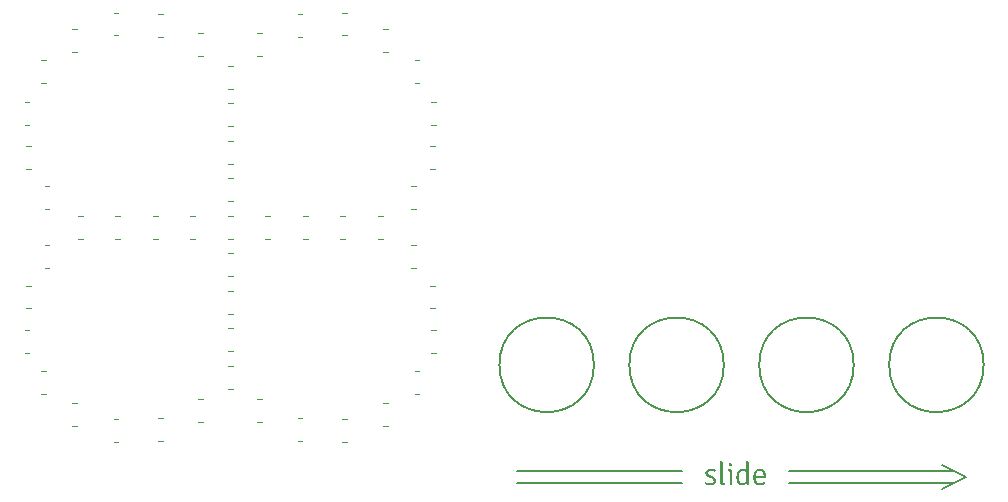
<source format=gbr>
G04 #@! TF.GenerationSoftware,KiCad,Pcbnew,5.0.2+dfsg1-1~bpo9+1*
G04 #@! TF.CreationDate,2019-04-13T04:29:40+03:00*
G04 #@! TF.ProjectId,kicad,6b696361-642e-46b6-9963-61645f706362,rev?*
G04 #@! TF.SameCoordinates,Original*
G04 #@! TF.FileFunction,Legend,Top*
G04 #@! TF.FilePolarity,Positive*
%FSLAX46Y46*%
G04 Gerber Fmt 4.6, Leading zero omitted, Abs format (unit mm)*
G04 Created by KiCad (PCBNEW 5.0.2+dfsg1-1~bpo9+1) date Sat 13 Apr 2019 04:29:40 AM MSK*
%MOMM*%
%LPD*%
G01*
G04 APERTURE LIST*
%ADD10C,0.200000*%
%ADD11C,0.100000*%
%ADD12C,0.150000*%
%ADD13C,0.300000*%
%ADD14R,0.951600X0.751600*%
G04 APERTURE END LIST*
D10*
X184000000Y-125500000D02*
X186000000Y-124500000D01*
X186000000Y-124500000D02*
X184000000Y-123500000D01*
X185000000Y-125000000D02*
X171000000Y-125000000D01*
X185000000Y-124000000D02*
X171000000Y-124000000D01*
X162000000Y-125000000D02*
X148000000Y-125000000D01*
X162000000Y-124000000D02*
X148000000Y-124000000D01*
D11*
G04 #@! TO.C,svg2mod*
G36*
X169054797Y-124558197D02*
X168211280Y-124558197D01*
X168211280Y-124403099D01*
X168864326Y-124403099D01*
X168864326Y-124367726D01*
X168863923Y-124341279D01*
X168862715Y-124315582D01*
X168860702Y-124290635D01*
X168857884Y-124266437D01*
X168854261Y-124242989D01*
X168849832Y-124220291D01*
X168844598Y-124198342D01*
X168838559Y-124177143D01*
X168831715Y-124156694D01*
X168824066Y-124136994D01*
X168815611Y-124118044D01*
X168806351Y-124099844D01*
X168796286Y-124082393D01*
X168785416Y-124065692D01*
X168772809Y-124048786D01*
X168759269Y-124033233D01*
X168744794Y-124019032D01*
X168729386Y-124006184D01*
X168713043Y-123994688D01*
X168695767Y-123984545D01*
X168677557Y-123975754D01*
X168658414Y-123968315D01*
X168638336Y-123962229D01*
X168617325Y-123957495D01*
X168595379Y-123954114D01*
X168572500Y-123952086D01*
X168548687Y-123951409D01*
X168525229Y-123952134D01*
X168502575Y-123954307D01*
X168480726Y-123957930D01*
X168459682Y-123963002D01*
X168439444Y-123969523D01*
X168420010Y-123977492D01*
X168401382Y-123986911D01*
X168383558Y-123997779D01*
X168366540Y-124010096D01*
X168350326Y-124023863D01*
X168334918Y-124039078D01*
X168320315Y-124055742D01*
X168306516Y-124073855D01*
X168295596Y-124090556D01*
X168285329Y-124108007D01*
X168275714Y-124126208D01*
X168266753Y-124145158D01*
X168258445Y-124164858D01*
X168250790Y-124185308D01*
X168243788Y-124206508D01*
X168237439Y-124228458D01*
X168231743Y-124251157D01*
X168226700Y-124274606D01*
X168222310Y-124298805D01*
X168218573Y-124323754D01*
X168215489Y-124349453D01*
X168213058Y-124375901D01*
X168211280Y-124403099D01*
X168211280Y-124558197D01*
X168212361Y-124585007D01*
X168214002Y-124611017D01*
X168216202Y-124636227D01*
X168218964Y-124660636D01*
X168222285Y-124684245D01*
X168226166Y-124707053D01*
X168230608Y-124729061D01*
X168235610Y-124750269D01*
X168241172Y-124770677D01*
X168247294Y-124790284D01*
X168253977Y-124809091D01*
X168261220Y-124827098D01*
X168269023Y-124844305D01*
X168277386Y-124860711D01*
X168286309Y-124876317D01*
X168295793Y-124891122D01*
X168305837Y-124905128D01*
X168316441Y-124918333D01*
X168327605Y-124930737D01*
X168339329Y-124942342D01*
X168351614Y-124953146D01*
X168364459Y-124963149D01*
X168377864Y-124972353D01*
X168391829Y-124980756D01*
X168406354Y-124988359D01*
X168421440Y-124995161D01*
X168437086Y-125001164D01*
X168453292Y-125006366D01*
X168470058Y-125010767D01*
X168487384Y-125014369D01*
X168505271Y-125017170D01*
X168523718Y-125019170D01*
X168542725Y-125020371D01*
X168562292Y-125020771D01*
X168582927Y-125020418D01*
X168603712Y-125019360D01*
X168624649Y-125017596D01*
X168645737Y-125015127D01*
X168666976Y-125011953D01*
X168688366Y-125008073D01*
X168709908Y-125003487D01*
X168731600Y-124998197D01*
X168753444Y-124992200D01*
X168775439Y-124985498D01*
X168797585Y-124978091D01*
X168819882Y-124969979D01*
X168842331Y-124961160D01*
X168864930Y-124951637D01*
X168887681Y-124941408D01*
X168910583Y-124930473D01*
X168933636Y-124918833D01*
X168956841Y-124906488D01*
X168973000Y-124922648D01*
X168987272Y-124940029D01*
X168999655Y-124958632D01*
X169010150Y-124978456D01*
X169018758Y-124999503D01*
X169025477Y-125021771D01*
X169030308Y-125045260D01*
X169010803Y-125058222D01*
X168991092Y-125070608D01*
X168971176Y-125082418D01*
X168951054Y-125093652D01*
X168930726Y-125104310D01*
X168910192Y-125114392D01*
X168889453Y-125123897D01*
X168868508Y-125132827D01*
X168847357Y-125141180D01*
X168826000Y-125148957D01*
X168804438Y-125156158D01*
X168782669Y-125162784D01*
X168760695Y-125168833D01*
X168738516Y-125174305D01*
X168716130Y-125179202D01*
X168693539Y-125183523D01*
X168670742Y-125187268D01*
X168647740Y-125190436D01*
X168624531Y-125193029D01*
X168601117Y-125195045D01*
X168577497Y-125196485D01*
X168553671Y-125197349D01*
X168529640Y-125197637D01*
X168504251Y-125197210D01*
X168479537Y-125195928D01*
X168455498Y-125193792D01*
X168432133Y-125190801D01*
X168409443Y-125186956D01*
X168387427Y-125182256D01*
X168366086Y-125176701D01*
X168345420Y-125170292D01*
X168325428Y-125163029D01*
X168306111Y-125154911D01*
X168287469Y-125145938D01*
X168267687Y-125134673D01*
X168248613Y-125122646D01*
X168230246Y-125109857D01*
X168212586Y-125096307D01*
X168195635Y-125081994D01*
X168179390Y-125066920D01*
X168163853Y-125051083D01*
X168149023Y-125034485D01*
X168134901Y-125017125D01*
X168121487Y-124999003D01*
X168110378Y-124981417D01*
X168099809Y-124963292D01*
X168089779Y-124944627D01*
X168080289Y-124925423D01*
X168071339Y-124905679D01*
X168062929Y-124885395D01*
X168055058Y-124864571D01*
X168047727Y-124843207D01*
X168040936Y-124821304D01*
X168034684Y-124798862D01*
X168028972Y-124775879D01*
X168024191Y-124754394D01*
X168019826Y-124732569D01*
X168015877Y-124710404D01*
X168012344Y-124687899D01*
X168009226Y-124665054D01*
X168006524Y-124641869D01*
X168004237Y-124618343D01*
X168002366Y-124594478D01*
X168000911Y-124570272D01*
X167999872Y-124545726D01*
X167999249Y-124520840D01*
X167999041Y-124495614D01*
X167999286Y-124469953D01*
X168000023Y-124444670D01*
X168001252Y-124419765D01*
X168002971Y-124395238D01*
X168005182Y-124371089D01*
X168007884Y-124347318D01*
X168011078Y-124323925D01*
X168014762Y-124300909D01*
X168018938Y-124278272D01*
X168023606Y-124256013D01*
X168028764Y-124234131D01*
X168034414Y-124212627D01*
X168041610Y-124189667D01*
X168049346Y-124167292D01*
X168057621Y-124145501D01*
X168066437Y-124124295D01*
X168075792Y-124103674D01*
X168085686Y-124083638D01*
X168096121Y-124064186D01*
X168107095Y-124045318D01*
X168118608Y-124027036D01*
X168130662Y-124009338D01*
X168143255Y-123992225D01*
X168157676Y-123974130D01*
X168172642Y-123956851D01*
X168188152Y-123940389D01*
X168204206Y-123924743D01*
X168220804Y-123909914D01*
X168237946Y-123895900D01*
X168255633Y-123882704D01*
X168273864Y-123870323D01*
X168292639Y-123858759D01*
X168311958Y-123848010D01*
X168330488Y-123839038D01*
X168349468Y-123830920D01*
X168368897Y-123823656D01*
X168388777Y-123817247D01*
X168409105Y-123811693D01*
X168429884Y-123806993D01*
X168451113Y-123803147D01*
X168472791Y-123800156D01*
X168494919Y-123798020D01*
X168517497Y-123796738D01*
X168540524Y-123796311D01*
X168565285Y-123796774D01*
X168589503Y-123798161D01*
X168613175Y-123800474D01*
X168636304Y-123803712D01*
X168658889Y-123807875D01*
X168680929Y-123812964D01*
X168702425Y-123818977D01*
X168723377Y-123825916D01*
X168743785Y-123833780D01*
X168763648Y-123842568D01*
X168785584Y-123852680D01*
X168806647Y-123863665D01*
X168826836Y-123875523D01*
X168846152Y-123888255D01*
X168864595Y-123901860D01*
X168882164Y-123916338D01*
X168898859Y-123931690D01*
X168914681Y-123947916D01*
X168929630Y-123965014D01*
X168944344Y-123982348D01*
X168958251Y-124000489D01*
X168971353Y-124019435D01*
X168983648Y-124039187D01*
X168995136Y-124059746D01*
X169005819Y-124081111D01*
X169015695Y-124103283D01*
X169024765Y-124126260D01*
X169033029Y-124150044D01*
X169039750Y-124171431D01*
X169045763Y-124193145D01*
X169051069Y-124215185D01*
X169055668Y-124237552D01*
X169059559Y-124260245D01*
X169062743Y-124283265D01*
X169065219Y-124306612D01*
X169066987Y-124330284D01*
X169068049Y-124354284D01*
X169068402Y-124378610D01*
X169068062Y-124402929D01*
X169067042Y-124426908D01*
X169065341Y-124450547D01*
X169062960Y-124473846D01*
X169061429Y-124495444D01*
X169059558Y-124516702D01*
X169057347Y-124537620D01*
X169054796Y-124558197D01*
X169054797Y-124558197D01*
X169054797Y-124558197D01*
G37*
G36*
X167075551Y-123807195D02*
X167415679Y-124103787D01*
X167391927Y-124088005D01*
X167368563Y-124073311D01*
X167345585Y-124059706D01*
X167322995Y-124047189D01*
X167300791Y-124035761D01*
X167278975Y-124025421D01*
X167257545Y-124016170D01*
X167236502Y-124008007D01*
X167215847Y-124000932D01*
X167195578Y-123994946D01*
X167175697Y-123990048D01*
X167156202Y-123986238D01*
X167137094Y-123983517D01*
X167118374Y-123981885D01*
X167100040Y-123981341D01*
X167078948Y-123982129D01*
X167058371Y-123984496D01*
X167038310Y-123988441D01*
X167018764Y-123993964D01*
X166999733Y-124001064D01*
X166981217Y-124009742D01*
X166963216Y-124019998D01*
X166945731Y-124031832D01*
X166928761Y-124045244D01*
X166912306Y-124060234D01*
X166896366Y-124076802D01*
X166880942Y-124094947D01*
X166866032Y-124114671D01*
X166855744Y-124129594D01*
X166846045Y-124145341D01*
X166836932Y-124161911D01*
X166828408Y-124179303D01*
X166820472Y-124197519D01*
X166813124Y-124216558D01*
X166806363Y-124236420D01*
X166800190Y-124257104D01*
X166794606Y-124278612D01*
X166789609Y-124300943D01*
X166785200Y-124324097D01*
X166781378Y-124348074D01*
X166778145Y-124372874D01*
X166775500Y-124398497D01*
X166773442Y-124424943D01*
X166771972Y-124452212D01*
X166771091Y-124480304D01*
X166770797Y-124509219D01*
X166771049Y-124538117D01*
X166771804Y-124566159D01*
X166773064Y-124593344D01*
X166774828Y-124619672D01*
X166777095Y-124645144D01*
X166779867Y-124669759D01*
X166783142Y-124693518D01*
X166786921Y-124716420D01*
X166791204Y-124738465D01*
X166795991Y-124759654D01*
X166801282Y-124779986D01*
X166807077Y-124799461D01*
X166813376Y-124818080D01*
X166820178Y-124835842D01*
X166827485Y-124852748D01*
X166835295Y-124868797D01*
X166843609Y-124883989D01*
X166852427Y-124898325D01*
X166866769Y-124918317D01*
X166881678Y-124936570D01*
X166897154Y-124953086D01*
X166913197Y-124967862D01*
X166929806Y-124980900D01*
X166946983Y-124992200D01*
X166964726Y-125001762D01*
X166983036Y-125009585D01*
X167001913Y-125015669D01*
X167021357Y-125020015D01*
X167041368Y-125022623D01*
X167061946Y-125023492D01*
X167082538Y-125022820D01*
X167103198Y-125020805D01*
X167123925Y-125017445D01*
X167144719Y-125012742D01*
X167165580Y-125006696D01*
X167186508Y-124999305D01*
X167207504Y-124990571D01*
X167228566Y-124980493D01*
X167249696Y-124969072D01*
X167268988Y-124957235D01*
X167287682Y-124944582D01*
X167305777Y-124931113D01*
X167323273Y-124916828D01*
X167340170Y-124901726D01*
X167356469Y-124885808D01*
X167372170Y-124869074D01*
X167387271Y-124851523D01*
X167401774Y-124833157D01*
X167415679Y-124813973D01*
X167415679Y-124103787D01*
X167075551Y-123807195D01*
X167096012Y-123807631D01*
X167116579Y-123808938D01*
X167137252Y-123811117D01*
X167158032Y-123814168D01*
X167178918Y-123818090D01*
X167199910Y-123822884D01*
X167221009Y-123828549D01*
X167242214Y-123835086D01*
X167263525Y-123842494D01*
X167284942Y-123850774D01*
X167306466Y-123859926D01*
X167328096Y-123869949D01*
X167349832Y-123880843D01*
X167371675Y-123892610D01*
X167393624Y-123905248D01*
X167415679Y-123918757D01*
X167415679Y-123181360D01*
X167432004Y-123165034D01*
X167505472Y-123165034D01*
X167528873Y-123166340D01*
X167549008Y-123170258D01*
X167565879Y-123176789D01*
X167579484Y-123185931D01*
X167589824Y-123197686D01*
X167597660Y-123211400D01*
X167603755Y-123228597D01*
X167608109Y-123249277D01*
X167610721Y-123273440D01*
X167611591Y-123301085D01*
X167611591Y-124789484D01*
X167611980Y-124819485D01*
X167613146Y-124848069D01*
X167615090Y-124875238D01*
X167617811Y-124900990D01*
X167621309Y-124925327D01*
X167625585Y-124948247D01*
X167630639Y-124969752D01*
X167636469Y-124989840D01*
X167643078Y-125008512D01*
X167650463Y-125025769D01*
X167658626Y-125041609D01*
X167667567Y-125056033D01*
X167677285Y-125069041D01*
X167687780Y-125080633D01*
X167679284Y-125100736D01*
X167669344Y-125119061D01*
X167657960Y-125135609D01*
X167645132Y-125150380D01*
X167630861Y-125163375D01*
X167615145Y-125174592D01*
X167597986Y-125184032D01*
X167577711Y-125176115D01*
X167558607Y-125166875D01*
X167540675Y-125156312D01*
X167523914Y-125144426D01*
X167508325Y-125131218D01*
X167493907Y-125116687D01*
X167480661Y-125100833D01*
X167468587Y-125083657D01*
X167457684Y-125065158D01*
X167447952Y-125045336D01*
X167439392Y-125024191D01*
X167432004Y-125001724D01*
X167415801Y-125019938D01*
X167399327Y-125037264D01*
X167382581Y-125053701D01*
X167365564Y-125069250D01*
X167348275Y-125083910D01*
X167330715Y-125097681D01*
X167312884Y-125110565D01*
X167294781Y-125122559D01*
X167276406Y-125133666D01*
X167257760Y-125143883D01*
X167238842Y-125153213D01*
X167219653Y-125161653D01*
X167200193Y-125169205D01*
X167180461Y-125175869D01*
X167160457Y-125181644D01*
X167140182Y-125186531D01*
X167119636Y-125190529D01*
X167098818Y-125193639D01*
X167077728Y-125195860D01*
X167056367Y-125197193D01*
X167034735Y-125197637D01*
X167010148Y-125197125D01*
X166986224Y-125195587D01*
X166962963Y-125193024D01*
X166940366Y-125189437D01*
X166918432Y-125184824D01*
X166897161Y-125179186D01*
X166876554Y-125172523D01*
X166856610Y-125164834D01*
X166837329Y-125156121D01*
X166818711Y-125146383D01*
X166800757Y-125135619D01*
X166783466Y-125123831D01*
X166766838Y-125111017D01*
X166750874Y-125097178D01*
X166735573Y-125082314D01*
X166720935Y-125066425D01*
X166706961Y-125049511D01*
X166693650Y-125031572D01*
X166681002Y-125012608D01*
X166671280Y-124996246D01*
X166661991Y-124979338D01*
X166653133Y-124961886D01*
X166644708Y-124943888D01*
X166636715Y-124925345D01*
X166629153Y-124906257D01*
X166622024Y-124886623D01*
X166615327Y-124866444D01*
X166609062Y-124845720D01*
X166603229Y-124824451D01*
X166597828Y-124802637D01*
X166592859Y-124780277D01*
X166588322Y-124757372D01*
X166584218Y-124733922D01*
X166580545Y-124709926D01*
X166577305Y-124685386D01*
X166574496Y-124660300D01*
X166572120Y-124634669D01*
X166570175Y-124608492D01*
X166568663Y-124581771D01*
X166567583Y-124554504D01*
X166566935Y-124526692D01*
X166566719Y-124498335D01*
X166566976Y-124473024D01*
X166567749Y-124448165D01*
X166569037Y-124423756D01*
X166570841Y-124399798D01*
X166573159Y-124376291D01*
X166575993Y-124353235D01*
X166579342Y-124330630D01*
X166583206Y-124308475D01*
X166587585Y-124286771D01*
X166592480Y-124265518D01*
X166597890Y-124244716D01*
X166603815Y-124224365D01*
X166610255Y-124204464D01*
X166618396Y-124181077D01*
X166626986Y-124158409D01*
X166636026Y-124136461D01*
X166645516Y-124115233D01*
X166655456Y-124094724D01*
X166665845Y-124074935D01*
X166676684Y-124055865D01*
X166687973Y-124037515D01*
X166699712Y-124019885D01*
X166711900Y-124002974D01*
X166724538Y-123986783D01*
X166740495Y-123967400D01*
X166756922Y-123949159D01*
X166773819Y-123932060D01*
X166791186Y-123916103D01*
X166809024Y-123901289D01*
X166827332Y-123887616D01*
X166846111Y-123875086D01*
X166865359Y-123863698D01*
X166885078Y-123853453D01*
X166905704Y-123843744D01*
X166926465Y-123835178D01*
X166947360Y-123827754D01*
X166968389Y-123821472D01*
X166989552Y-123816332D01*
X167010850Y-123812335D01*
X167032282Y-123809479D01*
X167053849Y-123807766D01*
X167075550Y-123807195D01*
X167075551Y-123807195D01*
X167075551Y-123807195D01*
G37*
G36*
X165927663Y-123363669D02*
X165943233Y-123355354D01*
X165960920Y-123348552D01*
X165980723Y-123343261D01*
X166002642Y-123339482D01*
X166026678Y-123337214D01*
X166052830Y-123336458D01*
X166082434Y-123337438D01*
X166108121Y-123340377D01*
X166129889Y-123345274D01*
X166147739Y-123352131D01*
X166161671Y-123360948D01*
X166172446Y-123372920D01*
X166180827Y-123389246D01*
X166186813Y-123409926D01*
X166190404Y-123434959D01*
X166191602Y-123464346D01*
X166190695Y-123489213D01*
X166187974Y-123511208D01*
X166183439Y-123530331D01*
X166177090Y-123546582D01*
X166168927Y-123559960D01*
X166158950Y-123570466D01*
X166144256Y-123579282D01*
X166126297Y-123586139D01*
X166105073Y-123591037D01*
X166080584Y-123593976D01*
X166052830Y-123594955D01*
X166027687Y-123594194D01*
X166004504Y-123591908D01*
X165983280Y-123588098D01*
X165964015Y-123582765D01*
X165946710Y-123575908D01*
X165935070Y-123566763D01*
X165925546Y-123553838D01*
X165918139Y-123537134D01*
X165912848Y-123516651D01*
X165909674Y-123492388D01*
X165908616Y-123464346D01*
X165909377Y-123440293D01*
X165911663Y-123418198D01*
X165915472Y-123398062D01*
X165920805Y-123379886D01*
X165927662Y-123363669D01*
X165927663Y-123363669D01*
X165927663Y-123363669D01*
G37*
G36*
X166194323Y-124016714D02*
X166194323Y-125164985D01*
X166177235Y-125167924D01*
X166158623Y-125170210D01*
X166138487Y-125171843D01*
X166116828Y-125172823D01*
X166093645Y-125173149D01*
X166070462Y-125172823D01*
X166048803Y-125171843D01*
X166028667Y-125170210D01*
X166010055Y-125167924D01*
X165992967Y-125164985D01*
X165992967Y-124114671D01*
X165991988Y-124086154D01*
X165989049Y-124061556D01*
X165984151Y-124040877D01*
X165977294Y-124024115D01*
X165968478Y-124011272D01*
X165957159Y-124001476D01*
X165942792Y-123993857D01*
X165925377Y-123988415D01*
X165904915Y-123985150D01*
X165881405Y-123984062D01*
X165856916Y-123984062D01*
X165852154Y-123968246D01*
X165848753Y-123950729D01*
X165846712Y-123931512D01*
X165846032Y-123910594D01*
X165846712Y-123889506D01*
X165848753Y-123869779D01*
X165852154Y-123851412D01*
X165856916Y-123834405D01*
X165881575Y-123831854D01*
X165903854Y-123829644D01*
X165923751Y-123827773D01*
X165941268Y-123826242D01*
X165961524Y-123823219D01*
X165978757Y-123821405D01*
X165992967Y-123820800D01*
X166014735Y-123820800D01*
X166038058Y-123821911D01*
X166059826Y-123825243D01*
X166080040Y-123830796D01*
X166098698Y-123838570D01*
X166115802Y-123848566D01*
X166131350Y-123860782D01*
X166145344Y-123875221D01*
X166158338Y-123890769D01*
X166169334Y-123907873D01*
X166178330Y-123926531D01*
X166185326Y-123946745D01*
X166190324Y-123968513D01*
X166193323Y-123991836D01*
X166194323Y-124016714D01*
X166194323Y-124016714D01*
G37*
G36*
X165494467Y-125009887D02*
X165608750Y-125009887D01*
X165615099Y-125026818D01*
X165619634Y-125044958D01*
X165622355Y-125064307D01*
X165625379Y-125083657D01*
X165627193Y-125101797D01*
X165627797Y-125118728D01*
X165627117Y-125133693D01*
X165625076Y-125145938D01*
X165625076Y-125159544D01*
X165603478Y-125163456D01*
X165582220Y-125167027D01*
X165561302Y-125170258D01*
X165540725Y-125173148D01*
X165520317Y-125175530D01*
X165499909Y-125177230D01*
X165479502Y-125178251D01*
X165459094Y-125178591D01*
X165434739Y-125177986D01*
X165411258Y-125176172D01*
X165388650Y-125173149D01*
X165366915Y-125168916D01*
X165346054Y-125163474D01*
X165326066Y-125156823D01*
X165306952Y-125148962D01*
X165288711Y-125139892D01*
X165271343Y-125129613D01*
X165256868Y-125118511D01*
X165243916Y-125105885D01*
X165232487Y-125091736D01*
X165222583Y-125076062D01*
X165214202Y-125058865D01*
X165207345Y-125040145D01*
X165202012Y-125019900D01*
X165198202Y-124998132D01*
X165195917Y-124974840D01*
X165195155Y-124950024D01*
X165195155Y-123181360D01*
X165211481Y-123165034D01*
X165284949Y-123165034D01*
X165309329Y-123166340D01*
X165330226Y-123170258D01*
X165347641Y-123176789D01*
X165361573Y-123185931D01*
X165372021Y-123197686D01*
X165379858Y-123211400D01*
X165385953Y-123228597D01*
X165390307Y-123249277D01*
X165392919Y-123273440D01*
X165393789Y-123301085D01*
X165393789Y-124892883D01*
X165394796Y-124915114D01*
X165397817Y-124935004D01*
X165402850Y-124952555D01*
X165409898Y-124967766D01*
X165418959Y-124980636D01*
X165430033Y-124991166D01*
X165443122Y-124999357D01*
X165458223Y-125005207D01*
X165475339Y-125008717D01*
X165494467Y-125009887D01*
X165494467Y-125009887D01*
G37*
G36*
X163882007Y-125061586D02*
X163883835Y-125040839D01*
X163887959Y-125020771D01*
X163894379Y-125001384D01*
X163903095Y-124982677D01*
X163914106Y-124964650D01*
X163927414Y-124947303D01*
X163943017Y-124930637D01*
X163960916Y-124914651D01*
X163985133Y-124928365D01*
X164008806Y-124941208D01*
X164031935Y-124953181D01*
X164054520Y-124964283D01*
X164076560Y-124974514D01*
X164098056Y-124983874D01*
X164119008Y-124992364D01*
X164139415Y-124999982D01*
X164159279Y-125006731D01*
X164178598Y-125012608D01*
X164202790Y-125018985D01*
X164226386Y-125024512D01*
X164249387Y-125029189D01*
X164271793Y-125033016D01*
X164293604Y-125035992D01*
X164314819Y-125038118D01*
X164335440Y-125039393D01*
X164355465Y-125039818D01*
X164381913Y-125039165D01*
X164406837Y-125037206D01*
X164430238Y-125033941D01*
X164452115Y-125029369D01*
X164472469Y-125023492D01*
X164492495Y-125015547D01*
X164511216Y-125006948D01*
X164528630Y-124997697D01*
X164544739Y-124987792D01*
X164559541Y-124977235D01*
X164576207Y-124961929D01*
X164590833Y-124945943D01*
X164603418Y-124929277D01*
X164613962Y-124911930D01*
X164622465Y-124894244D01*
X164628927Y-124876557D01*
X164633349Y-124858870D01*
X164635730Y-124841184D01*
X164634675Y-124818416D01*
X164631509Y-124796759D01*
X164626234Y-124776212D01*
X164618848Y-124756776D01*
X164609353Y-124738451D01*
X164597747Y-124721237D01*
X164584030Y-124705133D01*
X164571020Y-124691145D01*
X164556480Y-124677752D01*
X164540409Y-124664955D01*
X164522807Y-124652753D01*
X164503675Y-124641146D01*
X164483012Y-124630134D01*
X164460819Y-124619718D01*
X164437095Y-124609897D01*
X164284718Y-124550034D01*
X164258442Y-124539440D01*
X164233196Y-124528588D01*
X164208980Y-124517479D01*
X164185795Y-124506111D01*
X164163641Y-124494487D01*
X164142516Y-124482604D01*
X164122423Y-124470464D01*
X164103359Y-124458067D01*
X164085327Y-124445412D01*
X164068324Y-124432499D01*
X164052352Y-124419329D01*
X164037411Y-124405901D01*
X164023500Y-124392215D01*
X164008388Y-124375102D01*
X163994715Y-124357404D01*
X163982482Y-124339121D01*
X163971688Y-124320254D01*
X163962333Y-124300802D01*
X163954417Y-124280765D01*
X163947941Y-124260144D01*
X163942904Y-124238938D01*
X163939306Y-124217147D01*
X163937147Y-124194772D01*
X163936427Y-124171812D01*
X163937149Y-124148045D01*
X163939315Y-124124944D01*
X163942924Y-124102509D01*
X163947978Y-124080741D01*
X163954475Y-124059639D01*
X163962416Y-124039204D01*
X163971800Y-124019435D01*
X163982462Y-123999666D01*
X163994235Y-123980785D01*
X164007118Y-123962793D01*
X164021112Y-123945690D01*
X164036216Y-123929475D01*
X164052432Y-123914148D01*
X164069757Y-123899710D01*
X164088082Y-123886160D01*
X164107296Y-123873499D01*
X164127398Y-123861727D01*
X164148389Y-123850843D01*
X164170268Y-123840847D01*
X164193036Y-123831740D01*
X164216692Y-123823521D01*
X164238035Y-123817144D01*
X164259889Y-123811617D01*
X164282252Y-123806940D01*
X164305126Y-123803114D01*
X164328509Y-123800138D01*
X164352403Y-123798012D01*
X164376808Y-123796736D01*
X164401722Y-123796311D01*
X164424095Y-123796588D01*
X164446468Y-123797420D01*
X164468840Y-123798805D01*
X164491213Y-123800745D01*
X164513586Y-123803240D01*
X164535959Y-123806288D01*
X164558332Y-123809891D01*
X164580705Y-123814048D01*
X164603078Y-123818760D01*
X164625450Y-123824025D01*
X164647823Y-123829845D01*
X164670196Y-123836219D01*
X164692569Y-123843148D01*
X164714942Y-123850631D01*
X164737315Y-123858668D01*
X164759687Y-123867259D01*
X164782060Y-123876405D01*
X164804433Y-123886105D01*
X164803455Y-123909404D01*
X164800522Y-123931682D01*
X164795632Y-123952940D01*
X164788787Y-123973177D01*
X164779987Y-123992395D01*
X164769230Y-124010592D01*
X164756518Y-124027768D01*
X164741850Y-124043924D01*
X164719074Y-124033981D01*
X164696701Y-124024709D01*
X164674731Y-124016109D01*
X164653165Y-124008181D01*
X164632001Y-124000925D01*
X164611241Y-123994341D01*
X164590883Y-123988429D01*
X164570929Y-123983188D01*
X164551378Y-123978620D01*
X164527555Y-123973566D01*
X164504288Y-123969290D01*
X164481576Y-123965792D01*
X164459419Y-123963071D01*
X164437817Y-123961127D01*
X164416771Y-123959961D01*
X164396280Y-123959572D01*
X164369204Y-123960278D01*
X164343606Y-123962394D01*
X164319487Y-123965921D01*
X164296845Y-123970860D01*
X164275681Y-123977209D01*
X164255996Y-123984969D01*
X164237789Y-123994139D01*
X164221060Y-124004721D01*
X164205808Y-124016714D01*
X164189205Y-124033373D01*
X164175155Y-124050699D01*
X164163660Y-124068691D01*
X164154720Y-124087349D01*
X164148334Y-124106674D01*
X164144502Y-124126665D01*
X164143225Y-124147323D01*
X164144224Y-124169202D01*
X164147223Y-124189749D01*
X164152221Y-124208962D01*
X164159218Y-124226843D01*
X164168214Y-124243392D01*
X164179209Y-124258607D01*
X164192203Y-124272490D01*
X164205341Y-124283331D01*
X164220264Y-124294088D01*
X164236973Y-124304760D01*
X164255467Y-124315346D01*
X164275747Y-124325847D01*
X164297813Y-124336264D01*
X164321664Y-124346595D01*
X164347301Y-124356842D01*
X164507842Y-124419425D01*
X164533297Y-124429870D01*
X164557754Y-124440694D01*
X164581213Y-124451896D01*
X164603673Y-124463477D01*
X164625136Y-124475435D01*
X164645600Y-124487773D01*
X164665065Y-124500488D01*
X164683533Y-124513582D01*
X164701002Y-124527054D01*
X164717473Y-124540905D01*
X164732946Y-124555134D01*
X164747421Y-124569741D01*
X164760897Y-124584727D01*
X164773375Y-124600091D01*
X164784855Y-124615834D01*
X164795336Y-124631955D01*
X164804820Y-124648454D01*
X164813305Y-124665331D01*
X164820792Y-124682587D01*
X164827280Y-124700222D01*
X164832770Y-124718234D01*
X164837263Y-124736625D01*
X164840756Y-124755395D01*
X164843252Y-124774543D01*
X164844749Y-124794069D01*
X164845249Y-124813973D01*
X164844632Y-124837918D01*
X164842781Y-124861138D01*
X164839698Y-124883631D01*
X164835380Y-124905400D01*
X164829829Y-124926442D01*
X164823045Y-124946759D01*
X164815027Y-124966351D01*
X164805776Y-124985216D01*
X164795291Y-125003356D01*
X164783572Y-125020771D01*
X164770620Y-125037460D01*
X164756434Y-125053423D01*
X164741015Y-125068661D01*
X164724363Y-125083173D01*
X164706476Y-125096959D01*
X164689811Y-125108456D01*
X164672468Y-125119255D01*
X164654447Y-125129358D01*
X164635749Y-125138763D01*
X164616372Y-125147473D01*
X164596317Y-125155485D01*
X164575585Y-125162801D01*
X164554174Y-125169420D01*
X164532086Y-125175342D01*
X164509320Y-125180567D01*
X164485876Y-125185096D01*
X164461754Y-125188928D01*
X164436954Y-125192063D01*
X164411476Y-125194502D01*
X164385320Y-125196244D01*
X164358487Y-125197289D01*
X164330975Y-125197637D01*
X164308979Y-125197329D01*
X164287044Y-125196403D01*
X164265171Y-125194861D01*
X164243360Y-125192701D01*
X164221610Y-125189925D01*
X164199922Y-125186531D01*
X164178296Y-125182521D01*
X164156731Y-125177893D01*
X164135228Y-125172648D01*
X164113787Y-125166787D01*
X164092408Y-125160308D01*
X164071090Y-125153213D01*
X164049834Y-125145500D01*
X164028640Y-125137170D01*
X164007507Y-125128224D01*
X163986436Y-125118660D01*
X163965427Y-125108479D01*
X163944479Y-125097681D01*
X163923593Y-125086267D01*
X163902769Y-125074235D01*
X163882007Y-125061586D01*
X163882007Y-125061586D01*
G37*
D12*
G04 #@! TO.C,TS4*
X187500000Y-115000000D02*
G75*
G03X187500000Y-115000000I-4000000J0D01*
G01*
G04 #@! TO.C,TS3*
X176500000Y-115000000D02*
G75*
G03X176500000Y-115000000I-4000000J0D01*
G01*
G04 #@! TO.C,TS2*
X165500000Y-115000000D02*
G75*
G03X165500000Y-115000000I-4000000J0D01*
G01*
G04 #@! TO.C,TS1*
X154500000Y-115000000D02*
G75*
G03X154500000Y-115000000I-4000000J0D01*
G01*
D11*
G04 #@! TO.C,D49*
X123909000Y-104321000D02*
X123509000Y-104321000D01*
X123909000Y-102381000D02*
X123509000Y-102381000D01*
G04 #@! TO.C,D48*
X139417852Y-101821333D02*
X139017852Y-101821333D01*
X139417852Y-99881333D02*
X139017852Y-99881333D01*
G04 #@! TO.C,D47*
X121409333Y-88812147D02*
X121009333Y-88812147D01*
X121409333Y-86872147D02*
X121009333Y-86872147D01*
G04 #@! TO.C,D46*
X108400147Y-106820666D02*
X108000147Y-106820666D01*
X108400147Y-104880666D02*
X108000147Y-104880666D01*
G04 #@! TO.C,D45*
X126408666Y-119829852D02*
X126008666Y-119829852D01*
X126408666Y-117889852D02*
X126008666Y-117889852D01*
G04 #@! TO.C,D44*
X141006919Y-98413568D02*
X140606919Y-98413568D01*
X141006919Y-96473568D02*
X140606919Y-96473568D01*
G04 #@! TO.C,D43*
X118001568Y-87223080D02*
X117601568Y-87223080D01*
X118001568Y-85283080D02*
X117601568Y-85283080D01*
G04 #@! TO.C,D42*
X106811080Y-110228431D02*
X106411080Y-110228431D01*
X106811080Y-108288431D02*
X106411080Y-108288431D01*
G04 #@! TO.C,D41*
X129816431Y-121418919D02*
X129416431Y-121418919D01*
X129816431Y-119478919D02*
X129416431Y-119478919D01*
G04 #@! TO.C,D40*
X141116279Y-94655107D02*
X140716279Y-94655107D01*
X141116279Y-92715107D02*
X140716279Y-92715107D01*
G04 #@! TO.C,D39*
X114243107Y-87113720D02*
X113843107Y-87113720D01*
X114243107Y-85173720D02*
X113843107Y-85173720D01*
G04 #@! TO.C,D38*
X106701720Y-113986892D02*
X106301720Y-113986892D01*
X106701720Y-112046892D02*
X106301720Y-112046892D01*
G04 #@! TO.C,D37*
X133574892Y-121528279D02*
X133174892Y-121528279D01*
X133574892Y-119588279D02*
X133174892Y-119588279D01*
G04 #@! TO.C,D36*
X139728045Y-91160712D02*
X139328045Y-91160712D01*
X139728045Y-89220712D02*
X139328045Y-89220712D01*
G04 #@! TO.C,D35*
X110748712Y-88501954D02*
X110348712Y-88501954D01*
X110748712Y-86561954D02*
X110348712Y-86561954D01*
G04 #@! TO.C,D34*
X108089954Y-117481287D02*
X107689954Y-117481287D01*
X108089954Y-115541287D02*
X107689954Y-115541287D01*
G04 #@! TO.C,D33*
X137069287Y-120140045D02*
X136669287Y-120140045D01*
X137069287Y-118200045D02*
X136669287Y-118200045D01*
G04 #@! TO.C,D32*
X137069287Y-88501954D02*
X136669287Y-88501954D01*
X137069287Y-86561954D02*
X136669287Y-86561954D01*
G04 #@! TO.C,D31*
X108089954Y-91160712D02*
X107689954Y-91160712D01*
X108089954Y-89220712D02*
X107689954Y-89220712D01*
G04 #@! TO.C,D30*
X110748712Y-120140045D02*
X110348712Y-120140045D01*
X110748712Y-118200045D02*
X110348712Y-118200045D01*
G04 #@! TO.C,D29*
X139728045Y-117481287D02*
X139328045Y-117481287D01*
X139728045Y-115541287D02*
X139328045Y-115541287D01*
G04 #@! TO.C,D28*
X133574892Y-87113720D02*
X133174892Y-87113720D01*
X133574892Y-85173720D02*
X133174892Y-85173720D01*
G04 #@! TO.C,D27*
X106701720Y-94655107D02*
X106301720Y-94655107D01*
X106701720Y-92715107D02*
X106301720Y-92715107D01*
G04 #@! TO.C,D26*
X114243107Y-121528279D02*
X113843107Y-121528279D01*
X114243107Y-119588279D02*
X113843107Y-119588279D01*
G04 #@! TO.C,D25*
X141116279Y-113986892D02*
X140716279Y-113986892D01*
X141116279Y-112046892D02*
X140716279Y-112046892D01*
G04 #@! TO.C,D24*
X129816431Y-87223080D02*
X129416431Y-87223080D01*
X129816431Y-85283080D02*
X129416431Y-85283080D01*
G04 #@! TO.C,D23*
X106811080Y-98413568D02*
X106411080Y-98413568D01*
X106811080Y-96473568D02*
X106411080Y-96473568D01*
G04 #@! TO.C,D22*
X118001568Y-121418919D02*
X117601568Y-121418919D01*
X118001568Y-119478919D02*
X117601568Y-119478919D01*
G04 #@! TO.C,D21*
X141006919Y-110228431D02*
X140606919Y-110228431D01*
X141006919Y-108288431D02*
X140606919Y-108288431D01*
G04 #@! TO.C,D20*
X126408666Y-88812147D02*
X126008666Y-88812147D01*
X126408666Y-86872147D02*
X126008666Y-86872147D01*
G04 #@! TO.C,D19*
X108400147Y-101821333D02*
X108000147Y-101821333D01*
X108400147Y-99881333D02*
X108000147Y-99881333D01*
G04 #@! TO.C,D18*
X121409333Y-119829852D02*
X121009333Y-119829852D01*
X121409333Y-117889852D02*
X121009333Y-117889852D01*
G04 #@! TO.C,D17*
X139417852Y-106820666D02*
X139017852Y-106820666D01*
X139417852Y-104880666D02*
X139017852Y-104880666D01*
G04 #@! TO.C,D16*
X123909000Y-91621000D02*
X123509000Y-91621000D01*
X123909000Y-89681000D02*
X123509000Y-89681000D01*
G04 #@! TO.C,D15*
X111209000Y-104321000D02*
X110809000Y-104321000D01*
X111209000Y-102381000D02*
X110809000Y-102381000D01*
G04 #@! TO.C,D14*
X123909000Y-117021000D02*
X123509000Y-117021000D01*
X123909000Y-115081000D02*
X123509000Y-115081000D01*
G04 #@! TO.C,D13*
X136609000Y-104321000D02*
X136209000Y-104321000D01*
X136609000Y-102381000D02*
X136209000Y-102381000D01*
G04 #@! TO.C,D12*
X123909000Y-94796000D02*
X123509000Y-94796000D01*
X123909000Y-92856000D02*
X123509000Y-92856000D01*
G04 #@! TO.C,D11*
X114384000Y-104321000D02*
X113984000Y-104321000D01*
X114384000Y-102381000D02*
X113984000Y-102381000D01*
G04 #@! TO.C,D10*
X123909000Y-113845999D02*
X123509000Y-113845999D01*
X123909000Y-111905999D02*
X123509000Y-111905999D01*
G04 #@! TO.C,D9*
X133434000Y-104321000D02*
X133034000Y-104321000D01*
X133434000Y-102381000D02*
X133034000Y-102381000D01*
G04 #@! TO.C,D8*
X123909000Y-97971000D02*
X123509000Y-97971000D01*
X123909000Y-96031000D02*
X123509000Y-96031000D01*
G04 #@! TO.C,D7*
X117559000Y-104321000D02*
X117159000Y-104321000D01*
X117559000Y-102381000D02*
X117159000Y-102381000D01*
G04 #@! TO.C,D6*
X123909000Y-110671000D02*
X123509000Y-110671000D01*
X123909000Y-108731000D02*
X123509000Y-108731000D01*
G04 #@! TO.C,D5*
X130259000Y-104321000D02*
X129859000Y-104321000D01*
X130259000Y-102381000D02*
X129859000Y-102381000D01*
G04 #@! TO.C,D4*
X123909000Y-101146000D02*
X123509000Y-101146000D01*
X123909000Y-99206000D02*
X123509000Y-99206000D01*
G04 #@! TO.C,D3*
X120734000Y-104321000D02*
X120334000Y-104321000D01*
X120734000Y-102381000D02*
X120334000Y-102381000D01*
G04 #@! TO.C,D2*
X123909000Y-107496000D02*
X123509000Y-107496000D01*
X123909000Y-105556000D02*
X123509000Y-105556000D01*
G04 #@! TO.C,D1*
X127084000Y-104321000D02*
X126684000Y-104321000D01*
X127084000Y-102381000D02*
X126684000Y-102381000D01*
G04 #@! TD*
%LPC*%
D13*
X158724600Y-88074500D02*
G75*
G03X158724600Y-88074500I-101600J0D01*
G01*
D11*
G04 #@! TO.C,svg2mod*
G36*
X167697301Y-100997171D02*
X167713608Y-100325874D01*
X167713608Y-100369359D01*
X167713825Y-100396836D01*
X167714478Y-100423824D01*
X167715565Y-100450322D01*
X167717087Y-100476332D01*
X167719044Y-100501852D01*
X167721436Y-100526883D01*
X167724262Y-100551424D01*
X167727524Y-100575477D01*
X167731220Y-100599040D01*
X167735351Y-100622114D01*
X167741806Y-100650142D01*
X167748940Y-100677150D01*
X167756753Y-100703139D01*
X167765246Y-100728109D01*
X167774419Y-100752059D01*
X167784271Y-100774991D01*
X167794803Y-100796903D01*
X167806014Y-100817796D01*
X167819658Y-100840370D01*
X167834190Y-100861503D01*
X167849610Y-100881193D01*
X167865916Y-100899441D01*
X167883111Y-100916247D01*
X167901192Y-100931611D01*
X167920161Y-100945533D01*
X167940850Y-100957070D01*
X167962537Y-100966831D01*
X167985222Y-100974818D01*
X168008906Y-100981030D01*
X168033588Y-100985468D01*
X168059269Y-100988130D01*
X168085947Y-100989017D01*
X168111313Y-100988206D01*
X168135774Y-100985771D01*
X168159328Y-100981713D01*
X168181976Y-100976032D01*
X168203719Y-100968728D01*
X168224555Y-100959801D01*
X168244486Y-100949251D01*
X168263510Y-100937077D01*
X168281629Y-100923281D01*
X168298842Y-100907861D01*
X168315149Y-100890818D01*
X168330550Y-100872152D01*
X168342904Y-100855013D01*
X168354344Y-100836987D01*
X168364869Y-100818073D01*
X168374478Y-100798272D01*
X168383173Y-100777584D01*
X168390952Y-100756008D01*
X168397815Y-100733544D01*
X168403764Y-100710193D01*
X168408798Y-100685955D01*
X168412916Y-100660829D01*
X168416119Y-100634816D01*
X168418407Y-100607915D01*
X168419780Y-100580127D01*
X168420237Y-100551452D01*
X168419843Y-100522900D01*
X168418660Y-100495350D01*
X168416689Y-100468803D01*
X168413929Y-100443257D01*
X168410381Y-100418712D01*
X168406044Y-100395170D01*
X168400919Y-100372629D01*
X168395005Y-100351090D01*
X168388302Y-100330553D01*
X168380812Y-100311018D01*
X168372532Y-100292485D01*
X168363464Y-100274953D01*
X168353608Y-100258423D01*
X168342963Y-100242895D01*
X168331529Y-100228369D01*
X168319307Y-100214845D01*
X168306297Y-100202322D01*
X168292498Y-100190802D01*
X168277910Y-100180283D01*
X168262534Y-100170765D01*
X168246369Y-100162250D01*
X168229416Y-100154737D01*
X168211674Y-100148225D01*
X168193144Y-100142715D01*
X168173826Y-100138207D01*
X168153718Y-100134700D01*
X168132823Y-100132196D01*
X168111138Y-100130693D01*
X168088666Y-100130192D01*
X168088665Y-100130192D01*
X168067426Y-100130863D01*
X168045985Y-100132877D01*
X168024343Y-100136232D01*
X168002500Y-100140929D01*
X167980456Y-100146969D01*
X167958210Y-100154351D01*
X167935763Y-100163074D01*
X167913115Y-100173140D01*
X167890265Y-100184548D01*
X167867684Y-100196493D01*
X167845841Y-100209378D01*
X167824736Y-100223202D01*
X167804369Y-100237965D01*
X167784740Y-100253668D01*
X167765850Y-100270310D01*
X167747698Y-100287892D01*
X167730284Y-100306413D01*
X167713608Y-100325874D01*
X167697301Y-100997171D01*
X167656534Y-100948250D01*
X167643597Y-100932705D01*
X167630878Y-100914333D01*
X167618376Y-100893134D01*
X167606092Y-100869108D01*
X167594025Y-100842256D01*
X167586370Y-100821568D01*
X167578938Y-100799881D01*
X167571727Y-100777195D01*
X167564738Y-100753512D01*
X167557972Y-100728830D01*
X167551427Y-100703149D01*
X167545104Y-100676470D01*
X167540373Y-100654527D01*
X167535843Y-100632180D01*
X167531515Y-100609431D01*
X167527388Y-100586280D01*
X167523462Y-100562725D01*
X167519738Y-100538768D01*
X167516215Y-100514409D01*
X167512894Y-100489647D01*
X167509774Y-100464482D01*
X167507708Y-100441000D01*
X167505860Y-100417301D01*
X167504229Y-100393384D01*
X167502816Y-100369250D01*
X167501620Y-100344898D01*
X167500641Y-100320330D01*
X167499880Y-100295543D01*
X167499337Y-100270539D01*
X167499011Y-100245318D01*
X167498902Y-100219880D01*
X167499095Y-100192521D01*
X167499675Y-100165524D01*
X167500641Y-100138889D01*
X167501994Y-100112617D01*
X167503734Y-100086707D01*
X167505860Y-100061160D01*
X167508372Y-100035975D01*
X167511271Y-100011153D01*
X167514557Y-99986692D01*
X167518229Y-99962594D01*
X167522287Y-99938859D01*
X167526732Y-99915486D01*
X167531564Y-99892475D01*
X167536782Y-99869827D01*
X167542387Y-99847541D01*
X167549918Y-99820268D01*
X167558014Y-99793713D01*
X167566677Y-99767875D01*
X167575906Y-99742754D01*
X167585702Y-99718351D01*
X167596063Y-99694664D01*
X167606991Y-99671695D01*
X167618485Y-99649443D01*
X167630545Y-99627908D01*
X167643172Y-99607091D01*
X167656365Y-99586990D01*
X167670123Y-99567607D01*
X167686250Y-99546831D01*
X167703007Y-99526997D01*
X167720392Y-99508108D01*
X167738405Y-99490161D01*
X167757048Y-99473158D01*
X167776320Y-99457098D01*
X167796221Y-99441982D01*
X167816750Y-99427809D01*
X167837909Y-99414579D01*
X167859696Y-99402293D01*
X167882112Y-99390950D01*
X167903666Y-99380966D01*
X167925748Y-99371850D01*
X167948359Y-99363602D01*
X167971498Y-99356223D01*
X167995165Y-99349711D01*
X168019361Y-99344068D01*
X168044086Y-99339293D01*
X168069339Y-99335386D01*
X168095120Y-99332348D01*
X168121430Y-99330177D01*
X168148268Y-99328875D01*
X168175635Y-99328441D01*
X168205664Y-99328803D01*
X168234871Y-99329890D01*
X168263257Y-99331702D01*
X168290821Y-99334239D01*
X168317564Y-99337500D01*
X168343486Y-99341486D01*
X168368587Y-99346197D01*
X168392866Y-99351633D01*
X168416323Y-99357793D01*
X168438960Y-99364678D01*
X168460774Y-99372288D01*
X168481768Y-99380623D01*
X168501940Y-99389682D01*
X168521291Y-99399466D01*
X168539820Y-99409975D01*
X168535573Y-99435497D01*
X168529627Y-99459065D01*
X168521983Y-99480680D01*
X168512641Y-99500341D01*
X168501600Y-99518050D01*
X168488860Y-99533804D01*
X168474422Y-99547606D01*
X168458286Y-99559453D01*
X168433085Y-99548605D01*
X168407883Y-99538789D01*
X168382682Y-99530007D01*
X168357480Y-99522258D01*
X168332279Y-99515542D01*
X168307077Y-99509860D01*
X168281876Y-99505210D01*
X168256675Y-99501594D01*
X168231473Y-99499011D01*
X168206272Y-99497461D01*
X168181070Y-99496945D01*
X168154899Y-99497549D01*
X168129533Y-99499360D01*
X168104972Y-99502380D01*
X168081216Y-99506608D01*
X168058266Y-99512043D01*
X168036121Y-99518687D01*
X168014781Y-99526538D01*
X167994246Y-99535598D01*
X167974517Y-99545865D01*
X167953242Y-99558010D01*
X167932901Y-99571344D01*
X167913494Y-99585868D01*
X167895022Y-99601580D01*
X167877483Y-99618481D01*
X167860879Y-99636571D01*
X167845209Y-99655851D01*
X167830474Y-99676319D01*
X167818126Y-99695444D01*
X167806450Y-99715375D01*
X167795444Y-99736111D01*
X167785110Y-99757652D01*
X167775447Y-99779998D01*
X167766455Y-99803150D01*
X167758133Y-99827107D01*
X167750483Y-99851869D01*
X167743504Y-99877436D01*
X167738314Y-99901027D01*
X167733612Y-99925052D01*
X167729400Y-99949513D01*
X167725676Y-99974408D01*
X167722442Y-99999738D01*
X167719697Y-100025502D01*
X167717442Y-100051702D01*
X167715675Y-100078337D01*
X167714397Y-100105406D01*
X167713609Y-100132910D01*
X167732927Y-100114247D01*
X167752546Y-100096592D01*
X167772467Y-100079947D01*
X167792688Y-100064310D01*
X167813211Y-100049682D01*
X167834035Y-100036063D01*
X167855160Y-100023452D01*
X167876587Y-100011851D01*
X167898314Y-100001258D01*
X167920342Y-99991674D01*
X167942672Y-99983099D01*
X167965303Y-99975533D01*
X167988235Y-99968976D01*
X168011468Y-99963427D01*
X168035002Y-99958888D01*
X168058837Y-99955357D01*
X168082974Y-99952835D01*
X168107412Y-99951321D01*
X168132150Y-99950817D01*
X168159911Y-99951334D01*
X168186920Y-99952886D01*
X168213177Y-99955472D01*
X168238681Y-99959093D01*
X168263432Y-99963748D01*
X168287432Y-99969437D01*
X168310679Y-99976161D01*
X168333174Y-99983920D01*
X168354916Y-99992713D01*
X168375906Y-100002540D01*
X168396144Y-100013402D01*
X168415629Y-100025298D01*
X168434362Y-100038229D01*
X168452343Y-100052194D01*
X168469571Y-100067194D01*
X168486047Y-100083228D01*
X168501771Y-100100296D01*
X168515420Y-100116392D01*
X168528332Y-100133211D01*
X168540505Y-100150753D01*
X168551941Y-100169017D01*
X168562639Y-100188004D01*
X168572600Y-100207714D01*
X168581822Y-100228146D01*
X168590307Y-100249301D01*
X168598054Y-100271179D01*
X168605063Y-100293780D01*
X168611334Y-100317103D01*
X168616867Y-100341149D01*
X168621663Y-100365918D01*
X168625721Y-100391410D01*
X168629041Y-100417624D01*
X168631623Y-100444562D01*
X168633468Y-100472221D01*
X168634574Y-100500604D01*
X168634943Y-100529709D01*
X168634536Y-100556670D01*
X168633313Y-100583196D01*
X168631274Y-100609286D01*
X168628421Y-100634942D01*
X168624752Y-100660163D01*
X168620267Y-100684950D01*
X168614968Y-100709301D01*
X168608853Y-100733218D01*
X168601922Y-100756700D01*
X168594176Y-100779747D01*
X168585285Y-100804744D01*
X168575521Y-100829003D01*
X168564884Y-100852524D01*
X168553375Y-100875306D01*
X168540994Y-100897350D01*
X168527741Y-100918657D01*
X168513615Y-100939225D01*
X168498617Y-100959055D01*
X168482747Y-100978146D01*
X168466071Y-100996399D01*
X168448657Y-101013712D01*
X168430504Y-101030086D01*
X168411614Y-101045521D01*
X168391985Y-101060016D01*
X168371619Y-101073571D01*
X168350514Y-101086187D01*
X168328671Y-101097864D01*
X168306089Y-101108601D01*
X168283475Y-101118298D01*
X168260323Y-101126854D01*
X168236635Y-101134269D01*
X168212409Y-101140543D01*
X168187647Y-101145677D01*
X168162348Y-101149670D01*
X168136512Y-101152522D01*
X168110140Y-101154233D01*
X168083230Y-101154803D01*
X168056371Y-101154317D01*
X168030149Y-101152857D01*
X168004565Y-101150424D01*
X167979618Y-101147019D01*
X167955309Y-101142640D01*
X167931637Y-101137288D01*
X167908603Y-101130964D01*
X167886206Y-101123666D01*
X167864447Y-101115395D01*
X167843325Y-101106151D01*
X167822841Y-101095934D01*
X167802994Y-101084744D01*
X167783785Y-101072581D01*
X167765214Y-101059445D01*
X167747279Y-101045336D01*
X167729983Y-101030254D01*
X167713324Y-101014199D01*
X167697302Y-100997171D01*
X167697301Y-100997171D01*
X167697301Y-100997171D01*
G37*
G36*
X166242598Y-99475202D02*
X166259516Y-99458444D01*
X166637347Y-99495057D01*
X166612221Y-99494226D01*
X166586318Y-99495057D01*
X166561415Y-99497553D01*
X166537509Y-99501713D01*
X166514602Y-99507537D01*
X166492693Y-99515025D01*
X166471783Y-99524177D01*
X166451871Y-99534992D01*
X166433678Y-99546917D01*
X166416373Y-99560950D01*
X166399955Y-99577091D01*
X166384425Y-99595339D01*
X166369782Y-99615695D01*
X166356026Y-99638158D01*
X166343159Y-99662729D01*
X166334679Y-99681210D01*
X166326634Y-99700778D01*
X166319024Y-99721434D01*
X166311849Y-99743176D01*
X166305109Y-99766006D01*
X166298804Y-99789922D01*
X166292933Y-99814926D01*
X166287498Y-99841017D01*
X166282497Y-99868195D01*
X166277931Y-99896460D01*
X166275311Y-99916968D01*
X166272884Y-99938114D01*
X166270652Y-99959898D01*
X166268614Y-99982320D01*
X166266770Y-100005380D01*
X166265120Y-100029078D01*
X166263664Y-100053413D01*
X166262402Y-100078386D01*
X166261334Y-100103998D01*
X166260461Y-100130247D01*
X166259781Y-100157133D01*
X166259296Y-100184658D01*
X166259005Y-100212821D01*
X166258908Y-100241621D01*
X166259090Y-100278384D01*
X166259639Y-100314185D01*
X166260552Y-100349024D01*
X166261831Y-100382902D01*
X166263475Y-100415817D01*
X166265484Y-100447771D01*
X166267859Y-100478763D01*
X166270599Y-100508793D01*
X166273705Y-100537861D01*
X166277176Y-100565968D01*
X166281012Y-100593112D01*
X166285213Y-100619295D01*
X166289780Y-100644515D01*
X166294713Y-100668774D01*
X166300010Y-100692071D01*
X166305673Y-100714407D01*
X166311702Y-100735780D01*
X166318095Y-100756191D01*
X166324855Y-100775641D01*
X166331979Y-100794129D01*
X166339469Y-100811655D01*
X166347324Y-100828219D01*
X166355544Y-100843821D01*
X166364130Y-100858461D01*
X166373081Y-100872140D01*
X166382398Y-100884857D01*
X166392080Y-100896611D01*
X166392079Y-100896612D01*
X166409446Y-100914169D01*
X166427845Y-100929878D01*
X166447277Y-100943739D01*
X166467742Y-100955752D01*
X166489240Y-100965916D01*
X166511771Y-100974233D01*
X166535334Y-100980701D01*
X166559930Y-100985321D01*
X166585559Y-100988093D01*
X166612221Y-100989017D01*
X166637347Y-100988241D01*
X166661474Y-100985911D01*
X166684603Y-100982029D01*
X166706734Y-100976593D01*
X166727866Y-100969604D01*
X166748000Y-100961062D01*
X166767135Y-100950967D01*
X166786049Y-100938321D01*
X166803964Y-100923678D01*
X166820881Y-100907039D01*
X166836800Y-100888402D01*
X166851720Y-100867769D01*
X166865642Y-100845139D01*
X166878565Y-100820513D01*
X166887045Y-100802059D01*
X166895089Y-100782572D01*
X166902699Y-100762053D01*
X166909874Y-100740501D01*
X166916614Y-100717916D01*
X166922920Y-100694298D01*
X166928790Y-100669648D01*
X166934226Y-100643964D01*
X166939227Y-100617248D01*
X166943793Y-100589500D01*
X166946788Y-100568617D01*
X166949561Y-100547124D01*
X166952112Y-100525021D01*
X166954441Y-100502308D01*
X166956549Y-100478985D01*
X166958434Y-100455051D01*
X166960098Y-100430508D01*
X166961540Y-100405355D01*
X166962760Y-100379591D01*
X166963759Y-100353217D01*
X166964535Y-100326233D01*
X166965090Y-100298639D01*
X166965422Y-100270435D01*
X166965533Y-100241621D01*
X166965422Y-100212821D01*
X166965090Y-100184658D01*
X166964535Y-100157133D01*
X166963759Y-100130247D01*
X166962760Y-100103998D01*
X166961540Y-100078386D01*
X166960098Y-100053413D01*
X166958434Y-100029078D01*
X166956549Y-100005380D01*
X166954441Y-99982320D01*
X166952112Y-99959898D01*
X166949561Y-99938114D01*
X166946788Y-99916968D01*
X166943793Y-99896460D01*
X166939227Y-99868195D01*
X166934227Y-99841017D01*
X166928792Y-99814926D01*
X166922922Y-99789922D01*
X166916617Y-99766006D01*
X166909876Y-99743176D01*
X166902701Y-99721434D01*
X166895091Y-99700778D01*
X166887045Y-99681210D01*
X166878565Y-99662729D01*
X166865642Y-99638158D01*
X166851720Y-99615694D01*
X166836800Y-99595338D01*
X166820881Y-99577090D01*
X166803964Y-99560950D01*
X166786049Y-99546917D01*
X166767135Y-99534992D01*
X166748000Y-99524177D01*
X166727866Y-99515025D01*
X166706734Y-99507537D01*
X166684603Y-99501713D01*
X166661474Y-99497553D01*
X166637347Y-99495057D01*
X166259516Y-99458444D01*
X166277017Y-99442701D01*
X166295101Y-99427974D01*
X166313768Y-99414263D01*
X166333019Y-99401567D01*
X166352852Y-99389887D01*
X166373268Y-99379223D01*
X166394268Y-99369575D01*
X166415850Y-99360942D01*
X166438016Y-99353324D01*
X166460765Y-99346722D01*
X166484096Y-99341136D01*
X166508011Y-99336566D01*
X166532509Y-99333011D01*
X166557590Y-99330472D01*
X166583254Y-99328949D01*
X166609501Y-99328441D01*
X166635865Y-99328901D01*
X166661588Y-99330283D01*
X166686672Y-99332585D01*
X166711115Y-99335808D01*
X166734918Y-99339952D01*
X166758081Y-99345017D01*
X166780604Y-99351003D01*
X166802487Y-99357910D01*
X166823730Y-99365738D01*
X166844332Y-99374486D01*
X166864295Y-99384156D01*
X166883617Y-99394746D01*
X166902299Y-99406258D01*
X166920341Y-99418690D01*
X166937743Y-99432043D01*
X166954504Y-99446317D01*
X166970626Y-99461512D01*
X166986107Y-99477628D01*
X167000949Y-99494665D01*
X167015150Y-99512622D01*
X167028711Y-99531501D01*
X167041631Y-99551301D01*
X167051546Y-99567535D01*
X167061100Y-99584400D01*
X167070293Y-99601895D01*
X167079126Y-99620022D01*
X167087598Y-99638780D01*
X167095710Y-99658168D01*
X167103461Y-99678188D01*
X167110852Y-99698838D01*
X167117882Y-99720120D01*
X167124552Y-99742032D01*
X167130861Y-99764575D01*
X167136810Y-99787749D01*
X167142398Y-99811554D01*
X167147625Y-99835990D01*
X167152493Y-99861057D01*
X167156999Y-99886755D01*
X167161145Y-99913083D01*
X167164931Y-99940043D01*
X167168356Y-99967633D01*
X167171420Y-99995855D01*
X167174124Y-100024707D01*
X167176467Y-100054191D01*
X167178450Y-100084305D01*
X167180073Y-100115050D01*
X167181335Y-100146426D01*
X167182236Y-100178433D01*
X167182777Y-100211071D01*
X167182957Y-100244340D01*
X167182784Y-100276471D01*
X167182264Y-100308028D01*
X167181397Y-100339009D01*
X167180184Y-100369414D01*
X167178624Y-100399244D01*
X167176717Y-100428499D01*
X167174464Y-100457178D01*
X167171864Y-100485281D01*
X167168917Y-100512809D01*
X167165624Y-100539762D01*
X167161984Y-100566139D01*
X167157997Y-100591941D01*
X167153664Y-100617167D01*
X167148984Y-100641818D01*
X167143958Y-100665894D01*
X167138585Y-100689394D01*
X167132865Y-100712318D01*
X167126798Y-100734667D01*
X167120385Y-100756441D01*
X167113625Y-100777639D01*
X167106519Y-100798262D01*
X167099066Y-100818309D01*
X167091266Y-100837781D01*
X167083119Y-100856677D01*
X167074626Y-100874998D01*
X167065786Y-100892744D01*
X167056600Y-100909914D01*
X167047067Y-100926508D01*
X167034612Y-100946791D01*
X167021461Y-100966130D01*
X167007614Y-100984525D01*
X166993070Y-101001978D01*
X166977830Y-101018487D01*
X166961894Y-101034052D01*
X166945262Y-101048674D01*
X166927933Y-101062353D01*
X166909908Y-101075089D01*
X166891186Y-101086881D01*
X166871769Y-101097729D01*
X166851655Y-101107635D01*
X166830844Y-101116597D01*
X166809338Y-101124615D01*
X166787135Y-101131691D01*
X166764236Y-101137823D01*
X166740640Y-101143011D01*
X166716349Y-101147256D01*
X166691361Y-101150558D01*
X166665676Y-101152916D01*
X166639296Y-101154331D01*
X166612219Y-101154803D01*
X166585849Y-101154331D01*
X166560109Y-101152916D01*
X166534997Y-101150558D01*
X166510514Y-101147256D01*
X166486661Y-101143011D01*
X166463436Y-101137823D01*
X166440840Y-101131691D01*
X166418873Y-101124615D01*
X166397535Y-101116597D01*
X166376826Y-101107635D01*
X166356745Y-101097729D01*
X166337294Y-101086881D01*
X166318472Y-101075089D01*
X166300278Y-101062353D01*
X166282713Y-101048674D01*
X166265778Y-101034052D01*
X166249471Y-101018487D01*
X166233793Y-101001978D01*
X166218744Y-100984525D01*
X166204324Y-100966130D01*
X166190533Y-100946791D01*
X166177370Y-100926508D01*
X166167463Y-100909910D01*
X166157930Y-100892730D01*
X166148771Y-100874967D01*
X166139987Y-100856622D01*
X166131577Y-100837694D01*
X166123541Y-100818184D01*
X166115880Y-100798092D01*
X166108593Y-100777417D01*
X166101681Y-100756160D01*
X166095143Y-100734321D01*
X166088979Y-100711899D01*
X166083190Y-100688895D01*
X166077775Y-100665308D01*
X166072735Y-100641139D01*
X166068069Y-100616388D01*
X166063777Y-100591054D01*
X166059860Y-100565138D01*
X166056317Y-100538639D01*
X166053149Y-100511558D01*
X166050355Y-100483895D01*
X166047935Y-100455649D01*
X166045890Y-100426821D01*
X166044219Y-100397411D01*
X166042922Y-100367418D01*
X166042000Y-100336842D01*
X166041452Y-100305685D01*
X166041279Y-100273945D01*
X166041480Y-100241622D01*
X166041562Y-100212596D01*
X166041806Y-100184222D01*
X166042214Y-100156501D01*
X166042785Y-100129431D01*
X166043519Y-100103014D01*
X166044416Y-100077249D01*
X166045476Y-100052137D01*
X166046699Y-100027677D01*
X166048085Y-100003869D01*
X166049635Y-99980713D01*
X166052185Y-99955045D01*
X166055003Y-99929981D01*
X166058090Y-99905520D01*
X166061446Y-99881664D01*
X166065070Y-99858412D01*
X166068962Y-99835764D01*
X166073123Y-99813719D01*
X166077552Y-99792279D01*
X166082249Y-99771442D01*
X166089516Y-99745485D01*
X166097336Y-99720414D01*
X166105712Y-99696231D01*
X166114641Y-99672936D01*
X166124126Y-99650528D01*
X166134165Y-99629007D01*
X166144759Y-99608374D01*
X166156739Y-99587686D01*
X166169385Y-99567552D01*
X166182697Y-99547972D01*
X166196674Y-99528948D01*
X166211317Y-99510478D01*
X166226626Y-99492563D01*
X166242600Y-99475202D01*
X166242598Y-99475202D01*
X166242598Y-99475202D01*
G37*
G36*
X165753436Y-100494377D02*
X165128341Y-100494377D01*
X165123585Y-100476541D01*
X165120188Y-100455648D01*
X165118149Y-100431698D01*
X165117470Y-100404690D01*
X165118149Y-100377173D01*
X165120188Y-100351693D01*
X165123585Y-100328252D01*
X165128341Y-100306849D01*
X165753436Y-100306849D01*
X165757004Y-100329271D01*
X165759552Y-100353052D01*
X165761081Y-100378192D01*
X165761591Y-100404690D01*
X165761081Y-100430679D01*
X165759552Y-100454290D01*
X165757004Y-100475523D01*
X165753436Y-100494377D01*
X165753436Y-100494377D01*
G37*
G36*
X163749608Y-99361054D02*
X164801397Y-99361054D01*
X164813854Y-99384911D01*
X164824046Y-99407559D01*
X164831973Y-99428999D01*
X164837635Y-99449232D01*
X164841032Y-99468256D01*
X164842165Y-99486073D01*
X164840751Y-99505859D01*
X164836512Y-99526079D01*
X164829446Y-99546734D01*
X164819553Y-99567824D01*
X164806834Y-99589349D01*
X164722582Y-99711651D01*
X164706411Y-99736239D01*
X164690510Y-99760696D01*
X164674879Y-99785021D01*
X164659518Y-99809214D01*
X164644428Y-99833276D01*
X164629609Y-99857206D01*
X164615059Y-99881004D01*
X164600781Y-99904670D01*
X164586772Y-99928205D01*
X164573034Y-99951608D01*
X164559566Y-99974879D01*
X164546369Y-99998018D01*
X164533442Y-100021026D01*
X164520786Y-100043902D01*
X164508400Y-100066646D01*
X164496284Y-100089259D01*
X164484439Y-100111740D01*
X164472864Y-100134089D01*
X164461559Y-100156306D01*
X164450525Y-100178392D01*
X164439761Y-100200345D01*
X164429268Y-100222168D01*
X164419045Y-100243858D01*
X164409092Y-100265417D01*
X164399410Y-100286844D01*
X164389998Y-100308139D01*
X164380857Y-100329302D01*
X164371986Y-100350334D01*
X164363545Y-100371432D01*
X164355305Y-100392793D01*
X164347266Y-100414417D01*
X164339428Y-100436305D01*
X164331791Y-100458457D01*
X164324355Y-100480872D01*
X164317120Y-100503550D01*
X164310087Y-100526492D01*
X164303254Y-100549697D01*
X164296622Y-100573166D01*
X164290192Y-100596898D01*
X164283962Y-100620894D01*
X164277934Y-100645153D01*
X164272107Y-100669676D01*
X164266480Y-100694462D01*
X164261055Y-100719511D01*
X164255831Y-100744824D01*
X164250808Y-100770401D01*
X164245986Y-100796241D01*
X164241365Y-100822344D01*
X164236945Y-100848711D01*
X164232726Y-100875341D01*
X164228708Y-100902235D01*
X164224892Y-100929392D01*
X164221276Y-100956813D01*
X164217861Y-100984497D01*
X164214648Y-101012445D01*
X164211636Y-101040656D01*
X164203481Y-101122190D01*
X164185979Y-101126104D01*
X164166084Y-101129148D01*
X164143798Y-101131322D01*
X164119121Y-101132627D01*
X164092051Y-101133062D01*
X164065199Y-101132627D01*
X164041174Y-101131322D01*
X164019975Y-101129148D01*
X164001603Y-101126104D01*
X163986057Y-101122190D01*
X163996929Y-101018914D01*
X163999715Y-100994217D01*
X164002738Y-100969562D01*
X164006000Y-100944947D01*
X164009499Y-100920372D01*
X164013237Y-100895839D01*
X164017212Y-100871345D01*
X164021426Y-100846893D01*
X164025878Y-100822481D01*
X164030567Y-100798110D01*
X164035495Y-100773779D01*
X164040661Y-100749489D01*
X164046064Y-100725240D01*
X164051706Y-100701031D01*
X164057586Y-100676863D01*
X164063703Y-100652736D01*
X164070059Y-100628649D01*
X164076653Y-100604603D01*
X164083485Y-100580598D01*
X164090554Y-100556633D01*
X164097862Y-100532709D01*
X164105408Y-100508825D01*
X164113192Y-100484982D01*
X164121214Y-100461180D01*
X164129473Y-100437418D01*
X164137971Y-100413697D01*
X164146707Y-100390017D01*
X164155681Y-100366377D01*
X164164893Y-100342778D01*
X164174343Y-100319219D01*
X164184031Y-100295701D01*
X164193957Y-100272224D01*
X164204121Y-100248788D01*
X164214522Y-100225392D01*
X164225162Y-100202036D01*
X164236040Y-100178722D01*
X164247156Y-100155448D01*
X164258510Y-100132214D01*
X164270102Y-100109022D01*
X164281932Y-100085870D01*
X164294001Y-100062758D01*
X164306307Y-100039687D01*
X164318851Y-100016657D01*
X164331633Y-99993667D01*
X164344653Y-99970719D01*
X164357911Y-99947810D01*
X164371407Y-99924943D01*
X164385141Y-99902116D01*
X164399113Y-99879329D01*
X164413324Y-99856583D01*
X164427772Y-99833878D01*
X164442458Y-99811214D01*
X164457382Y-99788590D01*
X164472544Y-99766007D01*
X164499724Y-99725240D01*
X164507986Y-99713037D01*
X164517553Y-99699258D01*
X164528424Y-99683902D01*
X164540600Y-99666970D01*
X164554081Y-99648462D01*
X164568865Y-99628377D01*
X164584955Y-99606717D01*
X164602349Y-99583479D01*
X164621047Y-99558666D01*
X164641050Y-99532276D01*
X164632895Y-99524122D01*
X164622955Y-99526294D01*
X164611040Y-99528335D01*
X164597150Y-99530244D01*
X164581285Y-99532022D01*
X164563445Y-99533668D01*
X164543631Y-99535182D01*
X164521841Y-99536564D01*
X164498077Y-99537815D01*
X164472338Y-99538934D01*
X164444624Y-99539922D01*
X164414935Y-99540778D01*
X164383271Y-99541502D01*
X164349632Y-99542094D01*
X164314019Y-99542555D01*
X164276430Y-99542884D01*
X164236867Y-99543082D01*
X164195329Y-99543148D01*
X163741457Y-99543148D01*
X163737889Y-99524803D01*
X163735341Y-99505099D01*
X163733812Y-99484036D01*
X163733302Y-99461613D01*
X163734321Y-99438003D01*
X163737379Y-99413373D01*
X163742474Y-99387724D01*
X163749608Y-99361055D01*
X163749608Y-99361054D01*
X163749608Y-99361054D01*
G37*
G36*
X162311085Y-99361054D02*
X163362874Y-99361054D01*
X163375331Y-99384911D01*
X163385522Y-99407559D01*
X163393449Y-99428999D01*
X163399111Y-99449232D01*
X163402509Y-99468256D01*
X163403641Y-99486073D01*
X163402228Y-99505859D01*
X163397988Y-99526079D01*
X163390922Y-99546734D01*
X163381030Y-99567824D01*
X163368311Y-99589349D01*
X163284058Y-99711651D01*
X163267887Y-99736239D01*
X163251986Y-99760696D01*
X163236355Y-99785021D01*
X163220994Y-99809214D01*
X163205904Y-99833276D01*
X163191085Y-99857206D01*
X163176536Y-99881004D01*
X163162257Y-99904670D01*
X163148248Y-99928205D01*
X163134510Y-99951608D01*
X163121042Y-99974879D01*
X163107845Y-99998018D01*
X163094918Y-100021026D01*
X163082262Y-100043902D01*
X163069876Y-100066646D01*
X163057760Y-100089259D01*
X163045915Y-100111740D01*
X163034340Y-100134089D01*
X163023035Y-100156306D01*
X163012001Y-100178392D01*
X163001237Y-100200345D01*
X162990744Y-100222168D01*
X162980521Y-100243858D01*
X162970569Y-100265417D01*
X162960886Y-100286844D01*
X162951475Y-100308139D01*
X162942333Y-100329302D01*
X162933462Y-100350334D01*
X162925021Y-100371432D01*
X162916781Y-100392793D01*
X162908742Y-100414417D01*
X162900904Y-100436305D01*
X162893267Y-100458457D01*
X162885831Y-100480872D01*
X162878597Y-100503550D01*
X162871563Y-100526492D01*
X162864730Y-100549697D01*
X162858099Y-100573166D01*
X162851668Y-100596898D01*
X162845439Y-100620894D01*
X162839410Y-100645153D01*
X162833583Y-100669676D01*
X162827957Y-100694462D01*
X162822531Y-100719511D01*
X162817307Y-100744824D01*
X162812284Y-100770401D01*
X162807462Y-100796241D01*
X162802841Y-100822344D01*
X162798421Y-100848711D01*
X162794203Y-100875341D01*
X162790185Y-100902235D01*
X162786368Y-100929392D01*
X162782752Y-100956813D01*
X162779338Y-100984497D01*
X162776124Y-101012445D01*
X162773112Y-101040656D01*
X162764957Y-101122190D01*
X162747455Y-101126104D01*
X162727561Y-101129148D01*
X162705275Y-101131322D01*
X162680597Y-101132627D01*
X162653528Y-101133062D01*
X162626676Y-101132627D01*
X162602650Y-101131322D01*
X162581452Y-101129148D01*
X162563079Y-101126104D01*
X162547534Y-101122190D01*
X162558405Y-101018914D01*
X162561191Y-100994217D01*
X162564214Y-100969562D01*
X162567476Y-100944947D01*
X162570976Y-100920372D01*
X162574713Y-100895839D01*
X162578689Y-100871345D01*
X162582902Y-100846893D01*
X162587354Y-100822481D01*
X162592044Y-100798110D01*
X162596971Y-100773779D01*
X162602137Y-100749489D01*
X162607541Y-100725240D01*
X162613182Y-100701031D01*
X162619062Y-100676863D01*
X162625180Y-100652736D01*
X162631535Y-100628649D01*
X162638129Y-100604603D01*
X162644961Y-100580598D01*
X162652031Y-100556633D01*
X162659339Y-100532709D01*
X162666884Y-100508825D01*
X162674668Y-100484982D01*
X162682690Y-100461180D01*
X162690950Y-100437418D01*
X162699448Y-100413697D01*
X162708184Y-100390017D01*
X162717157Y-100366377D01*
X162726369Y-100342778D01*
X162735819Y-100319219D01*
X162745507Y-100295701D01*
X162755433Y-100272224D01*
X162765597Y-100248788D01*
X162775999Y-100225392D01*
X162786639Y-100202036D01*
X162797517Y-100178722D01*
X162808633Y-100155448D01*
X162819987Y-100132214D01*
X162831579Y-100109022D01*
X162843409Y-100085870D01*
X162855477Y-100062758D01*
X162867783Y-100039687D01*
X162880327Y-100016657D01*
X162893109Y-99993667D01*
X162906129Y-99970719D01*
X162919387Y-99947810D01*
X162932883Y-99924943D01*
X162946618Y-99902116D01*
X162960590Y-99879329D01*
X162974800Y-99856583D01*
X162989248Y-99833878D01*
X163003934Y-99811214D01*
X163018858Y-99788590D01*
X163034021Y-99766007D01*
X163061200Y-99725240D01*
X163069462Y-99713037D01*
X163079029Y-99699258D01*
X163089901Y-99683902D01*
X163102076Y-99666970D01*
X163115557Y-99648462D01*
X163130342Y-99628377D01*
X163146431Y-99606717D01*
X163163825Y-99583479D01*
X163182523Y-99558666D01*
X163202526Y-99532276D01*
X163194372Y-99524122D01*
X163184431Y-99526294D01*
X163172516Y-99528335D01*
X163158626Y-99530244D01*
X163142762Y-99532022D01*
X163124922Y-99533668D01*
X163105108Y-99535182D01*
X163083318Y-99536564D01*
X163059554Y-99537815D01*
X163033815Y-99538934D01*
X163006101Y-99539922D01*
X162976412Y-99540778D01*
X162944748Y-99541502D01*
X162911109Y-99542094D01*
X162875496Y-99542555D01*
X162837907Y-99542884D01*
X162798344Y-99543082D01*
X162756806Y-99543148D01*
X162302933Y-99543148D01*
X162299365Y-99524803D01*
X162296817Y-99505099D01*
X162295288Y-99484036D01*
X162294778Y-99461613D01*
X162295797Y-99438003D01*
X162298855Y-99413373D01*
X162303950Y-99387724D01*
X162311084Y-99361055D01*
X162311085Y-99361054D01*
X162311085Y-99361054D01*
G37*
G36*
X161968684Y-100494377D02*
X161343590Y-100494377D01*
X161338833Y-100476541D01*
X161335436Y-100455648D01*
X161333398Y-100431698D01*
X161332718Y-100404690D01*
X161333398Y-100377173D01*
X161335436Y-100351693D01*
X161338833Y-100328252D01*
X161343590Y-100306849D01*
X161968684Y-100306849D01*
X161972252Y-100329271D01*
X161974800Y-100353052D01*
X161976329Y-100378192D01*
X161976839Y-100404690D01*
X161976329Y-100430679D01*
X161974800Y-100454290D01*
X161972252Y-100475523D01*
X161968684Y-100494377D01*
X161968684Y-100494377D01*
G37*
G36*
X160456779Y-100950968D02*
X160454044Y-100779747D01*
X160454044Y-100013327D01*
X160454092Y-100010944D01*
X160454237Y-100004638D01*
X160454478Y-99994408D01*
X160454816Y-99980255D01*
X160455250Y-99962179D01*
X160455781Y-99940178D01*
X160456408Y-99914255D01*
X160457132Y-99884408D01*
X160457952Y-99850637D01*
X160458869Y-99812943D01*
X160459882Y-99771325D01*
X160460992Y-99725784D01*
X160462198Y-99676319D01*
X160447469Y-99695769D01*
X160432271Y-99714775D01*
X160416606Y-99733338D01*
X160400471Y-99751456D01*
X160383869Y-99769131D01*
X160366798Y-99786362D01*
X160349258Y-99803150D01*
X160331251Y-99819494D01*
X160312775Y-99835394D01*
X160293830Y-99850850D01*
X160274417Y-99865863D01*
X160254536Y-99880432D01*
X160234186Y-99894557D01*
X160213368Y-99908238D01*
X160192082Y-99921476D01*
X160170327Y-99934270D01*
X160148104Y-99946620D01*
X160125413Y-99958527D01*
X160102253Y-99969990D01*
X160078625Y-99981009D01*
X160054528Y-99991584D01*
X160035393Y-99977718D01*
X160018365Y-99962521D01*
X160003444Y-99945992D01*
X159990632Y-99928132D01*
X159979927Y-99908941D01*
X159971330Y-99888419D01*
X159964841Y-99866565D01*
X159987730Y-99852531D01*
X160010194Y-99838283D01*
X160032234Y-99823824D01*
X160053849Y-99809152D01*
X160075039Y-99794268D01*
X160095805Y-99779171D01*
X160116146Y-99763862D01*
X160136062Y-99748341D01*
X160155554Y-99732607D01*
X160174621Y-99716662D01*
X160193263Y-99700503D01*
X160211481Y-99684133D01*
X160229274Y-99667550D01*
X160246643Y-99650755D01*
X160263586Y-99633747D01*
X160280106Y-99616528D01*
X160300095Y-99595332D01*
X160319087Y-99574394D01*
X160337083Y-99553713D01*
X160354081Y-99533289D01*
X160370082Y-99513123D01*
X160385087Y-99493213D01*
X160399094Y-99473562D01*
X160412104Y-99454167D01*
X160424117Y-99435030D01*
X160435133Y-99416150D01*
X160445152Y-99397528D01*
X160454173Y-99379162D01*
X160462198Y-99361054D01*
X160484450Y-99356298D01*
X160507722Y-99352901D01*
X160532012Y-99350862D01*
X160557322Y-99350183D01*
X160583820Y-99350862D01*
X160608960Y-99352901D01*
X160632740Y-99356298D01*
X160655162Y-99361054D01*
X160655162Y-100779747D01*
X160652427Y-100950968D01*
X160799188Y-100948233D01*
X161008459Y-100948233D01*
X161012026Y-100971164D01*
X161014575Y-100993756D01*
X161016104Y-101016008D01*
X161016613Y-101037920D01*
X161016104Y-101058473D01*
X161014575Y-101079366D01*
X161012026Y-101100599D01*
X161008459Y-101122172D01*
X160046357Y-101122172D01*
X160042789Y-101100429D01*
X160040241Y-101078687D01*
X160038712Y-101056944D01*
X160038202Y-101035202D01*
X160038712Y-101013460D01*
X160040241Y-100991717D01*
X160042789Y-100969975D01*
X160046357Y-100948233D01*
X160309983Y-100948233D01*
X160456779Y-100950968D01*
X160456779Y-100950968D01*
G37*
G36*
X158678657Y-100997171D02*
X158694964Y-100325874D01*
X158694964Y-100369359D01*
X158695182Y-100396836D01*
X158695834Y-100423824D01*
X158696921Y-100450322D01*
X158698443Y-100476332D01*
X158700399Y-100501852D01*
X158702791Y-100526883D01*
X158705617Y-100551424D01*
X158708878Y-100575477D01*
X158712574Y-100599040D01*
X158716705Y-100622114D01*
X158723159Y-100650142D01*
X158730293Y-100677150D01*
X158738107Y-100703139D01*
X158746600Y-100728109D01*
X158755773Y-100752059D01*
X158765625Y-100774991D01*
X158776157Y-100796903D01*
X158787368Y-100817796D01*
X158801013Y-100840370D01*
X158815545Y-100861503D01*
X158830964Y-100881193D01*
X158847271Y-100899441D01*
X158864465Y-100916247D01*
X158882547Y-100931611D01*
X158901516Y-100945533D01*
X158922204Y-100957070D01*
X158943891Y-100966831D01*
X158966577Y-100974818D01*
X158990260Y-100981030D01*
X159014942Y-100985468D01*
X159040623Y-100988130D01*
X159067302Y-100989017D01*
X159092668Y-100988206D01*
X159117128Y-100985771D01*
X159140682Y-100981713D01*
X159163331Y-100976032D01*
X159185073Y-100968728D01*
X159205910Y-100959801D01*
X159225840Y-100949251D01*
X159244865Y-100937077D01*
X159262983Y-100923281D01*
X159280196Y-100907861D01*
X159296503Y-100890818D01*
X159311904Y-100872152D01*
X159324259Y-100855013D01*
X159335698Y-100836987D01*
X159346223Y-100818073D01*
X159355832Y-100798272D01*
X159364527Y-100777584D01*
X159372306Y-100756008D01*
X159379169Y-100733544D01*
X159385118Y-100710193D01*
X159390151Y-100685955D01*
X159394270Y-100660829D01*
X159397473Y-100634816D01*
X159399761Y-100607915D01*
X159401134Y-100580127D01*
X159401591Y-100551452D01*
X159401197Y-100522900D01*
X159400014Y-100495350D01*
X159398043Y-100468803D01*
X159395283Y-100443257D01*
X159391735Y-100418712D01*
X159387398Y-100395170D01*
X159382273Y-100372629D01*
X159376359Y-100351090D01*
X159369656Y-100330553D01*
X159362165Y-100311018D01*
X159353886Y-100292485D01*
X159344818Y-100274953D01*
X159334961Y-100258423D01*
X159324316Y-100242895D01*
X159312883Y-100228369D01*
X159300661Y-100214845D01*
X159287650Y-100202322D01*
X159273851Y-100190802D01*
X159259264Y-100180283D01*
X159243888Y-100170765D01*
X159227723Y-100162250D01*
X159210770Y-100154737D01*
X159193028Y-100148225D01*
X159174498Y-100142715D01*
X159155179Y-100138207D01*
X159135072Y-100134700D01*
X159114176Y-100132196D01*
X159092492Y-100130693D01*
X159070019Y-100130192D01*
X159070021Y-100130192D01*
X159048782Y-100130863D01*
X159027341Y-100132877D01*
X159005699Y-100136232D01*
X158983856Y-100140929D01*
X158961812Y-100146969D01*
X158939566Y-100154351D01*
X158917119Y-100163074D01*
X158894471Y-100173140D01*
X158871621Y-100184548D01*
X158849040Y-100196493D01*
X158827197Y-100209378D01*
X158806092Y-100223202D01*
X158785725Y-100237965D01*
X158766097Y-100253668D01*
X158747206Y-100270310D01*
X158729054Y-100287892D01*
X158711640Y-100306413D01*
X158694964Y-100325874D01*
X158678657Y-100997171D01*
X158637890Y-100948250D01*
X158624953Y-100932705D01*
X158612234Y-100914333D01*
X158599732Y-100893134D01*
X158587448Y-100869108D01*
X158575381Y-100842256D01*
X158567727Y-100821568D01*
X158560295Y-100799881D01*
X158553085Y-100777195D01*
X158546096Y-100753512D01*
X158539329Y-100728830D01*
X158532784Y-100703149D01*
X158526460Y-100676470D01*
X158521730Y-100654527D01*
X158517200Y-100632180D01*
X158512872Y-100609431D01*
X158508745Y-100586280D01*
X158504820Y-100562725D01*
X158501095Y-100538768D01*
X158497572Y-100514409D01*
X158494251Y-100489647D01*
X158491130Y-100464482D01*
X158489064Y-100441000D01*
X158487216Y-100417301D01*
X158485585Y-100393384D01*
X158484172Y-100369250D01*
X158482976Y-100344898D01*
X158481998Y-100320330D01*
X158481237Y-100295543D01*
X158480693Y-100270539D01*
X158480367Y-100245318D01*
X158480258Y-100219880D01*
X158480452Y-100192521D01*
X158481031Y-100165524D01*
X158481998Y-100138889D01*
X158483351Y-100112617D01*
X158485090Y-100086707D01*
X158487216Y-100061160D01*
X158489728Y-100035975D01*
X158492627Y-100011153D01*
X158495913Y-99986692D01*
X158499585Y-99962594D01*
X158503644Y-99938859D01*
X158508089Y-99915486D01*
X158512920Y-99892475D01*
X158518139Y-99869827D01*
X158523743Y-99847541D01*
X158531274Y-99820268D01*
X158539371Y-99793713D01*
X158548034Y-99767875D01*
X158557263Y-99742754D01*
X158567058Y-99718351D01*
X158577420Y-99694664D01*
X158588348Y-99671695D01*
X158599842Y-99649443D01*
X158611902Y-99627908D01*
X158624528Y-99607091D01*
X158637721Y-99586990D01*
X158651480Y-99567607D01*
X158667607Y-99546831D01*
X158684363Y-99526997D01*
X158701748Y-99508108D01*
X158719762Y-99490161D01*
X158738405Y-99473158D01*
X158757676Y-99457098D01*
X158777577Y-99441982D01*
X158798106Y-99427809D01*
X158819265Y-99414579D01*
X158841052Y-99402293D01*
X158863468Y-99390950D01*
X158885022Y-99380966D01*
X158907104Y-99371850D01*
X158929715Y-99363602D01*
X158952854Y-99356223D01*
X158976521Y-99349711D01*
X159000717Y-99344068D01*
X159025442Y-99339293D01*
X159050695Y-99335386D01*
X159076476Y-99332348D01*
X159102786Y-99330177D01*
X159129624Y-99328875D01*
X159156991Y-99328441D01*
X159187020Y-99328803D01*
X159216227Y-99329890D01*
X159244613Y-99331702D01*
X159272178Y-99334239D01*
X159298921Y-99337500D01*
X159324843Y-99341486D01*
X159349943Y-99346197D01*
X159374222Y-99351633D01*
X159397680Y-99357793D01*
X159420316Y-99364678D01*
X159442131Y-99372288D01*
X159463124Y-99380623D01*
X159483296Y-99389682D01*
X159502647Y-99399466D01*
X159521177Y-99409975D01*
X159516929Y-99435497D01*
X159510984Y-99459065D01*
X159503340Y-99480680D01*
X159493997Y-99500341D01*
X159482956Y-99518050D01*
X159470217Y-99533804D01*
X159455779Y-99547606D01*
X159439643Y-99559453D01*
X159414441Y-99548605D01*
X159389240Y-99538789D01*
X159364038Y-99530007D01*
X159338837Y-99522258D01*
X159313635Y-99515542D01*
X159288434Y-99509860D01*
X159263232Y-99505210D01*
X159238031Y-99501594D01*
X159212830Y-99499011D01*
X159187628Y-99497461D01*
X159162427Y-99496945D01*
X159136255Y-99497549D01*
X159110889Y-99499360D01*
X159086328Y-99502380D01*
X159062573Y-99506608D01*
X159039622Y-99512043D01*
X159017477Y-99518687D01*
X158996138Y-99526538D01*
X158975603Y-99535598D01*
X158955874Y-99545865D01*
X158934599Y-99558010D01*
X158914257Y-99571344D01*
X158894851Y-99585868D01*
X158876378Y-99601580D01*
X158858840Y-99618481D01*
X158842236Y-99636571D01*
X158826566Y-99655851D01*
X158811830Y-99676319D01*
X158799483Y-99695444D01*
X158787806Y-99715375D01*
X158776801Y-99736111D01*
X158766467Y-99757652D01*
X158756803Y-99779998D01*
X158747811Y-99803150D01*
X158739490Y-99827107D01*
X158731840Y-99851869D01*
X158724861Y-99877436D01*
X158719669Y-99901027D01*
X158714967Y-99925052D01*
X158710755Y-99949513D01*
X158707031Y-99974408D01*
X158703797Y-99999738D01*
X158701052Y-100025502D01*
X158698796Y-100051702D01*
X158697030Y-100078337D01*
X158695753Y-100105406D01*
X158694965Y-100132910D01*
X158714284Y-100114247D01*
X158733903Y-100096592D01*
X158753823Y-100079947D01*
X158774045Y-100064310D01*
X158794568Y-100049682D01*
X158815392Y-100036063D01*
X158836517Y-100023452D01*
X158857943Y-100011851D01*
X158879670Y-100001258D01*
X158901699Y-99991674D01*
X158924028Y-99983099D01*
X158946659Y-99975533D01*
X158969591Y-99968976D01*
X158992824Y-99963427D01*
X159016358Y-99958888D01*
X159040194Y-99955357D01*
X159064330Y-99952835D01*
X159088768Y-99951321D01*
X159113507Y-99950817D01*
X159141268Y-99951334D01*
X159168276Y-99952886D01*
X159194533Y-99955472D01*
X159220037Y-99959093D01*
X159244789Y-99963748D01*
X159268788Y-99969437D01*
X159292035Y-99976161D01*
X159314530Y-99983920D01*
X159336272Y-99992713D01*
X159357262Y-100002540D01*
X159377500Y-100013402D01*
X159396986Y-100025298D01*
X159415719Y-100038229D01*
X159433699Y-100052194D01*
X159450928Y-100067194D01*
X159467404Y-100083228D01*
X159483128Y-100100296D01*
X159496777Y-100116392D01*
X159509689Y-100133211D01*
X159521862Y-100150753D01*
X159533298Y-100169017D01*
X159543996Y-100188004D01*
X159553956Y-100207714D01*
X159563179Y-100228146D01*
X159571663Y-100249301D01*
X159579410Y-100271179D01*
X159586419Y-100293780D01*
X159592691Y-100317103D01*
X159598224Y-100341149D01*
X159603020Y-100365918D01*
X159607078Y-100391410D01*
X159610398Y-100417624D01*
X159612980Y-100444562D01*
X159614824Y-100472221D01*
X159615931Y-100500604D01*
X159616300Y-100529709D01*
X159615892Y-100556670D01*
X159614669Y-100583196D01*
X159612631Y-100609286D01*
X159609777Y-100634942D01*
X159606108Y-100660163D01*
X159601624Y-100684950D01*
X159596324Y-100709301D01*
X159590209Y-100733218D01*
X159583279Y-100756700D01*
X159575533Y-100779747D01*
X159566641Y-100804744D01*
X159556877Y-100829003D01*
X159546241Y-100852524D01*
X159534732Y-100875306D01*
X159522351Y-100897350D01*
X159509097Y-100918657D01*
X159494972Y-100939225D01*
X159479973Y-100959055D01*
X159464103Y-100978146D01*
X159447427Y-100996399D01*
X159430013Y-101013712D01*
X159411861Y-101030086D01*
X159392970Y-101045521D01*
X159373342Y-101060016D01*
X159352975Y-101073571D01*
X159331870Y-101086187D01*
X159310027Y-101097864D01*
X159287446Y-101108601D01*
X159264831Y-101118298D01*
X159241679Y-101126854D01*
X159217991Y-101134269D01*
X159193766Y-101140543D01*
X159169003Y-101145677D01*
X159143704Y-101149670D01*
X159117868Y-101152522D01*
X159091496Y-101154233D01*
X159064586Y-101154803D01*
X159037727Y-101154317D01*
X159011505Y-101152857D01*
X158985921Y-101150424D01*
X158960974Y-101147019D01*
X158936665Y-101142640D01*
X158912993Y-101137288D01*
X158889959Y-101130964D01*
X158867562Y-101123666D01*
X158845803Y-101115395D01*
X158824681Y-101106151D01*
X158804197Y-101095934D01*
X158784351Y-101084744D01*
X158765141Y-101072581D01*
X158746570Y-101059445D01*
X158728636Y-101045336D01*
X158711339Y-101030254D01*
X158694680Y-101014199D01*
X158678658Y-100997171D01*
X158678657Y-100997171D01*
X158678657Y-100997171D01*
G37*
G36*
X158147879Y-100937379D02*
X158147124Y-100967728D01*
X158144859Y-100995359D01*
X158141085Y-101020272D01*
X158135801Y-101042468D01*
X158129007Y-101061945D01*
X158120703Y-101078705D01*
X158110738Y-101091992D01*
X158097149Y-101102863D01*
X158079936Y-101111319D01*
X158059099Y-101117358D01*
X158034639Y-101120982D01*
X158006555Y-101122190D01*
X157145012Y-101122190D01*
X157119775Y-101101446D01*
X157098421Y-101081146D01*
X157080950Y-101061289D01*
X157067361Y-101041876D01*
X157057654Y-101022907D01*
X157051831Y-101004381D01*
X157049889Y-100986300D01*
X157050156Y-100964490D01*
X157051950Y-100942545D01*
X157055273Y-100920466D01*
X157060123Y-100898252D01*
X157066502Y-100875903D01*
X157074408Y-100853419D01*
X157083842Y-100830801D01*
X157094805Y-100808048D01*
X157107295Y-100785160D01*
X157121313Y-100762137D01*
X157136859Y-100738980D01*
X157149554Y-100721477D01*
X157162998Y-100703757D01*
X157177191Y-100685820D01*
X157192133Y-100667665D01*
X157207824Y-100649292D01*
X157224263Y-100630703D01*
X157241452Y-100611895D01*
X157259389Y-100592871D01*
X157278076Y-100573629D01*
X157297511Y-100554169D01*
X157317695Y-100534492D01*
X157338629Y-100514598D01*
X157360311Y-100494486D01*
X157382742Y-100474157D01*
X157405921Y-100453610D01*
X157655959Y-100236187D01*
X157677185Y-100217477D01*
X157697377Y-100198901D01*
X157716537Y-100180460D01*
X157734663Y-100162155D01*
X157751756Y-100143983D01*
X157767816Y-100125947D01*
X157782842Y-100108046D01*
X157796836Y-100090279D01*
X157809796Y-100072647D01*
X157821723Y-100055149D01*
X157832616Y-100037787D01*
X157843977Y-100017838D01*
X157854141Y-99997129D01*
X157863110Y-99975658D01*
X157870883Y-99953426D01*
X157877460Y-99930434D01*
X157882841Y-99906680D01*
X157887026Y-99882165D01*
X157890016Y-99856890D01*
X157891810Y-99830853D01*
X157892408Y-99804056D01*
X157891538Y-99777911D01*
X157888929Y-99752744D01*
X157884580Y-99728555D01*
X157878492Y-99705345D01*
X157870665Y-99683114D01*
X157861099Y-99661861D01*
X157849793Y-99641586D01*
X157836747Y-99622289D01*
X157821962Y-99603972D01*
X157805438Y-99586632D01*
X157788180Y-99570108D01*
X157770107Y-99555323D01*
X157751218Y-99542277D01*
X157731514Y-99530971D01*
X157710994Y-99521405D01*
X157689660Y-99513577D01*
X157667510Y-99507489D01*
X157644544Y-99503141D01*
X157620763Y-99500532D01*
X157596167Y-99499662D01*
X157571435Y-99500396D01*
X157547247Y-99502597D01*
X157523602Y-99506266D01*
X157500501Y-99511403D01*
X157477943Y-99518007D01*
X157455929Y-99526079D01*
X157434458Y-99535619D01*
X157413531Y-99546626D01*
X157393147Y-99559100D01*
X157373308Y-99573043D01*
X157354147Y-99588208D01*
X157335802Y-99604352D01*
X157318272Y-99621474D01*
X157301558Y-99639575D01*
X157285658Y-99658654D01*
X157270575Y-99678711D01*
X157256306Y-99699747D01*
X157242853Y-99721761D01*
X157230215Y-99744754D01*
X157218393Y-99768725D01*
X157191087Y-99764520D01*
X157166245Y-99758702D01*
X157143866Y-99751270D01*
X157123949Y-99742225D01*
X157106496Y-99731566D01*
X157091505Y-99719294D01*
X157078978Y-99705408D01*
X157068914Y-99689908D01*
X157078621Y-99668388D01*
X157089104Y-99647311D01*
X157100363Y-99626678D01*
X157112399Y-99606488D01*
X157125212Y-99586743D01*
X157138801Y-99567441D01*
X157153166Y-99548583D01*
X157168308Y-99529558D01*
X157184226Y-99511310D01*
X157200921Y-99493838D01*
X157218393Y-99477143D01*
X157236641Y-99461225D01*
X157255665Y-99446083D01*
X157275466Y-99431717D01*
X157295989Y-99418184D01*
X157317176Y-99405537D01*
X157339030Y-99393779D01*
X157361549Y-99382908D01*
X157384733Y-99372924D01*
X157408583Y-99363828D01*
X157433099Y-99355619D01*
X157455096Y-99349249D01*
X157477603Y-99343728D01*
X157500620Y-99339056D01*
X157524146Y-99335234D01*
X157548181Y-99332261D01*
X157572726Y-99330138D01*
X157597781Y-99328864D01*
X157623345Y-99328439D01*
X157648910Y-99329033D01*
X157673964Y-99330817D01*
X157698510Y-99333790D01*
X157722545Y-99337951D01*
X157746071Y-99343302D01*
X157769087Y-99349842D01*
X157791594Y-99357571D01*
X157813591Y-99366489D01*
X157835631Y-99375789D01*
X157856906Y-99386023D01*
X157877417Y-99397191D01*
X157897164Y-99409294D01*
X157916146Y-99422331D01*
X157934364Y-99436302D01*
X157951817Y-99451208D01*
X157968506Y-99467048D01*
X157984346Y-99483737D01*
X157999251Y-99501190D01*
X158013223Y-99519408D01*
X158026260Y-99538390D01*
X158038362Y-99558137D01*
X158049531Y-99578648D01*
X158059765Y-99599923D01*
X158069065Y-99621962D01*
X158077983Y-99643960D01*
X158085712Y-99666466D01*
X158092252Y-99689483D01*
X158097602Y-99713009D01*
X158101764Y-99737044D01*
X158104737Y-99761590D01*
X158106520Y-99786644D01*
X158107115Y-99812209D01*
X158106690Y-99837646D01*
X158105416Y-99862318D01*
X158103293Y-99886226D01*
X158100320Y-99909370D01*
X158096498Y-99931749D01*
X158091826Y-99953364D01*
X158086306Y-99974215D01*
X158079935Y-99994301D01*
X158072503Y-100016598D01*
X158064183Y-100038452D01*
X158054976Y-100059861D01*
X158044881Y-100080827D01*
X158033899Y-100101349D01*
X158022029Y-100121428D01*
X158009272Y-100141062D01*
X157995683Y-100160364D01*
X157981318Y-100179444D01*
X157966176Y-100198303D01*
X157950257Y-100216939D01*
X157933562Y-100235354D01*
X157916091Y-100253546D01*
X157897842Y-100271517D01*
X157882045Y-100286593D01*
X157865908Y-100301923D01*
X157849431Y-100317507D01*
X157832615Y-100333347D01*
X157815459Y-100349442D01*
X157797963Y-100365791D01*
X157780128Y-100382395D01*
X157761952Y-100399254D01*
X157544528Y-100586782D01*
X157516620Y-100611099D01*
X157490112Y-100634844D01*
X157465004Y-100658017D01*
X157441297Y-100680618D01*
X157418990Y-100702646D01*
X157398083Y-100724103D01*
X157378577Y-100744987D01*
X157360471Y-100765299D01*
X157343765Y-100785039D01*
X157328459Y-100804206D01*
X157314554Y-100822802D01*
X157302049Y-100840825D01*
X157290944Y-100858276D01*
X157281240Y-100875155D01*
X157272936Y-100891462D01*
X157266032Y-100907197D01*
X157260529Y-100922359D01*
X157256426Y-100936949D01*
X157253723Y-100950968D01*
X157279241Y-100949232D01*
X157305060Y-100947646D01*
X157331181Y-100946212D01*
X157357604Y-100944928D01*
X157384329Y-100943795D01*
X157411356Y-100942813D01*
X157434763Y-100941371D01*
X157458391Y-100940151D01*
X157482241Y-100939153D01*
X157506313Y-100938377D01*
X157530607Y-100937822D01*
X157555122Y-100937490D01*
X157579860Y-100937379D01*
X158147879Y-100937379D01*
X158147879Y-100937379D01*
G37*
G36*
X156014405Y-99361054D02*
X156020352Y-99384665D01*
X156024599Y-99406578D01*
X156027147Y-99426791D01*
X156027997Y-99445306D01*
X156026553Y-99468238D01*
X156022221Y-99488112D01*
X156015002Y-99504928D01*
X156004896Y-99518687D01*
X155991901Y-99529388D01*
X155976019Y-99537032D01*
X155957249Y-99541618D01*
X155935592Y-99543147D01*
X155449104Y-99543147D01*
X155424134Y-99543147D01*
X155400863Y-99543147D01*
X155379291Y-99543147D01*
X155359417Y-99543147D01*
X155335862Y-99542843D01*
X155315932Y-99541931D01*
X155299625Y-99540411D01*
X155299625Y-99714351D01*
X155280602Y-100032334D01*
X155304212Y-100020179D01*
X155327937Y-100009081D01*
X155351774Y-99999040D01*
X155375725Y-99990057D01*
X155399788Y-99982130D01*
X155423965Y-99975260D01*
X155448256Y-99969446D01*
X155472659Y-99964690D01*
X155497176Y-99960991D01*
X155521806Y-99958349D01*
X155546549Y-99956763D01*
X155571406Y-99956235D01*
X155599223Y-99956752D01*
X155626401Y-99958304D01*
X155652940Y-99960890D01*
X155678839Y-99964511D01*
X155704099Y-99969166D01*
X155728719Y-99974855D01*
X155752699Y-99981579D01*
X155776040Y-99989338D01*
X155798742Y-99998130D01*
X155820804Y-100007958D01*
X155842227Y-100018820D01*
X155863010Y-100030716D01*
X155883154Y-100043647D01*
X155902658Y-100057612D01*
X155921523Y-100072612D01*
X155939748Y-100088646D01*
X155957334Y-100105714D01*
X155972654Y-100121554D01*
X155987147Y-100138177D01*
X156000811Y-100155583D01*
X156013647Y-100173772D01*
X156025655Y-100192744D01*
X156036835Y-100212499D01*
X156047187Y-100233037D01*
X156056711Y-100254358D01*
X156065406Y-100276461D01*
X156073273Y-100299348D01*
X156080313Y-100323018D01*
X156086524Y-100347470D01*
X156091906Y-100372706D01*
X156096461Y-100398725D01*
X156100188Y-100425526D01*
X156103086Y-100453111D01*
X156105157Y-100481478D01*
X156106399Y-100510629D01*
X156106813Y-100540562D01*
X156106351Y-100568556D01*
X156104965Y-100596006D01*
X156102655Y-100622912D01*
X156099421Y-100649275D01*
X156095262Y-100675094D01*
X156090180Y-100700369D01*
X156084174Y-100725101D01*
X156077243Y-100749290D01*
X156069389Y-100772935D01*
X156060610Y-100796036D01*
X156050444Y-100820966D01*
X156039270Y-100845023D01*
X156027091Y-100868209D01*
X156013904Y-100890521D01*
X155999711Y-100911962D01*
X155984512Y-100932530D01*
X155968306Y-100952225D01*
X155951093Y-100971049D01*
X155932874Y-100989000D01*
X155913782Y-101006078D01*
X155893952Y-101022284D01*
X155873384Y-101037618D01*
X155852078Y-101052080D01*
X155830033Y-101065669D01*
X155807251Y-101078385D01*
X155783730Y-101090230D01*
X155759471Y-101101201D01*
X155734474Y-101111301D01*
X155711998Y-101119563D01*
X155689141Y-101126955D01*
X155665904Y-101133478D01*
X155642286Y-101139131D01*
X155618288Y-101143914D01*
X155593909Y-101147828D01*
X155569150Y-101150872D01*
X155544011Y-101153046D01*
X155518490Y-101154351D01*
X155492590Y-101154786D01*
X155467359Y-101154416D01*
X155442400Y-101153307D01*
X155417712Y-101151458D01*
X155393295Y-101148869D01*
X155369149Y-101145541D01*
X155345274Y-101141474D01*
X155321670Y-101136667D01*
X155298338Y-101131120D01*
X155275277Y-101124834D01*
X155252487Y-101117809D01*
X155229968Y-101110044D01*
X155207720Y-101101539D01*
X155185743Y-101092295D01*
X155164038Y-101082311D01*
X155142604Y-101071588D01*
X155121440Y-101060125D01*
X155100548Y-101047923D01*
X155079928Y-101034981D01*
X155059578Y-101021299D01*
X155039500Y-101006878D01*
X155019692Y-100991718D01*
X155024907Y-100967535D01*
X155032783Y-100944683D01*
X155043322Y-100923162D01*
X155056522Y-100902973D01*
X155072385Y-100884115D01*
X155090910Y-100866588D01*
X155112097Y-100850392D01*
X155134410Y-100865625D01*
X155156656Y-100879919D01*
X155178835Y-100893273D01*
X155200946Y-100905687D01*
X155222991Y-100917163D01*
X155244968Y-100927698D01*
X155266878Y-100937294D01*
X155288721Y-100945951D01*
X155310497Y-100953668D01*
X155334787Y-100961312D01*
X155358738Y-100967937D01*
X155382349Y-100973543D01*
X155405620Y-100978130D01*
X155428552Y-100981697D01*
X155451143Y-100984245D01*
X155473395Y-100985774D01*
X155495308Y-100986283D01*
X155521296Y-100985592D01*
X155546576Y-100983517D01*
X155571149Y-100980060D01*
X155595014Y-100975219D01*
X155618172Y-100968996D01*
X155640622Y-100961389D01*
X155662364Y-100952399D01*
X155683399Y-100942027D01*
X155703726Y-100930271D01*
X155723345Y-100917132D01*
X155742257Y-100902610D01*
X155760462Y-100886706D01*
X155777959Y-100869418D01*
X155792321Y-100853038D01*
X155805692Y-100835790D01*
X155818074Y-100817671D01*
X155829464Y-100798682D01*
X155839864Y-100778824D01*
X155849274Y-100758097D01*
X155857693Y-100736499D01*
X155865122Y-100714032D01*
X155871560Y-100690695D01*
X155877008Y-100666489D01*
X155881465Y-100641412D01*
X155884932Y-100615466D01*
X155887408Y-100588651D01*
X155888894Y-100560965D01*
X155889389Y-100532410D01*
X155888922Y-100504468D01*
X155887520Y-100477715D01*
X155885185Y-100452150D01*
X155881915Y-100427775D01*
X155877711Y-100404589D01*
X155872573Y-100382591D01*
X155866500Y-100361783D01*
X155859493Y-100342164D01*
X155849680Y-100316798D01*
X155838356Y-100293244D01*
X155825522Y-100271501D01*
X155811178Y-100251571D01*
X155795324Y-100233452D01*
X155777959Y-100217145D01*
X155760218Y-100201593D01*
X155741420Y-100187552D01*
X155721565Y-100175019D01*
X155700653Y-100163997D01*
X155678684Y-100154485D01*
X155655658Y-100146482D01*
X155631802Y-100139839D01*
X155607342Y-100134404D01*
X155582278Y-100130177D01*
X155556609Y-100127157D01*
X155530337Y-100125346D01*
X155503461Y-100124742D01*
X155480692Y-100125358D01*
X155458044Y-100127206D01*
X155435516Y-100130286D01*
X155413110Y-100134598D01*
X155390824Y-100140142D01*
X155368658Y-100146919D01*
X155346614Y-100154927D01*
X155324690Y-100164168D01*
X155302888Y-100174640D01*
X155281206Y-100186345D01*
X155259644Y-100199282D01*
X155238204Y-100213451D01*
X155216884Y-100228851D01*
X155195686Y-100245484D01*
X155174608Y-100263349D01*
X155151669Y-100258022D01*
X155130688Y-100248564D01*
X155111663Y-100234975D01*
X155094595Y-100217255D01*
X155079485Y-100195404D01*
X155114815Y-99377346D01*
X155131121Y-99361040D01*
X156014405Y-99361054D01*
X156014405Y-99361054D01*
G37*
G36*
X154097548Y-100950968D02*
X154094813Y-100779747D01*
X154094813Y-100013327D01*
X154094861Y-100010944D01*
X154095006Y-100004638D01*
X154095247Y-99994408D01*
X154095585Y-99980255D01*
X154096019Y-99962179D01*
X154096550Y-99940178D01*
X154097177Y-99914255D01*
X154097901Y-99884408D01*
X154098721Y-99850637D01*
X154099638Y-99812943D01*
X154100651Y-99771325D01*
X154101761Y-99725784D01*
X154102967Y-99676319D01*
X154088238Y-99695769D01*
X154073041Y-99714775D01*
X154057375Y-99733338D01*
X154041241Y-99751456D01*
X154024638Y-99769131D01*
X154007567Y-99786362D01*
X153990028Y-99803150D01*
X153972020Y-99819494D01*
X153953544Y-99835394D01*
X153934599Y-99850850D01*
X153915187Y-99865863D01*
X153895305Y-99880432D01*
X153874956Y-99894557D01*
X153854138Y-99908238D01*
X153832851Y-99921476D01*
X153811097Y-99934270D01*
X153788873Y-99946620D01*
X153766182Y-99958527D01*
X153743022Y-99969990D01*
X153719394Y-99981009D01*
X153695297Y-99991584D01*
X153676162Y-99977718D01*
X153659134Y-99962521D01*
X153644214Y-99945992D01*
X153631401Y-99928132D01*
X153620697Y-99908941D01*
X153612099Y-99888419D01*
X153605610Y-99866565D01*
X153628499Y-99852531D01*
X153650963Y-99838283D01*
X153673003Y-99823824D01*
X153694618Y-99809152D01*
X153715808Y-99794268D01*
X153736574Y-99779171D01*
X153756915Y-99763862D01*
X153776831Y-99748341D01*
X153796323Y-99732607D01*
X153815390Y-99716662D01*
X153834033Y-99700503D01*
X153852250Y-99684133D01*
X153870044Y-99667550D01*
X153887412Y-99650755D01*
X153904356Y-99633747D01*
X153920875Y-99616528D01*
X153940864Y-99595332D01*
X153959857Y-99574394D01*
X153977852Y-99553713D01*
X153994850Y-99533289D01*
X154010852Y-99513123D01*
X154025856Y-99493213D01*
X154039863Y-99473562D01*
X154052873Y-99454167D01*
X154064886Y-99435030D01*
X154075902Y-99416150D01*
X154085921Y-99397528D01*
X154094943Y-99379162D01*
X154102967Y-99361054D01*
X154125219Y-99356298D01*
X154148491Y-99352901D01*
X154172781Y-99350862D01*
X154198091Y-99350183D01*
X154224589Y-99350862D01*
X154249729Y-99352901D01*
X154273510Y-99356298D01*
X154295932Y-99361054D01*
X154295932Y-100779747D01*
X154293197Y-100950968D01*
X154439958Y-100948233D01*
X154649229Y-100948233D01*
X154652796Y-100971164D01*
X154655344Y-100993756D01*
X154656873Y-101016008D01*
X154657383Y-101037920D01*
X154656873Y-101058473D01*
X154655344Y-101079366D01*
X154652796Y-101100599D01*
X154649229Y-101122172D01*
X153687127Y-101122172D01*
X153683559Y-101100429D01*
X153681011Y-101078687D01*
X153679482Y-101056944D01*
X153678972Y-101035202D01*
X153679482Y-101013460D01*
X153681011Y-100991717D01*
X153683559Y-100969975D01*
X153687127Y-100948233D01*
X153950754Y-100948233D01*
X154097548Y-100950968D01*
X154097548Y-100950968D01*
G37*
G36*
X153036925Y-99486073D02*
X153020620Y-100160088D01*
X153020620Y-100113885D01*
X153020376Y-100085892D01*
X153019642Y-100058442D01*
X153018419Y-100031536D01*
X153016707Y-100005173D01*
X153014505Y-99979354D01*
X153011815Y-99954079D01*
X153008635Y-99929347D01*
X153004966Y-99905158D01*
X153000808Y-99881513D01*
X152996160Y-99858412D01*
X152990299Y-99830385D01*
X152983590Y-99803376D01*
X152976030Y-99777387D01*
X152967622Y-99752418D01*
X152958365Y-99728467D01*
X152948258Y-99705536D01*
X152937302Y-99683623D01*
X152925497Y-99662730D01*
X152911797Y-99640211D01*
X152897099Y-99619245D01*
X152881402Y-99599833D01*
X152864707Y-99581973D01*
X152847014Y-99565666D01*
X152828322Y-99550912D01*
X152808632Y-99537711D01*
X152787999Y-99526175D01*
X152766478Y-99516413D01*
X152744070Y-99508426D01*
X152720775Y-99502214D01*
X152696592Y-99497776D01*
X152671521Y-99495114D01*
X152645564Y-99494227D01*
X152621047Y-99495038D01*
X152597323Y-99497473D01*
X152574391Y-99501531D01*
X152552253Y-99507212D01*
X152530907Y-99514516D01*
X152510353Y-99523443D01*
X152490593Y-99533993D01*
X152471625Y-99546167D01*
X152453449Y-99559963D01*
X152436067Y-99575383D01*
X152419477Y-99592426D01*
X152403679Y-99611092D01*
X152391325Y-99628231D01*
X152379885Y-99646257D01*
X152369360Y-99665171D01*
X152359751Y-99684972D01*
X152351057Y-99705660D01*
X152343278Y-99727236D01*
X152336414Y-99749700D01*
X152330465Y-99773051D01*
X152325432Y-99797289D01*
X152321314Y-99822415D01*
X152318110Y-99848428D01*
X152315823Y-99875329D01*
X152314450Y-99903117D01*
X152313992Y-99931793D01*
X152314386Y-99960344D01*
X152315569Y-99987894D01*
X152317541Y-100014442D01*
X152320300Y-100039988D01*
X152323849Y-100064532D01*
X152328185Y-100088074D01*
X152333311Y-100110615D01*
X152339225Y-100132154D01*
X152345927Y-100152691D01*
X152353418Y-100172226D01*
X152361697Y-100190759D01*
X152370765Y-100208291D01*
X152380622Y-100224821D01*
X152391267Y-100240349D01*
X152402700Y-100254875D01*
X152414922Y-100268399D01*
X152427933Y-100280922D01*
X152441732Y-100292443D01*
X152456319Y-100302962D01*
X152471696Y-100312479D01*
X152487860Y-100320994D01*
X152504813Y-100328508D01*
X152522555Y-100335019D01*
X152541085Y-100340529D01*
X152560404Y-100345037D01*
X152580511Y-100348544D01*
X152601407Y-100351048D01*
X152623091Y-100352551D01*
X152645564Y-100353052D01*
X152669472Y-100352245D01*
X152693635Y-100349825D01*
X152718053Y-100345790D01*
X152742725Y-100340142D01*
X152767653Y-100332881D01*
X152792835Y-100324005D01*
X152818272Y-100313516D01*
X152843963Y-100301414D01*
X152866545Y-100289469D01*
X152888388Y-100276584D01*
X152909493Y-100262761D01*
X152929859Y-100247997D01*
X152949488Y-100232294D01*
X152968378Y-100215652D01*
X152986530Y-100198070D01*
X153003944Y-100179549D01*
X153020620Y-100160088D01*
X153036925Y-99486073D01*
X153077693Y-99534994D01*
X153089760Y-99551518D01*
X153102044Y-99570652D01*
X153114546Y-99592394D01*
X153127265Y-99616745D01*
X153140202Y-99643706D01*
X153149243Y-99664394D01*
X153157729Y-99686081D01*
X153165661Y-99708766D01*
X153173038Y-99732450D01*
X153179860Y-99757132D01*
X153186128Y-99782813D01*
X153191840Y-99809491D01*
X153196537Y-99830898D01*
X153200966Y-99852842D01*
X153205127Y-99875323D01*
X153209019Y-99898340D01*
X153212643Y-99921894D01*
X153215998Y-99945986D01*
X153219085Y-99970614D01*
X153221904Y-99995779D01*
X153224455Y-100021480D01*
X153226521Y-100044446D01*
X153228368Y-100067683D01*
X153229999Y-100091192D01*
X153231412Y-100114972D01*
X153232608Y-100139025D01*
X153233586Y-100163349D01*
X153234347Y-100187945D01*
X153234891Y-100212813D01*
X153235217Y-100237953D01*
X153235326Y-100263364D01*
X153235132Y-100290724D01*
X153234552Y-100317720D01*
X153233586Y-100344355D01*
X153232233Y-100370627D01*
X153230494Y-100396537D01*
X153228368Y-100422084D01*
X153225856Y-100447269D01*
X153222957Y-100472092D01*
X153219671Y-100496552D01*
X153215999Y-100520650D01*
X153211940Y-100544385D01*
X153207495Y-100567758D01*
X153202664Y-100590769D01*
X153197445Y-100613417D01*
X153191841Y-100635703D01*
X153184291Y-100662994D01*
X153176138Y-100689606D01*
X153167380Y-100715539D01*
X153158019Y-100740792D01*
X153148054Y-100765365D01*
X153137485Y-100789259D01*
X153126311Y-100812474D01*
X153114534Y-100835009D01*
X153102153Y-100856864D01*
X153089168Y-100878041D01*
X153075579Y-100898537D01*
X153061386Y-100918355D01*
X153045708Y-100938682D01*
X153029312Y-100958156D01*
X153012196Y-100976776D01*
X152994362Y-100994543D01*
X152975809Y-101011456D01*
X152956537Y-101027516D01*
X152936547Y-101042722D01*
X152915838Y-101057075D01*
X152894410Y-101070574D01*
X152872263Y-101083220D01*
X152849398Y-101095012D01*
X152828278Y-101104562D01*
X152806592Y-101113281D01*
X152784340Y-101121171D01*
X152761522Y-101128229D01*
X152738138Y-101134457D01*
X152714187Y-101139855D01*
X152689670Y-101144423D01*
X152664587Y-101148160D01*
X152638938Y-101151066D01*
X152612722Y-101153142D01*
X152585941Y-101154388D01*
X152558593Y-101154803D01*
X152528226Y-101154441D01*
X152498729Y-101153354D01*
X152470101Y-101151542D01*
X152442343Y-101149005D01*
X152415455Y-101145744D01*
X152389437Y-101141758D01*
X152364288Y-101137047D01*
X152340009Y-101131611D01*
X152316600Y-101125451D01*
X152294060Y-101118566D01*
X152272390Y-101110956D01*
X152251590Y-101102622D01*
X152231659Y-101093562D01*
X152212599Y-101083778D01*
X152194407Y-101073269D01*
X152198654Y-101047748D01*
X152204599Y-101024179D01*
X152212243Y-101002564D01*
X152221586Y-100982903D01*
X152232627Y-100965194D01*
X152245367Y-100949440D01*
X152259805Y-100935638D01*
X152275942Y-100923790D01*
X152301143Y-100934639D01*
X152326344Y-100944454D01*
X152351546Y-100953237D01*
X152376747Y-100960986D01*
X152401949Y-100967702D01*
X152427150Y-100973384D01*
X152452351Y-100978034D01*
X152477553Y-100981650D01*
X152502754Y-100984233D01*
X152527956Y-100985783D01*
X152553157Y-100986300D01*
X152578758Y-100985729D01*
X152603621Y-100984018D01*
X152627746Y-100981166D01*
X152651132Y-100977173D01*
X152673781Y-100972039D01*
X152695691Y-100965765D01*
X152716863Y-100958350D01*
X152737297Y-100949794D01*
X152756992Y-100940097D01*
X152778268Y-100927315D01*
X152798609Y-100913429D01*
X152818016Y-100898438D01*
X152836488Y-100882344D01*
X152854026Y-100865145D01*
X152870630Y-100846842D01*
X152886300Y-100827436D01*
X152901036Y-100806925D01*
X152913920Y-100787263D01*
X152925999Y-100766929D01*
X152937273Y-100745925D01*
X152947742Y-100724250D01*
X152957405Y-100701903D01*
X152966263Y-100678886D01*
X152974316Y-100655198D01*
X152981563Y-100630838D01*
X152988005Y-100605808D01*
X152993713Y-100582217D01*
X152998877Y-100558192D01*
X153003497Y-100533731D01*
X153007574Y-100508836D01*
X153011107Y-100483506D01*
X153014097Y-100457742D01*
X153016543Y-100431542D01*
X153018446Y-100404908D01*
X153019805Y-100377838D01*
X153020620Y-100350334D01*
X153001302Y-100368997D01*
X152981683Y-100386652D01*
X152961762Y-100403297D01*
X152941541Y-100418934D01*
X152921018Y-100433562D01*
X152900194Y-100447181D01*
X152879069Y-100459791D01*
X152857643Y-100471393D01*
X152835915Y-100481986D01*
X152813887Y-100491569D01*
X152791557Y-100500144D01*
X152768926Y-100507711D01*
X152745994Y-100514268D01*
X152722761Y-100519816D01*
X152699227Y-100524356D01*
X152675392Y-100527887D01*
X152651255Y-100530409D01*
X152626818Y-100531922D01*
X152602079Y-100532427D01*
X152574308Y-100531919D01*
X152547271Y-100530395D01*
X152520968Y-100527856D01*
X152495398Y-100524302D01*
X152470562Y-100519731D01*
X152446459Y-100514145D01*
X152423090Y-100507543D01*
X152400454Y-100499926D01*
X152378551Y-100491293D01*
X152357383Y-100481644D01*
X152336947Y-100470980D01*
X152317246Y-100459300D01*
X152298278Y-100446604D01*
X152280043Y-100432893D01*
X152262542Y-100418166D01*
X152245774Y-100402424D01*
X152229740Y-100385665D01*
X152216369Y-100369570D01*
X152203721Y-100352751D01*
X152191796Y-100335209D01*
X152180594Y-100316945D01*
X152170114Y-100297958D01*
X152160357Y-100278248D01*
X152151323Y-100257816D01*
X152143011Y-100236661D01*
X152135423Y-100214783D01*
X152128557Y-100192182D01*
X152122413Y-100168859D01*
X152116993Y-100144813D01*
X152112295Y-100120044D01*
X152108320Y-100094552D01*
X152105068Y-100068338D01*
X152102538Y-100041401D01*
X152100731Y-100013741D01*
X152099647Y-99985358D01*
X152099286Y-99956253D01*
X152099693Y-99928776D01*
X152100916Y-99901788D01*
X152102955Y-99875290D01*
X152105808Y-99849280D01*
X152109477Y-99823760D01*
X152113962Y-99798729D01*
X152119261Y-99774187D01*
X152125376Y-99750135D01*
X152132307Y-99726572D01*
X152140053Y-99703497D01*
X152149481Y-99677964D01*
X152159648Y-99653302D01*
X152170552Y-99629513D01*
X152182195Y-99606596D01*
X152194576Y-99584552D01*
X152207696Y-99563380D01*
X152221553Y-99543080D01*
X152236149Y-99523653D01*
X152251483Y-99505098D01*
X152268125Y-99486845D01*
X152285438Y-99469531D01*
X152303423Y-99453157D01*
X152322078Y-99437723D01*
X152341405Y-99423228D01*
X152361402Y-99409673D01*
X152382071Y-99397057D01*
X152403411Y-99385380D01*
X152425422Y-99374643D01*
X152448607Y-99364947D01*
X152472262Y-99356390D01*
X152496386Y-99348975D01*
X152520981Y-99342701D01*
X152546045Y-99337567D01*
X152571579Y-99333574D01*
X152597583Y-99330722D01*
X152624056Y-99329011D01*
X152650999Y-99328441D01*
X152677858Y-99328927D01*
X152704080Y-99330387D01*
X152729664Y-99332819D01*
X152754611Y-99336225D01*
X152778920Y-99340604D01*
X152802592Y-99345955D01*
X152825626Y-99352280D01*
X152848023Y-99359578D01*
X152869782Y-99367849D01*
X152890904Y-99377093D01*
X152911388Y-99387310D01*
X152931235Y-99398499D01*
X152950444Y-99410662D01*
X152969016Y-99423798D01*
X152986950Y-99437908D01*
X153004246Y-99452990D01*
X153020905Y-99469045D01*
X153036927Y-99486073D01*
X153036925Y-99486073D01*
X153036925Y-99486073D01*
G37*
G36*
X150123442Y-99361054D02*
X151175231Y-99361054D01*
X151187688Y-99384911D01*
X151197880Y-99407559D01*
X151205807Y-99428999D01*
X151211469Y-99449232D01*
X151214866Y-99468256D01*
X151215998Y-99486073D01*
X151214585Y-99505859D01*
X151210345Y-99526079D01*
X151203279Y-99546734D01*
X151193387Y-99567824D01*
X151180668Y-99589349D01*
X151096416Y-99711651D01*
X151080244Y-99736239D01*
X151064343Y-99760696D01*
X151048712Y-99785021D01*
X151033352Y-99809214D01*
X151018262Y-99833276D01*
X151003442Y-99857206D01*
X150988893Y-99881004D01*
X150974614Y-99904670D01*
X150960605Y-99928205D01*
X150946867Y-99951608D01*
X150933400Y-99974879D01*
X150920202Y-99998018D01*
X150907276Y-100021026D01*
X150894619Y-100043902D01*
X150882233Y-100066646D01*
X150870117Y-100089259D01*
X150858272Y-100111740D01*
X150846697Y-100134089D01*
X150835392Y-100156306D01*
X150824358Y-100178392D01*
X150813595Y-100200345D01*
X150803101Y-100222168D01*
X150792878Y-100243858D01*
X150782926Y-100265417D01*
X150773244Y-100286844D01*
X150763832Y-100308139D01*
X150754690Y-100329302D01*
X150745819Y-100350334D01*
X150737378Y-100371432D01*
X150729138Y-100392793D01*
X150721099Y-100414417D01*
X150713261Y-100436305D01*
X150705624Y-100458457D01*
X150698189Y-100480872D01*
X150690954Y-100503550D01*
X150683920Y-100526492D01*
X150677088Y-100549697D01*
X150670456Y-100573166D01*
X150664025Y-100596898D01*
X150657796Y-100620894D01*
X150651768Y-100645153D01*
X150645940Y-100669676D01*
X150640314Y-100694462D01*
X150634889Y-100719511D01*
X150629665Y-100744824D01*
X150624642Y-100770401D01*
X150619820Y-100796241D01*
X150615199Y-100822344D01*
X150610779Y-100848711D01*
X150606560Y-100875341D01*
X150602542Y-100902235D01*
X150598726Y-100929392D01*
X150595110Y-100956813D01*
X150591695Y-100984497D01*
X150588482Y-101012445D01*
X150585469Y-101040656D01*
X150577315Y-101122190D01*
X150559812Y-101126104D01*
X150539918Y-101129148D01*
X150517632Y-101131322D01*
X150492954Y-101132627D01*
X150465885Y-101133062D01*
X150439033Y-101132627D01*
X150415007Y-101131322D01*
X150393809Y-101129148D01*
X150375436Y-101126104D01*
X150359890Y-101122190D01*
X150370761Y-101018914D01*
X150373547Y-100994217D01*
X150376570Y-100969562D01*
X150379832Y-100944947D01*
X150383332Y-100920372D01*
X150387069Y-100895839D01*
X150391045Y-100871345D01*
X150395258Y-100846893D01*
X150399710Y-100822481D01*
X150404400Y-100798110D01*
X150409327Y-100773779D01*
X150414493Y-100749489D01*
X150419897Y-100725240D01*
X150425538Y-100701031D01*
X150431418Y-100676863D01*
X150437536Y-100652736D01*
X150443892Y-100628649D01*
X150450485Y-100604603D01*
X150457317Y-100580598D01*
X150464387Y-100556633D01*
X150471695Y-100532709D01*
X150479240Y-100508825D01*
X150487024Y-100484982D01*
X150495046Y-100461180D01*
X150503306Y-100437418D01*
X150511804Y-100413697D01*
X150520540Y-100390017D01*
X150529514Y-100366377D01*
X150538725Y-100342778D01*
X150548175Y-100319219D01*
X150557863Y-100295701D01*
X150567789Y-100272224D01*
X150577953Y-100248788D01*
X150588355Y-100225392D01*
X150598995Y-100202036D01*
X150609873Y-100178722D01*
X150620989Y-100155448D01*
X150632343Y-100132214D01*
X150643935Y-100109022D01*
X150655765Y-100085870D01*
X150667833Y-100062758D01*
X150680139Y-100039687D01*
X150692683Y-100016657D01*
X150705465Y-99993667D01*
X150718486Y-99970719D01*
X150731744Y-99947810D01*
X150745240Y-99924943D01*
X150758974Y-99902116D01*
X150772946Y-99879329D01*
X150787156Y-99856583D01*
X150801604Y-99833878D01*
X150816291Y-99811214D01*
X150831215Y-99788590D01*
X150846377Y-99766007D01*
X150873557Y-99725240D01*
X150881819Y-99713037D01*
X150891386Y-99699258D01*
X150902257Y-99683902D01*
X150914433Y-99666970D01*
X150927913Y-99648462D01*
X150942698Y-99628377D01*
X150958787Y-99606717D01*
X150976181Y-99583479D01*
X150994880Y-99558666D01*
X151014883Y-99532276D01*
X151006728Y-99524122D01*
X150996788Y-99526294D01*
X150984873Y-99528335D01*
X150970983Y-99530244D01*
X150955118Y-99532022D01*
X150937278Y-99533668D01*
X150917463Y-99535182D01*
X150895674Y-99536564D01*
X150871910Y-99537815D01*
X150846171Y-99538934D01*
X150818456Y-99539922D01*
X150788768Y-99540778D01*
X150757104Y-99541502D01*
X150723465Y-99542094D01*
X150687851Y-99542555D01*
X150650263Y-99542884D01*
X150610700Y-99543082D01*
X150569162Y-99543148D01*
X150115289Y-99543148D01*
X150111721Y-99524803D01*
X150109173Y-99505099D01*
X150107644Y-99484036D01*
X150107135Y-99461613D01*
X150108154Y-99438003D01*
X150111211Y-99413373D01*
X150116306Y-99387724D01*
X150123440Y-99361055D01*
X150123442Y-99361054D01*
X150123442Y-99361054D01*
G37*
G36*
X149103460Y-100241622D02*
X149100740Y-100138346D01*
X149100740Y-99746982D01*
X149122482Y-99742226D01*
X149146942Y-99738829D01*
X149174120Y-99736790D01*
X149204016Y-99736111D01*
X149233572Y-99736790D01*
X149259731Y-99738829D01*
X149282493Y-99742226D01*
X149301857Y-99746982D01*
X149301857Y-100138346D01*
X149301687Y-100144801D01*
X149301177Y-100164165D01*
X149300327Y-100196439D01*
X149299137Y-100241622D01*
X149399696Y-100238887D01*
X149761163Y-100238887D01*
X149765919Y-100267593D01*
X149769317Y-100293922D01*
X149771355Y-100317873D01*
X149772034Y-100339445D01*
X149771355Y-100359150D01*
X149769317Y-100380213D01*
X149765919Y-100402634D01*
X149761163Y-100426415D01*
X149399699Y-100426415D01*
X149299140Y-100423679D01*
X149301860Y-100526955D01*
X149301860Y-100918319D01*
X149282496Y-100923075D01*
X149259734Y-100926473D01*
X149233576Y-100928511D01*
X149204020Y-100929191D01*
X149174124Y-100928511D01*
X149146946Y-100926473D01*
X149122485Y-100923075D01*
X149100743Y-100918319D01*
X149100743Y-100526955D01*
X149103463Y-100423679D01*
X149002905Y-100426415D01*
X148641433Y-100426415D01*
X148636677Y-100408409D01*
X148633280Y-100387006D01*
X148631241Y-100362206D01*
X148630562Y-100334010D01*
X148631241Y-100305642D01*
X148633280Y-100280333D01*
X148636677Y-100258081D01*
X148641433Y-100238887D01*
X149002901Y-100238887D01*
X149103460Y-100241622D01*
X149103460Y-100241622D01*
G37*
G36*
X173982898Y-103212862D02*
X173982463Y-103181172D01*
X173981159Y-103151331D01*
X173978985Y-103123337D01*
X173975941Y-103097192D01*
X173972027Y-103072895D01*
X173967244Y-103050446D01*
X173961591Y-103029845D01*
X173955068Y-103011092D01*
X173947675Y-102994187D01*
X173939413Y-102979130D01*
X173926656Y-102960383D01*
X173911681Y-102944520D01*
X173894486Y-102931541D01*
X173875073Y-102921446D01*
X173853442Y-102914236D01*
X173829592Y-102909910D01*
X173803523Y-102908468D01*
X173780294Y-102909359D01*
X173756811Y-102912035D01*
X173733073Y-102916494D01*
X173709080Y-102922736D01*
X173684832Y-102930762D01*
X173660329Y-102940572D01*
X173635572Y-102952165D01*
X173610559Y-102965541D01*
X173589152Y-102978728D01*
X173568417Y-102992921D01*
X173548352Y-103008120D01*
X173528958Y-103024327D01*
X173510236Y-103041539D01*
X173492184Y-103059759D01*
X173474804Y-103078985D01*
X173458094Y-103099217D01*
X173442056Y-103120456D01*
X173442056Y-104082558D01*
X173420483Y-104086126D01*
X173396532Y-104088674D01*
X173370204Y-104090203D01*
X173341497Y-104090712D01*
X173312790Y-104090203D01*
X173286462Y-104088674D01*
X173262511Y-104086126D01*
X173240938Y-104082558D01*
X173240938Y-102758989D01*
X173257245Y-102739962D01*
X173333343Y-102739962D01*
X173357694Y-102741376D01*
X173378567Y-102745615D01*
X173395961Y-102752681D01*
X173409876Y-102762574D01*
X173420313Y-102775293D01*
X173428139Y-102789970D01*
X173434227Y-102807907D01*
X173438575Y-102829106D01*
X173441184Y-102853566D01*
X173442053Y-102881287D01*
X173442053Y-102922054D01*
X173460227Y-102901998D01*
X173478702Y-102883026D01*
X173497479Y-102865138D01*
X173516556Y-102848335D01*
X173535934Y-102832615D01*
X173555614Y-102817980D01*
X173575595Y-102804428D01*
X173595877Y-102791961D01*
X173616460Y-102780578D01*
X173637344Y-102770279D01*
X173658529Y-102761064D01*
X173680016Y-102752933D01*
X173701803Y-102745887D01*
X173723892Y-102739924D01*
X173746282Y-102735045D01*
X173768973Y-102731251D01*
X173791965Y-102728541D01*
X173815258Y-102726915D01*
X173838853Y-102726373D01*
X173864893Y-102727078D01*
X173889936Y-102729194D01*
X173913982Y-102732720D01*
X173937032Y-102737658D01*
X173959085Y-102744005D01*
X173980141Y-102751764D01*
X174000200Y-102760933D01*
X174019262Y-102771513D01*
X174037327Y-102783503D01*
X174054396Y-102796904D01*
X174070468Y-102811715D01*
X174085542Y-102827937D01*
X174099620Y-102845570D01*
X174112702Y-102864614D01*
X174124786Y-102885068D01*
X174135873Y-102906932D01*
X174145964Y-102930208D01*
X174168236Y-102910334D01*
X174190482Y-102891479D01*
X174212700Y-102873643D01*
X174234890Y-102856827D01*
X174257054Y-102841030D01*
X174279191Y-102826252D01*
X174301300Y-102812493D01*
X174323382Y-102799753D01*
X174345437Y-102788033D01*
X174367465Y-102777331D01*
X174389465Y-102767649D01*
X174411439Y-102758986D01*
X174433385Y-102751342D01*
X174455304Y-102744718D01*
X174477196Y-102739112D01*
X174499061Y-102734526D01*
X174520898Y-102730959D01*
X174542709Y-102728411D01*
X174564492Y-102726882D01*
X174586248Y-102726373D01*
X174614181Y-102727184D01*
X174640906Y-102729619D01*
X174666423Y-102733677D01*
X174690732Y-102739358D01*
X174713833Y-102746662D01*
X174735727Y-102755589D01*
X174756412Y-102766139D01*
X174775890Y-102778313D01*
X174794160Y-102792109D01*
X174811222Y-102807529D01*
X174827076Y-102824572D01*
X174841722Y-102843238D01*
X174854185Y-102861233D01*
X174865651Y-102880097D01*
X174876120Y-102899829D01*
X174885592Y-102920430D01*
X174894067Y-102941899D01*
X174901545Y-102964236D01*
X174908026Y-102987442D01*
X174913510Y-103011516D01*
X174917997Y-103036459D01*
X174921487Y-103062270D01*
X174923979Y-103088950D01*
X174925475Y-103116498D01*
X174925973Y-103144914D01*
X174925973Y-103824364D01*
X174926376Y-103857817D01*
X174927584Y-103889323D01*
X174929597Y-103918883D01*
X174932416Y-103946498D01*
X174936040Y-103972166D01*
X174940469Y-103995888D01*
X174945703Y-104017664D01*
X174951743Y-104037494D01*
X174958588Y-104055377D01*
X174942206Y-104068664D01*
X174923861Y-104079536D01*
X174903552Y-104087991D01*
X174881282Y-104094031D01*
X174857048Y-104097654D01*
X174830851Y-104098862D01*
X174809176Y-104097218D01*
X174790051Y-104092286D01*
X174773475Y-104084065D01*
X174759450Y-104072557D01*
X174747975Y-104057760D01*
X174739050Y-104039675D01*
X174732675Y-104018301D01*
X174728850Y-103993640D01*
X174727575Y-103965690D01*
X174727575Y-103210141D01*
X174727140Y-103178479D01*
X174725835Y-103148719D01*
X174723661Y-103120861D01*
X174720617Y-103094906D01*
X174716703Y-103070854D01*
X174711920Y-103048703D01*
X174706267Y-103028456D01*
X174699744Y-103010111D01*
X174692352Y-102993668D01*
X174684090Y-102979128D01*
X174671333Y-102960381D01*
X174656357Y-102944518D01*
X174639163Y-102931539D01*
X174619750Y-102921444D01*
X174598119Y-102914234D01*
X174574269Y-102909907D01*
X174548200Y-102908465D01*
X174525014Y-102909315D01*
X174501658Y-102911862D01*
X174478132Y-102916109D01*
X174454436Y-102922054D01*
X174430570Y-102929698D01*
X174406535Y-102939040D01*
X174382329Y-102950082D01*
X174357954Y-102962821D01*
X174336480Y-102975437D01*
X174315543Y-102989127D01*
X174295143Y-103003890D01*
X174275279Y-103019727D01*
X174255952Y-103036638D01*
X174237163Y-103054622D01*
X174218910Y-103073680D01*
X174201194Y-103093812D01*
X174184014Y-103115018D01*
X174184014Y-104082556D01*
X174162442Y-104086123D01*
X174138491Y-104088671D01*
X174112163Y-104090200D01*
X174083456Y-104090710D01*
X174054749Y-104090200D01*
X174028420Y-104088671D01*
X174004470Y-104086123D01*
X173982897Y-104082556D01*
X173982898Y-103212862D01*
X173982898Y-103212862D01*
G37*
G36*
X172660794Y-103971128D02*
X172288456Y-103957537D01*
X172312874Y-103956788D01*
X172336433Y-103954541D01*
X172359133Y-103950797D01*
X172380972Y-103945556D01*
X172401952Y-103938817D01*
X172422072Y-103930580D01*
X172441332Y-103920846D01*
X172459733Y-103909614D01*
X172477274Y-103896885D01*
X172493955Y-103882658D01*
X172509776Y-103866934D01*
X172524738Y-103849712D01*
X172538840Y-103830992D01*
X172552082Y-103810775D01*
X172563272Y-103791719D01*
X172573740Y-103771919D01*
X172583486Y-103751377D01*
X172592510Y-103730091D01*
X172600812Y-103708062D01*
X172608392Y-103685289D01*
X172615250Y-103661774D01*
X172621387Y-103637516D01*
X172626801Y-103612514D01*
X172631493Y-103586769D01*
X172635464Y-103560281D01*
X172638713Y-103533050D01*
X172641239Y-103505076D01*
X172643044Y-103476358D01*
X172644127Y-103446898D01*
X172644488Y-103416694D01*
X172644148Y-103389686D01*
X172643129Y-103363017D01*
X172641431Y-103336689D01*
X172639053Y-103310700D01*
X172635995Y-103285050D01*
X172632259Y-103259741D01*
X172627843Y-103234771D01*
X172622747Y-103210141D01*
X172617608Y-103185426D01*
X172611705Y-103161560D01*
X172605038Y-103138544D01*
X172597607Y-103116377D01*
X172589411Y-103095059D01*
X172580451Y-103074591D01*
X172570726Y-103054972D01*
X172560238Y-103036202D01*
X172547314Y-103015125D01*
X172533392Y-102995379D01*
X172518472Y-102976965D01*
X172502554Y-102959881D01*
X172485637Y-102944129D01*
X172467722Y-102929708D01*
X172448808Y-102916618D01*
X172428840Y-102905082D01*
X172407764Y-102895320D01*
X172385577Y-102887333D01*
X172362282Y-102881121D01*
X172337877Y-102876684D01*
X172312363Y-102874021D01*
X172285740Y-102873134D01*
X172259838Y-102874021D01*
X172234934Y-102876684D01*
X172211028Y-102881121D01*
X172188121Y-102887333D01*
X172166212Y-102895320D01*
X172145301Y-102905082D01*
X172125389Y-102916618D01*
X172107197Y-102928932D01*
X172089892Y-102942576D01*
X172073474Y-102957552D01*
X172057944Y-102973859D01*
X172043301Y-102991497D01*
X172029545Y-103010466D01*
X172016677Y-103030766D01*
X172006146Y-103049536D01*
X171996294Y-103069155D01*
X171987121Y-103089624D01*
X171978628Y-103110941D01*
X171970814Y-103133108D01*
X171963680Y-103156125D01*
X171957225Y-103179990D01*
X171951450Y-103204705D01*
X171947457Y-103226649D01*
X171943934Y-103248995D01*
X171940880Y-103271744D01*
X171938296Y-103294896D01*
X171936182Y-103318450D01*
X171934538Y-103342407D01*
X171933364Y-103366767D01*
X171932659Y-103391529D01*
X171932424Y-103416694D01*
X171932659Y-103441859D01*
X171933364Y-103466621D01*
X171934538Y-103490981D01*
X171936182Y-103514937D01*
X171938296Y-103538492D01*
X171940880Y-103561643D01*
X171943934Y-103584392D01*
X171947457Y-103606739D01*
X171951450Y-103628682D01*
X171958050Y-103656138D01*
X171965427Y-103682595D01*
X171973580Y-103708053D01*
X171982510Y-103732514D01*
X171992216Y-103755975D01*
X172002700Y-103778439D01*
X172013959Y-103799904D01*
X172026883Y-103820260D01*
X172040805Y-103839395D01*
X172055725Y-103857311D01*
X172071643Y-103874006D01*
X172088560Y-103889481D01*
X172106476Y-103903735D01*
X172125389Y-103916770D01*
X172145357Y-103927585D01*
X172166434Y-103936737D01*
X172188620Y-103944225D01*
X172211915Y-103950049D01*
X172236320Y-103954209D01*
X172261834Y-103956705D01*
X172288457Y-103957537D01*
X172288456Y-103957537D01*
X172660794Y-103971128D01*
X172643547Y-103987576D01*
X172625698Y-104003027D01*
X172607247Y-104017481D01*
X172588194Y-104030939D01*
X172568539Y-104043399D01*
X172548282Y-104054863D01*
X172527424Y-104065330D01*
X172505964Y-104074800D01*
X172483902Y-104083273D01*
X172461237Y-104090749D01*
X172437972Y-104097228D01*
X172414104Y-104102711D01*
X172389634Y-104107197D01*
X172364563Y-104110686D01*
X172338889Y-104113178D01*
X172312614Y-104114673D01*
X172285737Y-104115172D01*
X172258858Y-104114655D01*
X172232577Y-104113106D01*
X172206894Y-104110524D01*
X172181808Y-104106909D01*
X172157321Y-104102262D01*
X172133431Y-104096582D01*
X172110140Y-104089869D01*
X172087446Y-104082123D01*
X172065350Y-104073345D01*
X172043853Y-104063534D01*
X172021271Y-104051589D01*
X171999428Y-104038704D01*
X171978323Y-104024880D01*
X171957957Y-104010117D01*
X171938328Y-103994414D01*
X171919438Y-103977772D01*
X171901285Y-103960190D01*
X171883871Y-103941669D01*
X171867196Y-103922208D01*
X171853389Y-103903373D01*
X171840235Y-103883832D01*
X171827733Y-103863585D01*
X171815883Y-103842630D01*
X171804686Y-103820970D01*
X171794141Y-103798602D01*
X171784248Y-103775528D01*
X171775008Y-103751747D01*
X171766419Y-103727260D01*
X171758484Y-103702066D01*
X171752352Y-103678145D01*
X171746804Y-103653819D01*
X171741840Y-103629089D01*
X171737460Y-103603955D01*
X171733664Y-103578417D01*
X171730453Y-103552474D01*
X171727825Y-103526127D01*
X171725781Y-103499376D01*
X171724321Y-103472221D01*
X171723445Y-103444661D01*
X171723153Y-103416697D01*
X171723445Y-103388755D01*
X171724321Y-103361262D01*
X171725781Y-103334219D01*
X171727825Y-103307625D01*
X171730453Y-103281480D01*
X171733664Y-103255785D01*
X171737460Y-103230538D01*
X171741840Y-103205741D01*
X171746804Y-103181393D01*
X171752352Y-103157495D01*
X171758484Y-103134045D01*
X171766420Y-103108335D01*
X171775008Y-103083385D01*
X171784249Y-103059197D01*
X171794141Y-103035769D01*
X171804687Y-103013103D01*
X171815884Y-102991197D01*
X171827733Y-102970053D01*
X171840235Y-102949669D01*
X171853389Y-102930047D01*
X171867196Y-102911185D01*
X171883871Y-102891154D01*
X171901285Y-102872129D01*
X171919438Y-102854111D01*
X171938328Y-102837100D01*
X171957957Y-102821095D01*
X171978323Y-102806097D01*
X171999428Y-102792105D01*
X172021271Y-102779120D01*
X172043853Y-102767142D01*
X172065350Y-102757331D01*
X172087446Y-102748552D01*
X172110140Y-102740806D01*
X172133431Y-102734093D01*
X172157321Y-102728413D01*
X172181808Y-102723766D01*
X172206894Y-102720151D01*
X172232577Y-102717569D01*
X172258858Y-102716020D01*
X172285737Y-102715504D01*
X172312589Y-102716020D01*
X172338789Y-102717569D01*
X172364336Y-102720151D01*
X172389231Y-102723766D01*
X172413474Y-102728413D01*
X172437064Y-102734093D01*
X172460003Y-102740806D01*
X172482289Y-102748552D01*
X172503922Y-102757331D01*
X172524904Y-102767142D01*
X172548022Y-102779120D01*
X172570267Y-102792105D01*
X172591641Y-102806097D01*
X172612142Y-102821095D01*
X172631770Y-102837100D01*
X172650526Y-102854111D01*
X172668410Y-102872129D01*
X172685422Y-102891154D01*
X172701561Y-102911185D01*
X172715884Y-102930047D01*
X172729500Y-102949669D01*
X172742409Y-102970053D01*
X172754612Y-102991197D01*
X172766109Y-103013103D01*
X172776898Y-103035769D01*
X172786981Y-103059197D01*
X172796358Y-103083385D01*
X172805028Y-103108335D01*
X172812991Y-103134045D01*
X172819594Y-103157495D01*
X172825569Y-103181393D01*
X172830915Y-103205741D01*
X172835632Y-103230538D01*
X172839720Y-103255785D01*
X172843179Y-103281480D01*
X172846010Y-103307625D01*
X172848211Y-103334219D01*
X172849783Y-103361262D01*
X172850727Y-103388755D01*
X172851041Y-103416697D01*
X172850711Y-103446744D01*
X172849720Y-103476186D01*
X172848068Y-103505025D01*
X172845756Y-103533260D01*
X172842784Y-103560891D01*
X172839151Y-103587918D01*
X172834857Y-103614341D01*
X172829903Y-103640160D01*
X172824288Y-103665376D01*
X172818012Y-103689987D01*
X172811076Y-103713994D01*
X172803479Y-103737397D01*
X172795222Y-103760197D01*
X172786304Y-103782392D01*
X172776726Y-103803983D01*
X172766487Y-103824971D01*
X172755588Y-103845354D01*
X172744028Y-103865134D01*
X172731807Y-103884310D01*
X172718926Y-103902881D01*
X172705384Y-103920849D01*
X172691181Y-103938213D01*
X172676319Y-103954972D01*
X172660795Y-103971128D01*
X172660794Y-103971128D01*
X172660794Y-103971128D01*
G37*
G36*
X171285948Y-103221015D02*
X171285948Y-103191120D01*
X171285296Y-103167312D01*
X171283339Y-103143721D01*
X171280078Y-103120348D01*
X171275512Y-103097192D01*
X171269642Y-103074254D01*
X171262358Y-103051968D01*
X171253553Y-103030769D01*
X171243225Y-103010657D01*
X171231375Y-102991633D01*
X171218004Y-102973695D01*
X171204088Y-102957062D01*
X171188433Y-102941951D01*
X171171039Y-102928362D01*
X171151906Y-102916295D01*
X171131034Y-102905750D01*
X171109509Y-102895967D01*
X171086245Y-102888358D01*
X171061241Y-102882923D01*
X171034498Y-102879661D01*
X171006015Y-102878574D01*
X170982568Y-102879411D01*
X170959893Y-102881919D01*
X170937990Y-102886101D01*
X170916858Y-102891954D01*
X170896499Y-102899481D01*
X170876911Y-102908679D01*
X170858096Y-102919550D01*
X170840052Y-102932094D01*
X170822780Y-102946310D01*
X170806281Y-102962199D01*
X170790553Y-102979760D01*
X170775597Y-102998994D01*
X170761413Y-103019900D01*
X170751172Y-103036940D01*
X170741551Y-103054808D01*
X170732551Y-103073504D01*
X170724172Y-103093027D01*
X170716414Y-103113377D01*
X170709276Y-103134555D01*
X170702759Y-103156561D01*
X170696863Y-103179394D01*
X170691587Y-103203055D01*
X170686932Y-103227544D01*
X170682898Y-103252860D01*
X170679484Y-103279003D01*
X170676691Y-103305974D01*
X170674518Y-103333773D01*
X170672967Y-103362399D01*
X170672036Y-103391853D01*
X170671725Y-103422134D01*
X170672065Y-103454238D01*
X170673084Y-103485323D01*
X170674783Y-103515389D01*
X170677161Y-103544436D01*
X170680219Y-103572463D01*
X170683956Y-103599471D01*
X170688372Y-103625460D01*
X170693468Y-103650430D01*
X170699243Y-103674380D01*
X170705698Y-103697312D01*
X170712832Y-103719224D01*
X170720646Y-103740117D01*
X170729139Y-103759991D01*
X170738312Y-103778846D01*
X170748164Y-103796681D01*
X170758695Y-103813498D01*
X170774077Y-103833900D01*
X170790327Y-103852529D01*
X170807446Y-103869383D01*
X170825432Y-103884463D01*
X170844287Y-103897769D01*
X170864010Y-103909301D01*
X170884601Y-103919058D01*
X170906060Y-103927042D01*
X170928388Y-103933251D01*
X170951584Y-103937687D01*
X170975647Y-103940348D01*
X171000580Y-103941235D01*
X171020804Y-103940651D01*
X171041389Y-103938899D01*
X171062335Y-103935980D01*
X171083642Y-103931892D01*
X171105311Y-103926637D01*
X171127340Y-103920214D01*
X171149730Y-103912623D01*
X171172481Y-103903865D01*
X171195593Y-103893939D01*
X171219065Y-103882844D01*
X171242899Y-103870582D01*
X171267094Y-103857153D01*
X171291650Y-103842555D01*
X171316567Y-103826790D01*
X171341844Y-103809856D01*
X171367483Y-103791755D01*
X171387395Y-103805012D01*
X171405199Y-103819932D01*
X171420896Y-103836516D01*
X171434485Y-103854764D01*
X171445966Y-103874676D01*
X171455340Y-103896252D01*
X171462606Y-103919492D01*
X171442558Y-103937685D01*
X171422276Y-103954990D01*
X171401760Y-103971408D01*
X171381010Y-103986938D01*
X171360026Y-104001581D01*
X171338807Y-104015336D01*
X171317354Y-104028204D01*
X171295667Y-104040185D01*
X171273746Y-104051278D01*
X171251591Y-104061483D01*
X171229201Y-104070801D01*
X171206578Y-104079232D01*
X171183720Y-104086775D01*
X171160628Y-104093431D01*
X171137302Y-104099200D01*
X171113741Y-104104081D01*
X171089947Y-104108074D01*
X171065918Y-104111180D01*
X171041655Y-104113399D01*
X171017158Y-104114730D01*
X170992426Y-104115174D01*
X170966662Y-104114657D01*
X170941549Y-104113108D01*
X170917089Y-104110526D01*
X170893281Y-104106912D01*
X170870125Y-104102264D01*
X170847622Y-104096584D01*
X170825770Y-104089871D01*
X170804572Y-104082125D01*
X170784025Y-104073347D01*
X170764131Y-104063536D01*
X170742757Y-104051624D01*
X170722122Y-104038841D01*
X170702225Y-104025184D01*
X170683066Y-104010656D01*
X170664646Y-103995255D01*
X170646963Y-103978982D01*
X170630019Y-103961836D01*
X170613813Y-103943818D01*
X170598345Y-103924928D01*
X170583648Y-103904628D01*
X170569757Y-103883590D01*
X170556672Y-103861814D01*
X170544391Y-103839300D01*
X170532916Y-103816048D01*
X170522246Y-103792057D01*
X170512382Y-103767329D01*
X170503322Y-103741862D01*
X170495068Y-103715657D01*
X170489408Y-103693286D01*
X170484286Y-103670645D01*
X170479704Y-103647735D01*
X170475661Y-103624555D01*
X170472157Y-103601105D01*
X170469192Y-103577386D01*
X170466766Y-103553398D01*
X170464879Y-103529140D01*
X170463531Y-103504612D01*
X170462723Y-103479815D01*
X170462453Y-103454748D01*
X170462695Y-103426187D01*
X170463418Y-103398205D01*
X170464624Y-103370802D01*
X170466313Y-103343978D01*
X170468484Y-103317732D01*
X170471137Y-103292066D01*
X170474273Y-103266979D01*
X170477892Y-103242470D01*
X170481993Y-103218541D01*
X170486576Y-103195190D01*
X170491642Y-103172418D01*
X170497190Y-103150226D01*
X170503221Y-103128612D01*
X170512217Y-103100863D01*
X170521811Y-103074147D01*
X170532002Y-103048464D01*
X170542792Y-103023814D01*
X170554180Y-103000196D01*
X170566165Y-102977611D01*
X170578748Y-102956059D01*
X170591930Y-102935539D01*
X170605709Y-102916053D01*
X170620086Y-102897599D01*
X170637299Y-102877668D01*
X170655116Y-102858946D01*
X170673536Y-102841431D01*
X170692561Y-102825124D01*
X170712189Y-102810025D01*
X170732422Y-102796134D01*
X170753258Y-102783451D01*
X170774699Y-102771976D01*
X170796743Y-102761709D01*
X170819257Y-102752012D01*
X170842107Y-102743456D01*
X170865292Y-102736040D01*
X170888813Y-102729766D01*
X170912669Y-102724632D01*
X170936861Y-102720640D01*
X170961388Y-102717788D01*
X170986251Y-102716076D01*
X171011450Y-102715506D01*
X171037051Y-102715976D01*
X171061913Y-102717385D01*
X171086038Y-102719734D01*
X171109425Y-102723022D01*
X171132073Y-102727250D01*
X171153983Y-102732417D01*
X171175155Y-102738524D01*
X171195589Y-102745570D01*
X171215285Y-102753556D01*
X171239523Y-102764094D01*
X171262541Y-102775520D01*
X171284339Y-102787833D01*
X171304917Y-102801034D01*
X171324274Y-102815122D01*
X171342411Y-102830098D01*
X171359328Y-102845961D01*
X171378428Y-102865288D01*
X171395868Y-102885219D01*
X171411646Y-102905753D01*
X171425763Y-102926892D01*
X171438220Y-102948634D01*
X171449016Y-102970980D01*
X171458150Y-102993402D01*
X171465624Y-103015371D01*
X171471437Y-103036887D01*
X171475589Y-103057950D01*
X171478081Y-103078560D01*
X171478911Y-103098717D01*
X171477602Y-103126096D01*
X171473677Y-103150254D01*
X171467134Y-103171192D01*
X171457974Y-103188908D01*
X171446197Y-103203402D01*
X171431802Y-103214676D01*
X171414791Y-103222729D01*
X171395163Y-103227561D01*
X171372917Y-103229171D01*
X171353212Y-103228661D01*
X171332149Y-103227133D01*
X171309728Y-103224584D01*
X171285947Y-103221017D01*
X171285948Y-103221015D01*
X171285948Y-103221015D01*
G37*
G36*
X169845384Y-104074405D02*
X169837559Y-104057445D01*
X169831472Y-104037007D01*
X169827124Y-104013091D01*
X169824516Y-103985695D01*
X169823646Y-103954822D01*
X169824326Y-103927983D01*
X169826364Y-103904542D01*
X169829762Y-103884498D01*
X169834518Y-103867852D01*
X169844484Y-103848223D01*
X169856261Y-103832822D01*
X169869848Y-103821649D01*
X169886758Y-103814098D01*
X169904877Y-103809567D01*
X169924205Y-103808057D01*
X169944739Y-103806537D01*
X169966481Y-103805625D01*
X169989432Y-103805321D01*
X170012080Y-103805625D01*
X170032916Y-103806537D01*
X170051941Y-103808057D01*
X170070966Y-103809869D01*
X170088179Y-103815304D01*
X170103580Y-103824364D01*
X170116865Y-103835236D01*
X170127737Y-103849731D01*
X170136195Y-103867849D01*
X170142141Y-103884495D01*
X170146388Y-103904539D01*
X170148937Y-103927980D01*
X170149786Y-103954818D01*
X170149277Y-103979278D01*
X170147748Y-104001021D01*
X170145199Y-104020045D01*
X170141632Y-104036352D01*
X170134988Y-104054471D01*
X170125928Y-104068966D01*
X170114452Y-104079837D01*
X170100560Y-104087690D01*
X170084254Y-104093125D01*
X170065532Y-104096143D01*
X170044091Y-104099162D01*
X170019631Y-104100974D01*
X169992151Y-104101578D01*
X169961651Y-104100823D01*
X169933567Y-104098558D01*
X169907899Y-104094783D01*
X169884647Y-104089498D01*
X169863811Y-104082703D01*
X169845390Y-104074398D01*
X169845384Y-104074405D01*
X169845384Y-104074405D01*
G37*
G36*
X168569122Y-103979282D02*
X168571401Y-103955653D01*
X168576673Y-103932912D01*
X168584939Y-103911059D01*
X168596198Y-103890093D01*
X168610452Y-103870015D01*
X168627698Y-103850824D01*
X168647939Y-103832520D01*
X168672127Y-103846218D01*
X168695772Y-103859046D01*
X168718874Y-103871004D01*
X168741431Y-103882093D01*
X168763446Y-103892312D01*
X168784916Y-103901661D01*
X168805843Y-103910141D01*
X168826227Y-103917751D01*
X168846067Y-103924491D01*
X168865363Y-103930361D01*
X168892930Y-103937571D01*
X168919719Y-103943672D01*
X168945733Y-103948664D01*
X168970969Y-103952546D01*
X168995429Y-103955319D01*
X169019113Y-103956983D01*
X169042020Y-103957537D01*
X169068437Y-103956885D01*
X169093332Y-103954928D01*
X169116706Y-103951667D01*
X169138557Y-103947101D01*
X169158886Y-103941231D01*
X169183686Y-103931209D01*
X169206447Y-103920167D01*
X169227170Y-103908107D01*
X169245855Y-103895028D01*
X169262501Y-103879741D01*
X169277110Y-103863774D01*
X169289680Y-103847127D01*
X169300211Y-103829801D01*
X169311083Y-103806247D01*
X169318330Y-103782693D01*
X169321952Y-103759138D01*
X169320518Y-103732715D01*
X169316215Y-103707802D01*
X169309043Y-103684399D01*
X169299002Y-103662505D01*
X169286092Y-103642122D01*
X169270314Y-103623248D01*
X169255338Y-103607330D01*
X169238366Y-103592188D01*
X169219397Y-103577822D01*
X169198431Y-103564233D01*
X169175468Y-103551420D01*
X169150509Y-103539384D01*
X169123553Y-103528125D01*
X168971356Y-103468333D01*
X168942970Y-103456858D01*
X168915792Y-103445081D01*
X168889822Y-103433002D01*
X168865060Y-103420621D01*
X168841505Y-103407938D01*
X168819159Y-103394953D01*
X168798021Y-103381666D01*
X168778090Y-103368077D01*
X168759367Y-103354186D01*
X168741853Y-103339993D01*
X168725546Y-103325498D01*
X168710447Y-103310701D01*
X168693923Y-103291867D01*
X168679138Y-103272326D01*
X168666092Y-103252078D01*
X168654786Y-103231124D01*
X168645220Y-103209463D01*
X168637392Y-103187095D01*
X168631304Y-103164021D01*
X168626956Y-103140241D01*
X168624347Y-103115753D01*
X168623477Y-103090559D01*
X168624198Y-103066820D01*
X168626361Y-103043746D01*
X168629966Y-103021338D01*
X168635014Y-102999596D01*
X168641503Y-102978519D01*
X168649434Y-102958108D01*
X168658808Y-102938362D01*
X168671340Y-102915412D01*
X168685381Y-102893669D01*
X168700933Y-102873135D01*
X168717995Y-102853808D01*
X168736567Y-102835689D01*
X168756649Y-102818779D01*
X168774952Y-102805245D01*
X168794143Y-102792599D01*
X168814222Y-102780840D01*
X168835188Y-102769969D01*
X168857041Y-102759986D01*
X168879782Y-102750889D01*
X168903410Y-102742680D01*
X168924728Y-102736310D01*
X168946555Y-102730789D01*
X168968892Y-102726118D01*
X168991739Y-102722296D01*
X169015095Y-102719323D01*
X169038960Y-102717200D01*
X169063336Y-102715926D01*
X169088220Y-102715501D01*
X169113360Y-102715851D01*
X169138500Y-102716902D01*
X169163639Y-102718654D01*
X169188779Y-102721106D01*
X169213919Y-102724259D01*
X169239058Y-102728113D01*
X169264198Y-102732668D01*
X169289338Y-102737923D01*
X169314477Y-102743879D01*
X169339617Y-102750535D01*
X169364757Y-102757892D01*
X169389896Y-102765950D01*
X169415036Y-102774709D01*
X169440176Y-102784168D01*
X169465315Y-102794328D01*
X169490455Y-102805189D01*
X169489179Y-102831701D01*
X169485352Y-102856882D01*
X169478974Y-102880732D01*
X169470044Y-102903251D01*
X169458563Y-102924439D01*
X169444530Y-102944296D01*
X169427946Y-102962821D01*
X169402382Y-102951695D01*
X169377327Y-102941418D01*
X169352782Y-102931991D01*
X169328746Y-102923413D01*
X169305220Y-102915684D01*
X169282204Y-102908805D01*
X169259697Y-102902774D01*
X169237700Y-102897594D01*
X169209993Y-102891780D01*
X169183042Y-102887024D01*
X169156845Y-102883324D01*
X169131404Y-102880682D01*
X169106717Y-102879096D01*
X169082785Y-102878568D01*
X169055741Y-102879272D01*
X169030174Y-102881386D01*
X169006083Y-102884909D01*
X168983468Y-102889841D01*
X168962329Y-102896183D01*
X168942667Y-102903934D01*
X168924481Y-102913094D01*
X168907772Y-102923663D01*
X168892539Y-102935641D01*
X168873439Y-102955119D01*
X168857811Y-102975502D01*
X168845657Y-102996792D01*
X168836975Y-103018987D01*
X168831766Y-103042088D01*
X168830029Y-103066095D01*
X168831388Y-103091462D01*
X168835465Y-103115016D01*
X168842259Y-103136758D01*
X168851772Y-103156689D01*
X168864002Y-103174808D01*
X168878950Y-103191115D01*
X168894092Y-103203483D01*
X168911563Y-103215741D01*
X168931364Y-103227888D01*
X168953495Y-103239924D01*
X168977955Y-103251849D01*
X169004745Y-103263663D01*
X169033864Y-103275367D01*
X169194215Y-103337876D01*
X169221714Y-103349195D01*
X169248042Y-103360958D01*
X169273201Y-103373165D01*
X169297189Y-103385815D01*
X169320008Y-103398909D01*
X169341656Y-103412446D01*
X169362134Y-103426426D01*
X169381441Y-103440850D01*
X169399579Y-103455718D01*
X169416546Y-103471029D01*
X169432343Y-103486784D01*
X169446970Y-103502982D01*
X169460427Y-103519624D01*
X169472714Y-103536709D01*
X169483831Y-103554238D01*
X169493777Y-103572211D01*
X169502553Y-103590627D01*
X169510159Y-103609486D01*
X169516595Y-103628789D01*
X169521861Y-103648536D01*
X169525957Y-103668726D01*
X169528882Y-103689359D01*
X169530637Y-103710436D01*
X169531222Y-103731957D01*
X169530515Y-103757554D01*
X169528394Y-103782320D01*
X169524858Y-103806253D01*
X169519907Y-103829354D01*
X169513543Y-103851623D01*
X169505764Y-103873061D01*
X169496570Y-103893666D01*
X169485963Y-103913440D01*
X169473940Y-103932381D01*
X169460504Y-103950491D01*
X169445653Y-103967768D01*
X169429388Y-103984214D01*
X169411708Y-103999827D01*
X169392614Y-104014609D01*
X169374906Y-104026786D01*
X169356434Y-104038177D01*
X169337197Y-104048783D01*
X169317195Y-104058603D01*
X169296430Y-104067637D01*
X169274900Y-104075886D01*
X169252605Y-104083350D01*
X169229546Y-104090027D01*
X169205723Y-104095919D01*
X169181135Y-104101026D01*
X169155783Y-104105347D01*
X169129667Y-104108882D01*
X169102786Y-104111632D01*
X169075141Y-104113596D01*
X169046732Y-104114774D01*
X169017558Y-104115167D01*
X168993278Y-104114790D01*
X168969074Y-104113661D01*
X168944945Y-104111779D01*
X168920892Y-104109144D01*
X168896913Y-104105756D01*
X168873010Y-104101616D01*
X168849182Y-104096722D01*
X168825430Y-104091076D01*
X168801752Y-104084676D01*
X168778150Y-104077524D01*
X168754624Y-104069619D01*
X168731172Y-104060962D01*
X168707796Y-104051551D01*
X168684495Y-104041387D01*
X168661270Y-104030471D01*
X168638119Y-104018802D01*
X168615044Y-104006380D01*
X168592045Y-103993205D01*
X168569120Y-103979277D01*
X168569122Y-103979282D01*
X168569122Y-103979282D01*
G37*
G36*
X167390700Y-103979282D02*
X167392979Y-103955653D01*
X167398251Y-103932912D01*
X167406517Y-103911059D01*
X167417776Y-103890093D01*
X167432029Y-103870015D01*
X167449276Y-103850824D01*
X167469517Y-103832520D01*
X167493705Y-103846218D01*
X167517350Y-103859046D01*
X167540451Y-103871004D01*
X167563009Y-103882093D01*
X167585023Y-103892312D01*
X167606494Y-103901661D01*
X167627421Y-103910141D01*
X167647804Y-103917751D01*
X167667644Y-103924491D01*
X167686941Y-103930361D01*
X167714507Y-103937571D01*
X167741297Y-103943672D01*
X167767310Y-103948664D01*
X167792547Y-103952546D01*
X167817007Y-103955319D01*
X167840691Y-103956983D01*
X167863598Y-103957537D01*
X167890015Y-103956885D01*
X167914910Y-103954928D01*
X167938283Y-103951667D01*
X167960134Y-103947101D01*
X167980463Y-103941231D01*
X168005263Y-103931209D01*
X168028025Y-103920167D01*
X168048748Y-103908107D01*
X168067433Y-103895028D01*
X168084079Y-103879741D01*
X168098687Y-103863774D01*
X168111257Y-103847127D01*
X168121789Y-103829801D01*
X168132661Y-103806247D01*
X168139910Y-103782693D01*
X168143535Y-103759138D01*
X168142100Y-103732715D01*
X168137797Y-103707802D01*
X168130625Y-103684399D01*
X168120584Y-103662505D01*
X168107675Y-103642122D01*
X168091896Y-103623248D01*
X168076921Y-103607330D01*
X168059948Y-103592188D01*
X168040979Y-103577822D01*
X168020013Y-103564233D01*
X167997050Y-103551420D01*
X167972091Y-103539384D01*
X167945135Y-103528125D01*
X167792938Y-103468333D01*
X167764552Y-103456858D01*
X167737374Y-103445081D01*
X167711404Y-103433002D01*
X167686642Y-103420621D01*
X167663088Y-103407938D01*
X167640741Y-103394953D01*
X167619603Y-103381666D01*
X167599672Y-103368077D01*
X167580950Y-103354186D01*
X167563435Y-103339993D01*
X167547128Y-103325498D01*
X167532029Y-103310701D01*
X167515505Y-103291867D01*
X167500720Y-103272326D01*
X167487675Y-103252078D01*
X167476369Y-103231124D01*
X167466802Y-103209463D01*
X167458975Y-103187095D01*
X167452887Y-103164021D01*
X167448538Y-103140241D01*
X167445929Y-103115753D01*
X167445059Y-103090559D01*
X167445781Y-103066820D01*
X167447944Y-103043746D01*
X167451549Y-103021338D01*
X167456596Y-102999596D01*
X167463085Y-102978519D01*
X167471017Y-102958108D01*
X167480390Y-102938362D01*
X167492922Y-102915412D01*
X167506964Y-102893669D01*
X167522516Y-102873135D01*
X167539577Y-102853808D01*
X167558149Y-102835689D01*
X167578231Y-102818779D01*
X167596535Y-102805245D01*
X167615726Y-102792599D01*
X167635804Y-102780840D01*
X167656770Y-102769969D01*
X167678623Y-102759986D01*
X167701364Y-102750889D01*
X167724992Y-102742680D01*
X167746310Y-102736310D01*
X167768138Y-102730789D01*
X167790475Y-102726118D01*
X167813321Y-102722296D01*
X167836677Y-102719323D01*
X167860543Y-102717200D01*
X167884918Y-102715926D01*
X167909803Y-102715501D01*
X167934942Y-102715851D01*
X167960082Y-102716902D01*
X167985222Y-102718654D01*
X168010361Y-102721106D01*
X168035501Y-102724259D01*
X168060641Y-102728113D01*
X168085780Y-102732668D01*
X168110920Y-102737923D01*
X168136060Y-102743879D01*
X168161199Y-102750535D01*
X168186339Y-102757892D01*
X168211479Y-102765950D01*
X168236619Y-102774709D01*
X168261758Y-102784168D01*
X168286898Y-102794328D01*
X168312038Y-102805189D01*
X168310762Y-102831701D01*
X168306935Y-102856882D01*
X168300556Y-102880732D01*
X168291626Y-102903251D01*
X168280145Y-102924439D01*
X168266112Y-102944296D01*
X168249528Y-102962821D01*
X168223964Y-102951695D01*
X168198909Y-102941418D01*
X168174364Y-102931991D01*
X168150328Y-102923413D01*
X168126802Y-102915684D01*
X168103786Y-102908805D01*
X168081279Y-102902774D01*
X168059282Y-102897594D01*
X168031575Y-102891780D01*
X168004624Y-102887024D01*
X167978427Y-102883324D01*
X167952986Y-102880682D01*
X167928299Y-102879096D01*
X167904367Y-102878568D01*
X167877324Y-102879272D01*
X167851756Y-102881386D01*
X167827665Y-102884909D01*
X167805050Y-102889841D01*
X167783912Y-102896183D01*
X167764250Y-102903934D01*
X167746064Y-102913094D01*
X167729354Y-102923663D01*
X167714121Y-102935641D01*
X167695021Y-102955119D01*
X167679394Y-102975502D01*
X167667239Y-102996792D01*
X167658557Y-103018987D01*
X167653348Y-103042088D01*
X167651611Y-103066095D01*
X167652970Y-103091462D01*
X167657047Y-103115016D01*
X167663842Y-103136758D01*
X167673354Y-103156689D01*
X167685584Y-103174808D01*
X167700532Y-103191115D01*
X167715674Y-103203483D01*
X167733146Y-103215741D01*
X167752947Y-103227888D01*
X167775078Y-103239924D01*
X167799538Y-103251849D01*
X167826328Y-103263663D01*
X167855447Y-103275367D01*
X168015797Y-103337876D01*
X168043296Y-103349195D01*
X168069625Y-103360958D01*
X168094784Y-103373165D01*
X168118772Y-103385815D01*
X168141590Y-103398909D01*
X168163238Y-103412446D01*
X168183716Y-103426426D01*
X168203024Y-103440850D01*
X168221161Y-103455718D01*
X168238129Y-103471029D01*
X168253926Y-103486784D01*
X168268553Y-103502982D01*
X168282010Y-103519624D01*
X168294296Y-103536709D01*
X168305413Y-103554238D01*
X168315359Y-103572211D01*
X168324136Y-103590627D01*
X168331742Y-103609486D01*
X168338178Y-103628789D01*
X168343443Y-103648536D01*
X168347539Y-103668726D01*
X168350464Y-103689359D01*
X168352220Y-103710436D01*
X168352805Y-103731957D01*
X168352097Y-103757554D01*
X168349976Y-103782320D01*
X168346440Y-103806253D01*
X168341490Y-103829354D01*
X168335125Y-103851623D01*
X168327346Y-103873061D01*
X168318153Y-103893666D01*
X168307545Y-103913440D01*
X168295523Y-103932381D01*
X168282086Y-103950491D01*
X168267235Y-103967768D01*
X168250970Y-103984214D01*
X168233291Y-103999827D01*
X168214197Y-104014609D01*
X168196488Y-104026786D01*
X168178016Y-104038177D01*
X168158779Y-104048783D01*
X168138778Y-104058603D01*
X168118012Y-104067637D01*
X168096482Y-104075886D01*
X168074187Y-104083350D01*
X168051129Y-104090027D01*
X168027305Y-104095919D01*
X168002718Y-104101026D01*
X167977366Y-104105347D01*
X167951249Y-104108882D01*
X167924369Y-104111632D01*
X167896724Y-104113596D01*
X167868314Y-104114774D01*
X167839140Y-104115167D01*
X167814861Y-104114790D01*
X167790656Y-104113661D01*
X167766527Y-104111779D01*
X167742474Y-104109144D01*
X167718495Y-104105756D01*
X167694592Y-104101616D01*
X167670764Y-104096722D01*
X167647012Y-104091076D01*
X167623335Y-104084676D01*
X167599733Y-104077524D01*
X167576206Y-104069619D01*
X167552755Y-104060962D01*
X167529378Y-104051551D01*
X167506078Y-104041387D01*
X167482852Y-104030471D01*
X167459702Y-104018802D01*
X167436627Y-104006380D01*
X167413627Y-103993205D01*
X167390703Y-103979277D01*
X167390700Y-103979282D01*
X167390700Y-103979282D01*
G37*
G36*
X167108495Y-103476488D02*
X166265977Y-103476488D01*
X166918248Y-103321573D01*
X166918248Y-103286243D01*
X166917782Y-103257827D01*
X166916382Y-103230279D01*
X166914051Y-103203599D01*
X166910786Y-103177788D01*
X166906589Y-103152845D01*
X166901459Y-103128771D01*
X166895396Y-103105565D01*
X166888400Y-103083228D01*
X166880472Y-103061759D01*
X166871611Y-103041158D01*
X166861818Y-103021426D01*
X166851091Y-103002562D01*
X166839432Y-102984567D01*
X166825749Y-102966335D01*
X166810971Y-102949688D01*
X166795098Y-102934627D01*
X166778130Y-102921151D01*
X166760068Y-102909261D01*
X166740912Y-102898956D01*
X166720660Y-102890236D01*
X166699314Y-102883102D01*
X166676874Y-102877553D01*
X166653338Y-102873590D01*
X166628708Y-102871212D01*
X166602983Y-102870419D01*
X166577636Y-102871268D01*
X166553232Y-102873816D01*
X166529772Y-102878063D01*
X166507256Y-102884008D01*
X166485684Y-102891652D01*
X166465055Y-102900994D01*
X166445370Y-102912036D01*
X166426628Y-102924775D01*
X166408830Y-102939214D01*
X166391976Y-102955351D01*
X166376065Y-102973186D01*
X166361099Y-102992720D01*
X166349437Y-103010622D01*
X166338524Y-103029383D01*
X166328360Y-103049004D01*
X166318945Y-103069484D01*
X166310279Y-103090825D01*
X166302361Y-103113025D01*
X166295192Y-103136084D01*
X166288772Y-103160004D01*
X166283101Y-103184783D01*
X166278178Y-103210422D01*
X166274004Y-103236920D01*
X166270579Y-103264279D01*
X166267903Y-103292497D01*
X166265976Y-103321574D01*
X166265976Y-103321573D01*
X166918248Y-103321573D01*
X166265977Y-103476488D01*
X166267190Y-103505816D01*
X166269077Y-103534181D01*
X166271636Y-103561586D01*
X166274869Y-103588028D01*
X166278775Y-103613510D01*
X166283354Y-103638029D01*
X166288605Y-103661587D01*
X166294530Y-103684184D01*
X166301128Y-103705819D01*
X166308400Y-103726492D01*
X166316344Y-103746204D01*
X166324961Y-103764954D01*
X166334251Y-103782743D01*
X166344215Y-103799570D01*
X166354851Y-103815436D01*
X166366161Y-103830340D01*
X166378143Y-103844282D01*
X166390799Y-103857263D01*
X166404128Y-103869283D01*
X166418130Y-103880341D01*
X166432805Y-103890437D01*
X166448153Y-103899572D01*
X166464174Y-103907745D01*
X166480868Y-103914957D01*
X166498235Y-103921207D01*
X166516275Y-103926495D01*
X166534989Y-103930822D01*
X166554375Y-103934188D01*
X166574435Y-103936591D01*
X166595167Y-103938034D01*
X166616573Y-103938515D01*
X166639770Y-103938069D01*
X166663158Y-103936731D01*
X166686737Y-103934502D01*
X166710507Y-103931380D01*
X166734468Y-103927367D01*
X166758621Y-103922463D01*
X166782964Y-103916666D01*
X166807499Y-103909978D01*
X166832224Y-103902397D01*
X166857141Y-103893926D01*
X166882249Y-103884562D01*
X166907548Y-103874306D01*
X166933038Y-103863159D01*
X166958719Y-103851120D01*
X166984591Y-103838189D01*
X167010654Y-103824367D01*
X167026795Y-103840507D01*
X167041049Y-103857868D01*
X167053418Y-103876449D01*
X167063901Y-103896250D01*
X167072498Y-103917271D01*
X167079210Y-103939513D01*
X167084035Y-103962975D01*
X167062687Y-103977124D01*
X167041093Y-103990584D01*
X167019252Y-104003353D01*
X166997164Y-104015432D01*
X166974830Y-104026821D01*
X166952250Y-104037520D01*
X166929423Y-104047528D01*
X166906349Y-104056847D01*
X166883029Y-104065475D01*
X166859462Y-104073412D01*
X166835649Y-104080660D01*
X166811590Y-104087217D01*
X166787283Y-104093084D01*
X166762731Y-104098261D01*
X166737931Y-104102747D01*
X166712886Y-104106544D01*
X166687594Y-104109650D01*
X166662055Y-104112066D01*
X166636270Y-104113791D01*
X166610238Y-104114826D01*
X166583960Y-104115172D01*
X166556102Y-104114655D01*
X166529060Y-104113106D01*
X166502833Y-104110524D01*
X166477422Y-104106909D01*
X166452826Y-104102262D01*
X166429045Y-104096582D01*
X166406079Y-104089869D01*
X166383929Y-104082123D01*
X166362595Y-104073345D01*
X166342075Y-104063534D01*
X166320165Y-104050985D01*
X166299127Y-104037496D01*
X166278962Y-104023068D01*
X166259669Y-104007701D01*
X166241248Y-103991394D01*
X166223700Y-103974148D01*
X166207024Y-103955962D01*
X166191221Y-103936837D01*
X166176290Y-103916772D01*
X166164114Y-103897421D01*
X166152590Y-103877418D01*
X166141719Y-103856763D01*
X166131500Y-103835455D01*
X166121933Y-103813496D01*
X166113019Y-103790883D01*
X166104757Y-103767619D01*
X166097147Y-103743702D01*
X166090189Y-103719133D01*
X166083884Y-103693912D01*
X166078696Y-103670485D01*
X166074001Y-103646654D01*
X166069801Y-103622418D01*
X166066095Y-103597778D01*
X166062883Y-103572734D01*
X166060166Y-103547286D01*
X166057942Y-103521433D01*
X166056212Y-103495176D01*
X166054977Y-103468515D01*
X166054236Y-103441449D01*
X166053989Y-103413979D01*
X166054281Y-103386037D01*
X166055157Y-103358545D01*
X166056617Y-103331501D01*
X166058661Y-103304907D01*
X166061289Y-103278763D01*
X166064500Y-103253067D01*
X166068296Y-103227821D01*
X166072676Y-103203023D01*
X166077640Y-103178676D01*
X166083188Y-103154777D01*
X166089319Y-103131327D01*
X166097256Y-103106133D01*
X166105844Y-103081646D01*
X166115084Y-103057865D01*
X166124977Y-103034791D01*
X166135522Y-103012423D01*
X166146720Y-102990763D01*
X166158569Y-102969808D01*
X166171071Y-102949561D01*
X166184225Y-102930020D01*
X166198031Y-102911185D01*
X166214070Y-102891154D01*
X166230779Y-102872129D01*
X166248160Y-102854111D01*
X166266211Y-102837100D01*
X166284934Y-102821095D01*
X166304327Y-102806097D01*
X166324392Y-102792105D01*
X166345128Y-102779120D01*
X166366535Y-102767142D01*
X166386919Y-102757331D01*
X166407846Y-102748552D01*
X166429316Y-102740806D01*
X166451330Y-102734093D01*
X166473888Y-102728413D01*
X166496989Y-102723766D01*
X166520634Y-102720151D01*
X166544823Y-102717569D01*
X166569555Y-102716020D01*
X166594830Y-102715504D01*
X166622277Y-102716074D01*
X166649052Y-102717785D01*
X166675157Y-102720637D01*
X166700590Y-102724630D01*
X166725352Y-102729764D01*
X166749443Y-102736038D01*
X166772863Y-102743453D01*
X166795612Y-102752009D01*
X166817690Y-102761706D01*
X166839600Y-102771806D01*
X166860638Y-102782778D01*
X166880804Y-102794622D01*
X166900097Y-102807339D01*
X166918517Y-102820928D01*
X166936066Y-102835389D01*
X166952741Y-102850723D01*
X166968545Y-102866929D01*
X166983476Y-102884008D01*
X166998172Y-102901321D01*
X167012063Y-102919440D01*
X167025149Y-102938364D01*
X167037429Y-102958093D01*
X167048905Y-102978627D01*
X167059574Y-102999967D01*
X167069439Y-103022112D01*
X167078498Y-103045062D01*
X167086753Y-103068818D01*
X167094168Y-103092574D01*
X167100710Y-103116732D01*
X167106381Y-103141293D01*
X167111179Y-103166256D01*
X167115104Y-103191622D01*
X167118158Y-103217391D01*
X167120338Y-103243562D01*
X167121647Y-103270137D01*
X167122083Y-103297113D01*
X167121743Y-103321404D01*
X167120725Y-103345354D01*
X167119026Y-103368965D01*
X167116649Y-103392237D01*
X167115113Y-103413809D01*
X167113242Y-103435042D01*
X167111036Y-103455935D01*
X167108494Y-103476488D01*
X167108495Y-103476488D01*
X167108495Y-103476488D01*
G37*
G36*
X165173399Y-102843240D02*
X165181100Y-102820441D01*
X165191518Y-102799152D01*
X165204654Y-102779372D01*
X165220508Y-102761102D01*
X165239079Y-102744343D01*
X165260368Y-102729093D01*
X165281556Y-102737898D01*
X165301635Y-102748007D01*
X165320604Y-102759419D01*
X165338464Y-102772134D01*
X165355214Y-102786153D01*
X165370855Y-102801475D01*
X165385387Y-102818101D01*
X165398810Y-102836030D01*
X165411123Y-102855263D01*
X165422327Y-102875799D01*
X165432422Y-102897638D01*
X165441407Y-102920781D01*
X165449284Y-102945227D01*
X165456050Y-102970977D01*
X165467547Y-102947658D01*
X165479750Y-102925536D01*
X165492659Y-102904608D01*
X165506275Y-102884877D01*
X165520598Y-102866342D01*
X165535628Y-102849002D01*
X165551364Y-102832858D01*
X165567806Y-102817911D01*
X165584956Y-102804158D01*
X165602812Y-102791602D01*
X165621374Y-102780242D01*
X165640643Y-102770077D01*
X165660619Y-102761108D01*
X165681302Y-102753336D01*
X165702691Y-102746758D01*
X165724787Y-102741377D01*
X165747589Y-102737192D01*
X165771098Y-102734202D01*
X165795314Y-102732408D01*
X165820236Y-102731811D01*
X165843500Y-102732245D01*
X165867634Y-102733550D01*
X165892638Y-102735724D01*
X165918511Y-102738768D01*
X165945255Y-102742682D01*
X165944533Y-102771219D01*
X165942367Y-102798397D01*
X165938757Y-102824216D01*
X165933704Y-102848677D01*
X165927207Y-102871778D01*
X165919266Y-102893520D01*
X165909881Y-102913904D01*
X165899052Y-102932929D01*
X165880876Y-102931732D01*
X165858964Y-102930877D01*
X165833315Y-102930364D01*
X165803929Y-102930193D01*
X165781057Y-102930878D01*
X165758788Y-102932933D01*
X165737121Y-102936359D01*
X165716056Y-102941154D01*
X165695593Y-102947320D01*
X165675733Y-102954856D01*
X165656475Y-102963763D01*
X165637819Y-102974039D01*
X165619766Y-102985686D01*
X165602315Y-102998702D01*
X165585466Y-103013090D01*
X165569219Y-103028847D01*
X165553575Y-103045974D01*
X165538533Y-103064472D01*
X165524093Y-103084340D01*
X165510256Y-103105578D01*
X165497021Y-103128186D01*
X165484388Y-103152164D01*
X165472357Y-103177513D01*
X165472357Y-104082541D01*
X165450785Y-104086109D01*
X165426834Y-104088657D01*
X165400505Y-104090186D01*
X165371798Y-104090695D01*
X165343091Y-104090186D01*
X165316763Y-104088657D01*
X165292812Y-104086109D01*
X165271240Y-104082541D01*
X165271240Y-103120439D01*
X165270661Y-103092553D01*
X165268924Y-103065761D01*
X165266029Y-103040063D01*
X165261977Y-103015458D01*
X165256766Y-102991946D01*
X165250398Y-102969528D01*
X165242872Y-102948204D01*
X165234188Y-102927973D01*
X165224346Y-102908836D01*
X165213346Y-102890793D01*
X165201188Y-102873843D01*
X165187872Y-102857986D01*
X165173399Y-102843223D01*
X165173399Y-102843240D01*
X165173399Y-102843240D01*
G37*
G36*
X164017273Y-103992870D02*
X164017272Y-103808062D01*
X164040859Y-103824910D01*
X164064251Y-103840509D01*
X164087449Y-103854861D01*
X164110454Y-103867965D01*
X164133264Y-103879820D01*
X164155880Y-103890428D01*
X164178301Y-103899788D01*
X164200529Y-103907900D01*
X164222563Y-103914764D01*
X164244402Y-103920380D01*
X164266047Y-103924747D01*
X164287499Y-103927867D01*
X164308756Y-103929739D01*
X164329819Y-103930363D01*
X164353920Y-103929457D01*
X164377305Y-103926740D01*
X164399972Y-103922210D01*
X164421922Y-103915868D01*
X164443155Y-103907715D01*
X164463671Y-103897750D01*
X164483469Y-103885972D01*
X164502550Y-103872383D01*
X164520914Y-103856983D01*
X164538561Y-103839770D01*
X164555491Y-103820745D01*
X164571703Y-103799909D01*
X164582565Y-103784100D01*
X164592769Y-103767370D01*
X164602314Y-103749718D01*
X164611201Y-103731145D01*
X164619429Y-103711650D01*
X164627000Y-103691234D01*
X164633912Y-103669896D01*
X164640165Y-103647636D01*
X164645761Y-103624455D01*
X164650698Y-103600352D01*
X164654977Y-103575328D01*
X164658598Y-103549382D01*
X164661560Y-103522514D01*
X164663864Y-103494725D01*
X164665510Y-103466014D01*
X164666497Y-103436381D01*
X164666826Y-103405827D01*
X164666524Y-103377273D01*
X164665618Y-103349592D01*
X164664109Y-103322783D01*
X164661995Y-103296847D01*
X164659277Y-103271783D01*
X164655956Y-103247591D01*
X164652031Y-103224271D01*
X164647501Y-103201824D01*
X164642368Y-103180249D01*
X164635824Y-103153016D01*
X164628613Y-103127225D01*
X164620738Y-103102875D01*
X164612196Y-103079968D01*
X164602989Y-103058503D01*
X164593116Y-103038480D01*
X164582577Y-103019899D01*
X164569516Y-102999139D01*
X164555700Y-102980340D01*
X164541130Y-102963505D01*
X164525805Y-102948633D01*
X164509724Y-102935723D01*
X164492889Y-102924776D01*
X164472995Y-102913035D01*
X164452449Y-102903903D01*
X164431250Y-102897380D01*
X164409399Y-102893466D01*
X164386895Y-102892161D01*
X164362871Y-102892866D01*
X164339116Y-102894980D01*
X164315628Y-102898503D01*
X164292410Y-102903435D01*
X164269459Y-102909777D01*
X164246777Y-102917528D01*
X164224364Y-102926688D01*
X164202219Y-102937257D01*
X164180342Y-102949235D01*
X164159002Y-102962489D01*
X164138468Y-102976883D01*
X164118739Y-102992418D01*
X164099815Y-103009094D01*
X164081696Y-103026911D01*
X164064383Y-103045868D01*
X164047875Y-103065967D01*
X164032172Y-103087206D01*
X164017274Y-103109586D01*
X164017272Y-103109587D01*
X164017272Y-103808062D01*
X164017273Y-103992870D01*
X164017273Y-104530995D01*
X164016403Y-104558608D01*
X164013794Y-104582742D01*
X164009446Y-104603397D01*
X164003358Y-104620574D01*
X163995532Y-104634272D01*
X163981943Y-104648541D01*
X163962919Y-104658733D01*
X163938458Y-104664848D01*
X163908562Y-104666887D01*
X163835181Y-104666887D01*
X163818875Y-104650580D01*
X163818875Y-102756270D01*
X163835181Y-102739964D01*
X163905845Y-102739964D01*
X163930196Y-102741377D01*
X163951069Y-102745617D01*
X163968463Y-102752683D01*
X163982378Y-102762576D01*
X163992814Y-102775295D01*
X164001619Y-102790080D01*
X164008467Y-102808344D01*
X164013359Y-102830086D01*
X164016294Y-102855307D01*
X164017272Y-102884007D01*
X164017272Y-102897598D01*
X164035584Y-102877928D01*
X164054281Y-102859381D01*
X164073364Y-102841959D01*
X164092834Y-102825660D01*
X164112689Y-102810486D01*
X164132930Y-102796436D01*
X164153556Y-102783509D01*
X164174569Y-102771707D01*
X164195967Y-102761029D01*
X164217752Y-102751474D01*
X164239922Y-102743044D01*
X164262478Y-102735738D01*
X164285420Y-102729556D01*
X164308748Y-102724498D01*
X164332462Y-102720563D01*
X164356561Y-102717753D01*
X164381046Y-102716067D01*
X164405918Y-102715505D01*
X164431234Y-102716084D01*
X164455845Y-102717821D01*
X164479751Y-102720714D01*
X164502953Y-102724766D01*
X164525451Y-102729975D01*
X164547243Y-102736342D01*
X164568331Y-102743866D01*
X164588715Y-102752548D01*
X164608394Y-102762387D01*
X164627368Y-102773385D01*
X164645638Y-102785539D01*
X164663203Y-102798851D01*
X164680063Y-102813321D01*
X164696219Y-102828949D01*
X164711670Y-102845733D01*
X164726417Y-102863676D01*
X164740459Y-102882776D01*
X164753796Y-102903034D01*
X164764661Y-102920961D01*
X164774996Y-102939542D01*
X164784801Y-102958776D01*
X164794076Y-102978664D01*
X164802821Y-102999204D01*
X164811036Y-103020398D01*
X164818722Y-103042246D01*
X164825877Y-103064746D01*
X164832502Y-103087900D01*
X164838597Y-103111707D01*
X164844162Y-103136167D01*
X164849197Y-103161280D01*
X164853702Y-103187047D01*
X164857677Y-103213467D01*
X164861122Y-103240540D01*
X164864037Y-103268267D01*
X164866422Y-103296647D01*
X164868277Y-103325680D01*
X164869602Y-103355366D01*
X164870397Y-103385706D01*
X164870662Y-103416699D01*
X164870360Y-103443197D01*
X164869454Y-103469243D01*
X164867944Y-103494835D01*
X164865830Y-103519975D01*
X164863112Y-103544661D01*
X164859791Y-103568895D01*
X164855865Y-103592676D01*
X164851335Y-103616004D01*
X164846202Y-103638878D01*
X164840464Y-103661300D01*
X164834122Y-103683269D01*
X164827177Y-103704785D01*
X164818725Y-103729952D01*
X164809674Y-103754358D01*
X164800026Y-103778003D01*
X164789780Y-103800887D01*
X164778936Y-103823010D01*
X164767494Y-103844372D01*
X164755454Y-103864972D01*
X164742816Y-103884812D01*
X164729581Y-103903891D01*
X164715747Y-103922209D01*
X164700380Y-103941066D01*
X164684475Y-103958984D01*
X164668034Y-103975962D01*
X164651056Y-103992000D01*
X164633542Y-104007099D01*
X164615490Y-104021258D01*
X164596902Y-104034478D01*
X164577776Y-104046759D01*
X164558114Y-104058100D01*
X164535608Y-104068928D01*
X164512931Y-104078313D01*
X164490084Y-104086254D01*
X164467068Y-104092751D01*
X164443882Y-104097805D01*
X164420526Y-104101414D01*
X164397000Y-104103580D01*
X164373304Y-104104302D01*
X164348385Y-104103807D01*
X164323635Y-104102321D01*
X164299054Y-104099845D01*
X164274642Y-104096378D01*
X164250399Y-104091921D01*
X164226325Y-104086473D01*
X164202421Y-104080035D01*
X164178685Y-104072606D01*
X164155119Y-104064187D01*
X164131722Y-104054778D01*
X164108494Y-104044377D01*
X164085434Y-104032987D01*
X164062545Y-104020606D01*
X164039824Y-104007234D01*
X164017272Y-103992872D01*
X164017273Y-103992870D01*
X164017273Y-103992870D01*
G37*
G36*
X163266563Y-102750835D02*
X163281852Y-102744889D01*
X163300537Y-102740642D01*
X163322618Y-102738093D01*
X163348097Y-102737244D01*
X163367726Y-102737848D01*
X163386750Y-102739659D01*
X163405171Y-102742678D01*
X163430312Y-102747444D01*
X163451374Y-102756270D01*
X163459529Y-102772576D01*
X163076318Y-103375928D01*
X163519320Y-104052661D01*
X163495162Y-104067609D01*
X163471607Y-104079839D01*
X163448657Y-104089351D01*
X163426311Y-104096146D01*
X163404569Y-104100223D01*
X163383430Y-104101582D01*
X163362367Y-104099921D01*
X163342663Y-104094938D01*
X163324318Y-104086634D01*
X163307332Y-104075007D01*
X163291704Y-104060059D01*
X163277436Y-104041790D01*
X162954017Y-103541713D01*
X162614291Y-104085273D01*
X162598663Y-104090029D01*
X162578961Y-104093428D01*
X162557897Y-104095479D01*
X162532758Y-104096163D01*
X162513130Y-104095560D01*
X162494105Y-104093748D01*
X162475684Y-104090729D01*
X162449866Y-104085963D01*
X162426764Y-104077137D01*
X162418610Y-104060831D01*
X162850740Y-103384098D01*
X162456658Y-102775311D01*
X162479156Y-102760363D01*
X162501351Y-102748133D01*
X162523245Y-102738621D01*
X162544836Y-102731826D01*
X162566126Y-102727749D01*
X162587113Y-102726391D01*
X162609761Y-102728127D01*
X162630598Y-102733336D01*
X162649622Y-102742018D01*
X162666835Y-102754172D01*
X162682236Y-102769800D01*
X162695825Y-102788900D01*
X162975759Y-103221030D01*
X163266563Y-102750835D01*
X163266563Y-102750835D01*
G37*
G36*
X162177171Y-103476488D02*
X161334653Y-103476488D01*
X161986923Y-103321573D01*
X161986923Y-103286243D01*
X161986457Y-103257827D01*
X161985058Y-103230279D01*
X161982726Y-103203599D01*
X161979461Y-103177788D01*
X161975264Y-103152845D01*
X161970134Y-103128771D01*
X161964071Y-103105565D01*
X161957076Y-103083228D01*
X161949147Y-103061759D01*
X161940286Y-103041158D01*
X161930493Y-103021426D01*
X161919766Y-103002562D01*
X161908107Y-102984567D01*
X161894424Y-102966335D01*
X161879645Y-102949688D01*
X161863773Y-102934627D01*
X161846805Y-102921151D01*
X161828743Y-102909261D01*
X161809587Y-102898956D01*
X161789335Y-102890236D01*
X161767989Y-102883102D01*
X161745548Y-102877553D01*
X161722013Y-102873590D01*
X161697383Y-102871212D01*
X161671658Y-102870419D01*
X161646311Y-102871268D01*
X161621907Y-102873816D01*
X161598447Y-102878063D01*
X161575931Y-102884008D01*
X161554359Y-102891652D01*
X161533730Y-102900994D01*
X161514045Y-102912036D01*
X161495303Y-102924775D01*
X161477505Y-102939214D01*
X161460651Y-102955351D01*
X161444741Y-102973186D01*
X161429774Y-102992720D01*
X161418112Y-103010622D01*
X161407199Y-103029383D01*
X161397035Y-103049004D01*
X161387620Y-103069484D01*
X161378954Y-103090825D01*
X161371036Y-103113025D01*
X161363867Y-103136084D01*
X161357447Y-103160004D01*
X161351776Y-103184783D01*
X161346853Y-103210422D01*
X161342679Y-103236920D01*
X161339254Y-103264279D01*
X161336578Y-103292497D01*
X161334651Y-103321574D01*
X161334651Y-103321573D01*
X161986923Y-103321573D01*
X161334653Y-103476488D01*
X161335866Y-103505816D01*
X161337753Y-103534181D01*
X161340312Y-103561586D01*
X161343545Y-103588028D01*
X161347451Y-103613510D01*
X161352029Y-103638029D01*
X161357281Y-103661587D01*
X161363206Y-103684184D01*
X161369804Y-103705819D01*
X161377075Y-103726492D01*
X161385019Y-103746204D01*
X161393637Y-103764954D01*
X161402927Y-103782743D01*
X161412890Y-103799570D01*
X161423527Y-103815436D01*
X161434836Y-103830340D01*
X161446819Y-103844282D01*
X161459475Y-103857263D01*
X161472804Y-103869283D01*
X161486805Y-103880341D01*
X161501480Y-103890437D01*
X161516828Y-103899572D01*
X161532849Y-103907745D01*
X161549544Y-103914957D01*
X161566911Y-103921207D01*
X161584951Y-103926495D01*
X161603665Y-103930822D01*
X161623051Y-103934188D01*
X161643111Y-103936591D01*
X161663843Y-103938034D01*
X161685249Y-103938515D01*
X161708446Y-103938069D01*
X161731834Y-103936731D01*
X161755413Y-103934502D01*
X161779183Y-103931380D01*
X161803144Y-103927367D01*
X161827297Y-103922463D01*
X161851640Y-103916666D01*
X161876175Y-103909978D01*
X161900900Y-103902397D01*
X161925817Y-103893926D01*
X161950925Y-103884562D01*
X161976224Y-103874306D01*
X162001714Y-103863159D01*
X162027395Y-103851120D01*
X162053267Y-103838189D01*
X162079330Y-103824367D01*
X162095471Y-103840507D01*
X162109725Y-103857868D01*
X162122094Y-103876449D01*
X162132577Y-103896250D01*
X162141174Y-103917271D01*
X162147885Y-103939513D01*
X162152711Y-103962975D01*
X162131363Y-103977124D01*
X162109768Y-103990584D01*
X162087927Y-104003353D01*
X162065840Y-104015432D01*
X162043506Y-104026821D01*
X162020925Y-104037520D01*
X161998098Y-104047528D01*
X161975025Y-104056847D01*
X161951705Y-104065475D01*
X161928138Y-104073412D01*
X161904325Y-104080660D01*
X161880265Y-104087217D01*
X161855959Y-104093084D01*
X161831406Y-104098261D01*
X161806607Y-104102747D01*
X161781562Y-104106544D01*
X161756269Y-104109650D01*
X161730731Y-104112066D01*
X161704945Y-104113791D01*
X161678914Y-104114826D01*
X161652636Y-104115172D01*
X161624778Y-104114655D01*
X161597736Y-104113106D01*
X161571509Y-104110524D01*
X161546098Y-104106909D01*
X161521501Y-104102262D01*
X161497721Y-104096582D01*
X161474755Y-104089869D01*
X161452605Y-104082123D01*
X161431270Y-104073345D01*
X161410751Y-104063534D01*
X161388841Y-104050985D01*
X161367803Y-104037496D01*
X161347638Y-104023068D01*
X161328345Y-104007701D01*
X161309924Y-103991394D01*
X161292376Y-103974148D01*
X161275700Y-103955962D01*
X161259896Y-103936837D01*
X161244965Y-103916772D01*
X161232789Y-103897421D01*
X161221266Y-103877418D01*
X161210395Y-103856763D01*
X161200176Y-103835455D01*
X161190609Y-103813496D01*
X161181695Y-103790883D01*
X161173433Y-103767619D01*
X161165823Y-103743702D01*
X161158865Y-103719133D01*
X161152560Y-103693912D01*
X161147371Y-103670485D01*
X161142677Y-103646654D01*
X161138477Y-103622418D01*
X161134771Y-103597778D01*
X161131559Y-103572734D01*
X161128841Y-103547286D01*
X161126618Y-103521433D01*
X161124888Y-103495176D01*
X161123653Y-103468515D01*
X161122912Y-103441449D01*
X161122665Y-103413979D01*
X161122957Y-103386037D01*
X161123832Y-103358545D01*
X161125292Y-103331501D01*
X161127336Y-103304907D01*
X161129964Y-103278763D01*
X161133176Y-103253067D01*
X161136972Y-103227821D01*
X161141352Y-103203023D01*
X161146315Y-103178676D01*
X161151863Y-103154777D01*
X161157995Y-103131327D01*
X161165931Y-103106133D01*
X161174519Y-103081646D01*
X161183760Y-103057865D01*
X161193653Y-103034791D01*
X161204198Y-103012423D01*
X161215395Y-102990763D01*
X161227245Y-102969808D01*
X161239747Y-102949561D01*
X161252901Y-102930020D01*
X161266707Y-102911185D01*
X161282745Y-102891154D01*
X161299455Y-102872129D01*
X161316835Y-102854111D01*
X161334887Y-102837100D01*
X161353609Y-102821095D01*
X161373003Y-102806097D01*
X161393068Y-102792105D01*
X161413804Y-102779120D01*
X161435210Y-102767142D01*
X161455594Y-102757331D01*
X161476521Y-102748552D01*
X161497992Y-102740806D01*
X161520006Y-102734093D01*
X161542564Y-102728413D01*
X161565665Y-102723766D01*
X161589310Y-102720151D01*
X161613498Y-102717569D01*
X161638230Y-102716020D01*
X161663506Y-102715504D01*
X161690952Y-102716074D01*
X161717728Y-102717785D01*
X161743832Y-102720637D01*
X161769265Y-102724630D01*
X161794027Y-102729764D01*
X161818118Y-102736038D01*
X161841538Y-102743453D01*
X161864287Y-102752009D01*
X161886365Y-102761706D01*
X161908276Y-102771806D01*
X161929313Y-102782778D01*
X161949479Y-102794622D01*
X161968772Y-102807339D01*
X161987193Y-102820928D01*
X162004741Y-102835389D01*
X162021417Y-102850723D01*
X162037220Y-102866929D01*
X162052151Y-102884008D01*
X162066848Y-102901321D01*
X162080739Y-102919440D01*
X162093824Y-102938364D01*
X162106105Y-102958093D01*
X162117580Y-102978627D01*
X162128250Y-102999967D01*
X162138115Y-103022112D01*
X162147174Y-103045062D01*
X162155428Y-103068818D01*
X162162843Y-103092574D01*
X162169386Y-103116732D01*
X162175056Y-103141293D01*
X162179854Y-103166256D01*
X162183780Y-103191622D01*
X162186833Y-103217391D01*
X162189014Y-103243562D01*
X162190322Y-103270137D01*
X162190758Y-103297113D01*
X162190419Y-103321404D01*
X162189400Y-103345354D01*
X162187701Y-103368965D01*
X162185324Y-103392237D01*
X162183788Y-103413809D01*
X162181917Y-103435042D01*
X162179711Y-103455935D01*
X162177169Y-103476488D01*
X162177171Y-103476488D01*
X162177171Y-103476488D01*
G37*
G36*
X160242075Y-102843240D02*
X160249776Y-102820441D01*
X160260195Y-102799152D01*
X160273331Y-102779372D01*
X160289185Y-102761102D01*
X160307756Y-102744343D01*
X160329045Y-102729093D01*
X160350233Y-102737898D01*
X160370311Y-102748007D01*
X160389280Y-102759419D01*
X160407140Y-102772134D01*
X160423891Y-102786153D01*
X160439532Y-102801475D01*
X160454064Y-102818101D01*
X160467487Y-102836030D01*
X160479800Y-102855263D01*
X160491004Y-102875799D01*
X160501099Y-102897638D01*
X160510084Y-102920781D01*
X160517960Y-102945227D01*
X160524727Y-102970977D01*
X160536223Y-102947658D01*
X160548426Y-102925536D01*
X160561336Y-102904608D01*
X160574952Y-102884877D01*
X160589275Y-102866342D01*
X160604304Y-102849002D01*
X160620040Y-102832858D01*
X160636483Y-102817911D01*
X160653632Y-102804158D01*
X160671488Y-102791602D01*
X160690051Y-102780242D01*
X160709320Y-102770077D01*
X160729296Y-102761108D01*
X160749978Y-102753336D01*
X160771367Y-102746758D01*
X160793463Y-102741377D01*
X160816265Y-102737192D01*
X160839774Y-102734202D01*
X160863990Y-102732408D01*
X160888912Y-102731811D01*
X160912176Y-102732245D01*
X160936311Y-102733550D01*
X160961314Y-102735724D01*
X160987188Y-102738768D01*
X161013931Y-102742682D01*
X161013209Y-102771219D01*
X161011043Y-102798397D01*
X161007434Y-102824216D01*
X161002381Y-102848677D01*
X160995883Y-102871778D01*
X160987942Y-102893520D01*
X160978557Y-102913904D01*
X160967729Y-102932929D01*
X160949553Y-102931732D01*
X160927640Y-102930877D01*
X160901991Y-102930364D01*
X160872605Y-102930193D01*
X160849734Y-102930878D01*
X160827464Y-102932933D01*
X160805797Y-102936359D01*
X160784732Y-102941154D01*
X160764270Y-102947320D01*
X160744409Y-102954856D01*
X160725151Y-102963763D01*
X160706496Y-102974039D01*
X160688442Y-102985686D01*
X160670991Y-102998702D01*
X160654142Y-103013090D01*
X160637896Y-103028847D01*
X160622251Y-103045974D01*
X160607209Y-103064472D01*
X160592770Y-103084340D01*
X160578932Y-103105578D01*
X160565697Y-103128186D01*
X160553064Y-103152164D01*
X160541033Y-103177513D01*
X160541033Y-104082541D01*
X160519461Y-104086109D01*
X160495510Y-104088657D01*
X160469182Y-104090186D01*
X160440475Y-104090695D01*
X160411768Y-104090186D01*
X160385440Y-104088657D01*
X160361489Y-104086109D01*
X160339916Y-104082541D01*
X160339916Y-103120439D01*
X160339337Y-103092553D01*
X160337600Y-103065761D01*
X160334706Y-103040063D01*
X160330653Y-103015458D01*
X160325443Y-102991946D01*
X160319074Y-102969528D01*
X160311548Y-102948204D01*
X160302864Y-102927973D01*
X160293022Y-102908836D01*
X160282022Y-102890793D01*
X160269864Y-102873843D01*
X160256549Y-102857986D01*
X160242075Y-102843223D01*
X160242075Y-102843240D01*
X160242075Y-102843240D01*
G37*
G36*
X159894643Y-103476488D02*
X159052124Y-103476488D01*
X159704396Y-103321573D01*
X159704396Y-103286243D01*
X159703930Y-103257827D01*
X159702531Y-103230279D01*
X159700199Y-103203599D01*
X159696934Y-103177788D01*
X159692737Y-103152845D01*
X159687607Y-103128771D01*
X159681544Y-103105565D01*
X159674549Y-103083228D01*
X159666620Y-103061759D01*
X159657759Y-103041158D01*
X159647966Y-103021426D01*
X159637239Y-103002562D01*
X159625580Y-102984567D01*
X159611896Y-102966335D01*
X159597118Y-102949688D01*
X159581246Y-102934627D01*
X159564278Y-102921151D01*
X159546216Y-102909261D01*
X159527060Y-102898956D01*
X159506808Y-102890236D01*
X159485462Y-102883102D01*
X159463021Y-102877553D01*
X159439486Y-102873590D01*
X159414856Y-102871212D01*
X159389131Y-102870419D01*
X159363784Y-102871268D01*
X159339380Y-102873816D01*
X159315920Y-102878063D01*
X159293404Y-102884008D01*
X159271832Y-102891652D01*
X159251203Y-102900994D01*
X159231518Y-102912036D01*
X159212776Y-102924775D01*
X159194978Y-102939214D01*
X159178124Y-102955351D01*
X159162214Y-102973186D01*
X159147247Y-102992720D01*
X159135585Y-103010622D01*
X159124673Y-103029383D01*
X159114509Y-103049004D01*
X159105093Y-103069484D01*
X159096427Y-103090825D01*
X159088509Y-103113025D01*
X159081340Y-103136084D01*
X159074920Y-103160004D01*
X159069249Y-103184783D01*
X159064326Y-103210422D01*
X159060153Y-103236920D01*
X159056728Y-103264279D01*
X159054051Y-103292497D01*
X159052124Y-103321574D01*
X159052124Y-103321573D01*
X159704396Y-103321573D01*
X159052124Y-103476488D01*
X159053337Y-103505816D01*
X159055224Y-103534181D01*
X159057783Y-103561586D01*
X159061016Y-103588028D01*
X159064922Y-103613510D01*
X159069501Y-103638029D01*
X159074752Y-103661587D01*
X159080677Y-103684184D01*
X159087275Y-103705819D01*
X159094547Y-103726492D01*
X159102491Y-103746204D01*
X159111108Y-103764954D01*
X159120398Y-103782743D01*
X159130362Y-103799570D01*
X159140998Y-103815436D01*
X159152308Y-103830340D01*
X159164290Y-103844282D01*
X159176946Y-103857263D01*
X159190275Y-103869283D01*
X159204277Y-103880341D01*
X159218952Y-103890437D01*
X159234300Y-103899572D01*
X159250321Y-103907745D01*
X159267015Y-103914957D01*
X159284382Y-103921207D01*
X159302422Y-103926495D01*
X159321136Y-103930822D01*
X159340522Y-103934188D01*
X159360582Y-103936591D01*
X159381314Y-103938034D01*
X159402720Y-103938515D01*
X159425917Y-103938069D01*
X159449305Y-103936731D01*
X159472884Y-103934502D01*
X159496654Y-103931380D01*
X159520615Y-103927367D01*
X159544768Y-103922463D01*
X159569111Y-103916666D01*
X159593646Y-103909978D01*
X159618371Y-103902397D01*
X159643288Y-103893926D01*
X159668396Y-103884562D01*
X159693695Y-103874306D01*
X159719185Y-103863159D01*
X159744866Y-103851120D01*
X159770738Y-103838189D01*
X159796802Y-103824367D01*
X159812942Y-103840507D01*
X159827197Y-103857868D01*
X159839565Y-103876449D01*
X159850048Y-103896250D01*
X159858645Y-103917271D01*
X159865357Y-103939513D01*
X159870182Y-103962975D01*
X159848834Y-103977124D01*
X159827240Y-103990584D01*
X159805399Y-104003353D01*
X159783311Y-104015432D01*
X159760977Y-104026821D01*
X159738396Y-104037520D01*
X159715569Y-104047528D01*
X159692496Y-104056847D01*
X159669176Y-104065475D01*
X159645609Y-104073412D01*
X159621796Y-104080660D01*
X159597736Y-104087217D01*
X159573430Y-104093084D01*
X159548878Y-104098261D01*
X159524078Y-104102747D01*
X159499033Y-104106544D01*
X159473741Y-104109650D01*
X159448202Y-104112066D01*
X159422417Y-104113791D01*
X159396385Y-104114826D01*
X159370107Y-104115172D01*
X159342249Y-104114655D01*
X159315207Y-104113106D01*
X159288980Y-104110524D01*
X159263569Y-104106909D01*
X159238973Y-104102262D01*
X159215192Y-104096582D01*
X159192226Y-104089869D01*
X159170076Y-104082123D01*
X159148742Y-104073345D01*
X159128222Y-104063534D01*
X159106312Y-104050985D01*
X159085274Y-104037496D01*
X159065109Y-104023068D01*
X159045816Y-104007701D01*
X159027395Y-103991394D01*
X159009847Y-103974148D01*
X158993171Y-103955962D01*
X158977368Y-103936837D01*
X158962437Y-103916772D01*
X158950261Y-103897421D01*
X158938737Y-103877418D01*
X158927866Y-103856763D01*
X158917647Y-103835455D01*
X158908080Y-103813496D01*
X158899166Y-103790883D01*
X158890904Y-103767619D01*
X158883294Y-103743702D01*
X158876337Y-103719133D01*
X158870031Y-103693912D01*
X158864843Y-103670485D01*
X158860149Y-103646654D01*
X158855948Y-103622418D01*
X158852242Y-103597778D01*
X158849030Y-103572734D01*
X158846313Y-103547286D01*
X158844089Y-103521433D01*
X158842359Y-103495176D01*
X158841124Y-103468515D01*
X158840383Y-103441449D01*
X158840136Y-103413979D01*
X158840428Y-103386037D01*
X158841304Y-103358545D01*
X158842764Y-103331501D01*
X158844808Y-103304907D01*
X158847436Y-103278763D01*
X158850647Y-103253067D01*
X158854443Y-103227821D01*
X158858823Y-103203023D01*
X158863787Y-103178676D01*
X158869335Y-103154777D01*
X158875466Y-103131327D01*
X158883403Y-103106133D01*
X158891991Y-103081646D01*
X158901232Y-103057865D01*
X158911124Y-103034791D01*
X158921669Y-103012423D01*
X158932867Y-102990763D01*
X158944716Y-102969808D01*
X158957218Y-102949561D01*
X158970372Y-102930020D01*
X158984178Y-102911185D01*
X159000217Y-102891154D01*
X159016926Y-102872129D01*
X159034307Y-102854111D01*
X159052358Y-102837100D01*
X159071081Y-102821095D01*
X159090474Y-102806097D01*
X159110539Y-102792105D01*
X159131275Y-102779120D01*
X159152682Y-102767142D01*
X159173065Y-102757331D01*
X159193993Y-102748552D01*
X159215463Y-102740806D01*
X159237477Y-102734093D01*
X159260035Y-102728413D01*
X159283137Y-102723766D01*
X159306781Y-102720151D01*
X159330970Y-102717569D01*
X159355702Y-102716020D01*
X159380977Y-102715504D01*
X159408424Y-102716074D01*
X159435199Y-102717785D01*
X159461304Y-102720637D01*
X159486737Y-102724630D01*
X159511499Y-102729764D01*
X159535590Y-102736038D01*
X159559010Y-102743453D01*
X159581759Y-102752009D01*
X159603837Y-102761706D01*
X159625747Y-102771806D01*
X159646785Y-102782778D01*
X159666951Y-102794622D01*
X159686244Y-102807339D01*
X159704664Y-102820928D01*
X159722212Y-102835389D01*
X159738888Y-102850723D01*
X159754692Y-102866929D01*
X159769623Y-102884008D01*
X159784319Y-102901321D01*
X159798210Y-102919440D01*
X159811296Y-102938364D01*
X159823576Y-102958093D01*
X159835052Y-102978627D01*
X159845722Y-102999967D01*
X159855586Y-103022112D01*
X159864646Y-103045062D01*
X159872900Y-103068818D01*
X159880315Y-103092574D01*
X159886858Y-103116732D01*
X159892528Y-103141293D01*
X159897326Y-103166256D01*
X159901252Y-103191622D01*
X159904305Y-103217391D01*
X159906486Y-103243562D01*
X159907794Y-103270137D01*
X159908230Y-103297113D01*
X159907891Y-103321404D01*
X159906872Y-103345354D01*
X159905174Y-103368965D01*
X159902796Y-103392237D01*
X159901260Y-103413809D01*
X159899389Y-103435042D01*
X159897183Y-103455935D01*
X159894641Y-103476488D01*
X159894643Y-103476488D01*
X159894643Y-103476488D01*
G37*
G36*
X158638615Y-102748117D02*
X158642182Y-102768331D01*
X158644730Y-102788205D01*
X158646259Y-102807739D01*
X158646769Y-102826934D01*
X158645863Y-102851091D01*
X158643145Y-102876458D01*
X158638615Y-102903032D01*
X158293454Y-102900296D01*
X158293454Y-103813478D01*
X158294762Y-103837435D01*
X158298688Y-103858573D01*
X158305231Y-103876893D01*
X158314391Y-103892395D01*
X158326168Y-103905078D01*
X158340562Y-103914942D01*
X158357574Y-103921988D01*
X158377202Y-103926216D01*
X158399448Y-103927625D01*
X158606001Y-103927625D01*
X158614324Y-103950727D01*
X158620268Y-103973828D01*
X158623835Y-103996929D01*
X158625024Y-104020031D01*
X158624420Y-104046907D01*
X158622609Y-104065931D01*
X158619590Y-104077105D01*
X158594504Y-104080203D01*
X158569256Y-104082975D01*
X158543845Y-104085421D01*
X158518270Y-104087541D01*
X158492532Y-104089334D01*
X158466632Y-104090802D01*
X158440568Y-104091943D01*
X158414341Y-104092759D01*
X158387951Y-104093248D01*
X158361399Y-104093411D01*
X158334379Y-104092786D01*
X158308819Y-104090911D01*
X158284720Y-104087787D01*
X158262082Y-104083413D01*
X158240904Y-104077789D01*
X158221187Y-104070916D01*
X158202930Y-104062792D01*
X158186134Y-104053419D01*
X158170798Y-104042797D01*
X158156923Y-104030924D01*
X158144509Y-104017802D01*
X158133555Y-104003430D01*
X158124061Y-103987808D01*
X158116028Y-103970937D01*
X158109456Y-103952816D01*
X158104344Y-103933445D01*
X158100693Y-103912824D01*
X158098502Y-103890954D01*
X158097772Y-103867834D01*
X158097772Y-102900296D01*
X157904808Y-102903032D01*
X157900278Y-102876457D01*
X157897559Y-102851091D01*
X157896653Y-102826933D01*
X157897163Y-102807738D01*
X157898692Y-102788204D01*
X157901240Y-102768330D01*
X157904808Y-102748117D01*
X158097772Y-102750853D01*
X158097772Y-102465483D01*
X158098641Y-102437870D01*
X158101251Y-102413736D01*
X158105599Y-102393081D01*
X158111687Y-102375904D01*
X158119515Y-102362206D01*
X158132934Y-102347938D01*
X158151448Y-102337745D01*
X158175060Y-102331630D01*
X158203767Y-102329592D01*
X158277147Y-102329592D01*
X158293454Y-102345898D01*
X158293454Y-102753568D01*
X158638615Y-102748117D01*
X158638615Y-102748117D01*
G37*
G36*
X156819343Y-103992870D02*
X156819343Y-103808062D01*
X156842929Y-103824910D01*
X156866322Y-103840509D01*
X156889520Y-103854861D01*
X156912524Y-103867965D01*
X156935334Y-103879820D01*
X156957950Y-103890428D01*
X156980372Y-103899788D01*
X157002600Y-103907900D01*
X157024634Y-103914764D01*
X157046473Y-103920380D01*
X157068118Y-103924747D01*
X157089570Y-103927867D01*
X157110827Y-103929739D01*
X157131890Y-103930363D01*
X157155991Y-103929457D01*
X157179376Y-103926740D01*
X157202043Y-103922210D01*
X157223993Y-103915868D01*
X157245226Y-103907715D01*
X157265742Y-103897750D01*
X157285540Y-103885972D01*
X157304621Y-103872383D01*
X157322985Y-103856983D01*
X157340632Y-103839770D01*
X157357562Y-103820745D01*
X157373774Y-103799909D01*
X157384636Y-103784100D01*
X157394840Y-103767370D01*
X157404385Y-103749718D01*
X157413272Y-103731145D01*
X157421500Y-103711650D01*
X157429071Y-103691234D01*
X157435983Y-103669896D01*
X157442237Y-103647636D01*
X157447832Y-103624455D01*
X157452769Y-103600352D01*
X157457048Y-103575328D01*
X157460669Y-103549382D01*
X157463631Y-103522514D01*
X157465935Y-103494725D01*
X157467581Y-103466014D01*
X157468568Y-103436381D01*
X157468897Y-103405827D01*
X157468595Y-103377273D01*
X157467689Y-103349592D01*
X157466180Y-103322783D01*
X157464066Y-103296847D01*
X157461348Y-103271783D01*
X157458027Y-103247591D01*
X157454102Y-103224271D01*
X157449572Y-103201824D01*
X157444439Y-103180249D01*
X157437895Y-103153016D01*
X157430686Y-103127225D01*
X157422810Y-103102875D01*
X157414268Y-103079968D01*
X157405061Y-103058503D01*
X157395187Y-103038480D01*
X157384648Y-103019899D01*
X157371587Y-102999139D01*
X157357771Y-102980340D01*
X157343201Y-102963505D01*
X157327876Y-102948633D01*
X157311795Y-102935723D01*
X157294960Y-102924776D01*
X157275066Y-102913035D01*
X157254520Y-102903903D01*
X157233321Y-102897380D01*
X157211470Y-102893466D01*
X157188966Y-102892161D01*
X157164942Y-102892866D01*
X157141187Y-102894980D01*
X157117699Y-102898503D01*
X157094481Y-102903435D01*
X157071530Y-102909777D01*
X157048848Y-102917528D01*
X157026435Y-102926688D01*
X157004290Y-102937257D01*
X156982413Y-102949235D01*
X156961073Y-102962489D01*
X156940539Y-102976883D01*
X156920810Y-102992418D01*
X156901886Y-103009094D01*
X156883767Y-103026911D01*
X156866454Y-103045868D01*
X156849945Y-103065967D01*
X156834243Y-103087206D01*
X156819345Y-103109586D01*
X156819343Y-103109587D01*
X156819343Y-103808062D01*
X156819343Y-103992870D01*
X156819343Y-104530995D01*
X156818474Y-104558608D01*
X156815865Y-104582742D01*
X156811517Y-104603397D01*
X156805429Y-104620574D01*
X156797603Y-104634272D01*
X156784013Y-104648541D01*
X156764988Y-104658733D01*
X156740528Y-104664848D01*
X156710633Y-104666887D01*
X156637252Y-104666887D01*
X156620946Y-104650580D01*
X156620946Y-102756270D01*
X156637252Y-102739964D01*
X156707915Y-102739964D01*
X156732267Y-102741377D01*
X156753139Y-102745617D01*
X156770533Y-102752683D01*
X156784448Y-102762576D01*
X156794884Y-102775295D01*
X156803689Y-102790080D01*
X156810538Y-102808344D01*
X156815429Y-102830086D01*
X156818364Y-102855307D01*
X156819343Y-102884007D01*
X156819343Y-102897598D01*
X156837654Y-102877928D01*
X156856352Y-102859381D01*
X156875435Y-102841959D01*
X156894904Y-102825660D01*
X156914759Y-102810486D01*
X156935000Y-102796436D01*
X156955627Y-102783509D01*
X156976640Y-102771707D01*
X156998038Y-102761029D01*
X157019823Y-102751474D01*
X157041993Y-102743044D01*
X157064549Y-102735738D01*
X157087491Y-102729556D01*
X157110819Y-102724498D01*
X157134532Y-102720563D01*
X157158632Y-102717753D01*
X157183117Y-102716067D01*
X157207988Y-102715505D01*
X157233304Y-102716084D01*
X157257915Y-102717821D01*
X157281822Y-102720714D01*
X157305024Y-102724766D01*
X157327521Y-102729975D01*
X157349314Y-102736342D01*
X157370402Y-102743866D01*
X157390786Y-102752548D01*
X157410465Y-102762387D01*
X157429439Y-102773385D01*
X157447708Y-102785539D01*
X157465274Y-102798851D01*
X157482134Y-102813321D01*
X157498290Y-102828949D01*
X157513741Y-102845733D01*
X157528488Y-102863676D01*
X157542530Y-102882776D01*
X157555867Y-102903034D01*
X157566732Y-102920961D01*
X157577067Y-102939542D01*
X157586872Y-102958776D01*
X157596147Y-102978664D01*
X157604892Y-102999204D01*
X157613107Y-103020398D01*
X157620792Y-103042246D01*
X157627947Y-103064746D01*
X157634572Y-103087900D01*
X157640667Y-103111707D01*
X157646232Y-103136167D01*
X157651267Y-103161280D01*
X157655772Y-103187047D01*
X157659747Y-103213467D01*
X157663192Y-103240540D01*
X157666108Y-103268267D01*
X157668493Y-103296647D01*
X157670348Y-103325680D01*
X157671673Y-103355366D01*
X157672468Y-103385706D01*
X157672733Y-103416699D01*
X157672431Y-103443197D01*
X157671525Y-103469243D01*
X157670015Y-103494835D01*
X157667901Y-103519975D01*
X157665183Y-103544661D01*
X157661861Y-103568895D01*
X157657936Y-103592676D01*
X157653406Y-103616004D01*
X157648272Y-103638878D01*
X157642535Y-103661300D01*
X157636193Y-103683269D01*
X157629247Y-103704785D01*
X157620795Y-103729952D01*
X157611745Y-103754358D01*
X157602097Y-103778003D01*
X157591851Y-103800887D01*
X157581007Y-103823010D01*
X157569565Y-103844372D01*
X157557525Y-103864972D01*
X157544887Y-103884812D01*
X157531651Y-103903891D01*
X157517818Y-103922209D01*
X157502450Y-103941066D01*
X157486546Y-103958984D01*
X157470105Y-103975962D01*
X157453127Y-103992000D01*
X157435613Y-104007099D01*
X157417561Y-104021258D01*
X157398973Y-104034478D01*
X157379847Y-104046759D01*
X157360185Y-104058100D01*
X157337678Y-104068928D01*
X157315002Y-104078313D01*
X157292155Y-104086254D01*
X157269139Y-104092751D01*
X157245953Y-104097805D01*
X157222597Y-104101414D01*
X157199070Y-104103580D01*
X157175375Y-104104302D01*
X157150455Y-104103807D01*
X157125705Y-104102321D01*
X157101124Y-104099845D01*
X157076712Y-104096378D01*
X157052470Y-104091921D01*
X157028396Y-104086473D01*
X157004491Y-104080035D01*
X156980756Y-104072606D01*
X156957190Y-104064187D01*
X156933792Y-104054778D01*
X156910564Y-104044377D01*
X156887505Y-104032987D01*
X156864615Y-104020606D01*
X156841894Y-104007234D01*
X156819343Y-103992872D01*
X156819343Y-103992870D01*
X156819343Y-103992870D01*
G37*
G36*
X156040800Y-103971128D02*
X155668462Y-103957537D01*
X155692881Y-103956788D01*
X155716439Y-103954541D01*
X155739139Y-103950797D01*
X155760978Y-103945556D01*
X155781958Y-103938817D01*
X155802078Y-103930580D01*
X155821338Y-103920846D01*
X155839739Y-103909614D01*
X155857280Y-103896885D01*
X155873961Y-103882658D01*
X155889782Y-103866934D01*
X155904744Y-103849712D01*
X155918846Y-103830992D01*
X155932089Y-103810775D01*
X155943278Y-103791719D01*
X155953746Y-103771919D01*
X155963492Y-103751377D01*
X155972516Y-103730091D01*
X155980818Y-103708062D01*
X155988398Y-103685289D01*
X155995256Y-103661774D01*
X156001393Y-103637516D01*
X156006807Y-103612514D01*
X156011499Y-103586769D01*
X156015470Y-103560281D01*
X156018719Y-103533050D01*
X156021245Y-103505076D01*
X156023050Y-103476358D01*
X156024133Y-103446898D01*
X156024494Y-103416694D01*
X156024154Y-103389686D01*
X156023135Y-103363017D01*
X156021437Y-103336689D01*
X156019059Y-103310700D01*
X156016001Y-103285050D01*
X156012265Y-103259741D01*
X156007849Y-103234771D01*
X156002753Y-103210141D01*
X155997614Y-103185426D01*
X155991712Y-103161560D01*
X155985044Y-103138544D01*
X155977613Y-103116377D01*
X155969417Y-103095059D01*
X155960457Y-103074591D01*
X155950732Y-103054972D01*
X155940244Y-103036202D01*
X155927320Y-103015125D01*
X155913398Y-102995379D01*
X155898478Y-102976965D01*
X155882560Y-102959881D01*
X155865643Y-102944129D01*
X155847727Y-102929708D01*
X155828814Y-102916618D01*
X155808846Y-102905082D01*
X155787770Y-102895320D01*
X155765583Y-102887333D01*
X155742288Y-102881121D01*
X155717883Y-102876684D01*
X155692369Y-102874021D01*
X155665746Y-102873134D01*
X155639843Y-102874021D01*
X155614939Y-102876684D01*
X155591034Y-102881121D01*
X155568127Y-102887333D01*
X155546218Y-102895320D01*
X155525307Y-102905082D01*
X155505395Y-102916618D01*
X155487203Y-102928932D01*
X155469897Y-102942576D01*
X155453480Y-102957552D01*
X155437950Y-102973859D01*
X155423307Y-102991497D01*
X155409551Y-103010466D01*
X155396684Y-103030766D01*
X155386152Y-103049536D01*
X155376300Y-103069155D01*
X155367127Y-103089624D01*
X155358634Y-103110941D01*
X155350821Y-103133108D01*
X155343686Y-103156125D01*
X155337232Y-103179990D01*
X155331456Y-103204705D01*
X155327464Y-103226649D01*
X155323941Y-103248995D01*
X155320888Y-103271744D01*
X155318304Y-103294896D01*
X155316191Y-103318450D01*
X155314547Y-103342407D01*
X155313372Y-103366767D01*
X155312668Y-103391529D01*
X155312433Y-103416694D01*
X155312668Y-103441859D01*
X155313372Y-103466621D01*
X155314547Y-103490981D01*
X155316191Y-103514937D01*
X155318304Y-103538492D01*
X155320888Y-103561643D01*
X155323941Y-103584392D01*
X155327464Y-103606739D01*
X155331456Y-103628682D01*
X155338056Y-103656138D01*
X155345433Y-103682595D01*
X155353586Y-103708053D01*
X155362516Y-103732514D01*
X155372223Y-103755975D01*
X155382706Y-103778439D01*
X155393966Y-103799904D01*
X155406889Y-103820260D01*
X155420811Y-103839395D01*
X155435731Y-103857311D01*
X155451649Y-103874006D01*
X155468566Y-103889481D01*
X155486482Y-103903735D01*
X155505395Y-103916770D01*
X155525363Y-103927585D01*
X155546440Y-103936737D01*
X155568626Y-103944225D01*
X155591921Y-103950049D01*
X155616326Y-103954209D01*
X155641840Y-103956705D01*
X155668463Y-103957537D01*
X155668462Y-103957537D01*
X156040800Y-103971128D01*
X156023553Y-103987576D01*
X156005704Y-104003027D01*
X155987253Y-104017481D01*
X155968200Y-104030939D01*
X155948545Y-104043399D01*
X155928289Y-104054863D01*
X155907430Y-104065330D01*
X155885970Y-104074800D01*
X155863908Y-104083273D01*
X155841244Y-104090749D01*
X155817978Y-104097228D01*
X155794110Y-104102711D01*
X155769640Y-104107197D01*
X155744569Y-104110686D01*
X155718896Y-104113178D01*
X155692620Y-104114673D01*
X155665743Y-104115172D01*
X155638864Y-104114655D01*
X155612583Y-104113106D01*
X155586900Y-104110524D01*
X155561815Y-104106909D01*
X155537327Y-104102262D01*
X155513438Y-104096582D01*
X155490146Y-104089869D01*
X155467453Y-104082123D01*
X155445357Y-104073345D01*
X155423859Y-104063534D01*
X155401278Y-104051589D01*
X155379435Y-104038704D01*
X155358330Y-104024880D01*
X155337963Y-104010117D01*
X155318335Y-103994414D01*
X155299444Y-103977772D01*
X155281292Y-103960190D01*
X155263878Y-103941669D01*
X155247202Y-103922208D01*
X155233396Y-103903373D01*
X155220241Y-103883832D01*
X155207740Y-103863585D01*
X155195890Y-103842630D01*
X155184693Y-103820970D01*
X155174147Y-103798602D01*
X155164255Y-103775528D01*
X155155014Y-103751747D01*
X155146426Y-103727260D01*
X155138490Y-103702066D01*
X155132358Y-103678145D01*
X155126810Y-103653819D01*
X155121847Y-103629089D01*
X155117467Y-103603955D01*
X155113671Y-103578417D01*
X155110459Y-103552474D01*
X155107831Y-103526127D01*
X155105787Y-103499376D01*
X155104327Y-103472221D01*
X155103451Y-103444661D01*
X155103159Y-103416697D01*
X155103451Y-103388755D01*
X155104327Y-103361262D01*
X155105787Y-103334219D01*
X155107831Y-103307625D01*
X155110459Y-103281480D01*
X155113671Y-103255785D01*
X155117467Y-103230538D01*
X155121847Y-103205741D01*
X155126810Y-103181393D01*
X155132358Y-103157495D01*
X155138490Y-103134045D01*
X155146426Y-103108335D01*
X155155014Y-103083385D01*
X155164255Y-103059197D01*
X155174148Y-103035769D01*
X155184693Y-103013103D01*
X155195890Y-102991197D01*
X155207740Y-102970053D01*
X155220242Y-102949669D01*
X155233396Y-102930047D01*
X155247202Y-102911185D01*
X155263878Y-102891154D01*
X155281292Y-102872129D01*
X155299444Y-102854111D01*
X155318335Y-102837100D01*
X155337963Y-102821095D01*
X155358330Y-102806097D01*
X155379435Y-102792105D01*
X155401278Y-102779120D01*
X155423859Y-102767142D01*
X155445357Y-102757331D01*
X155467453Y-102748552D01*
X155490146Y-102740806D01*
X155513438Y-102734093D01*
X155537327Y-102728413D01*
X155561815Y-102723766D01*
X155586900Y-102720151D01*
X155612583Y-102717569D01*
X155638864Y-102716020D01*
X155665743Y-102715504D01*
X155692595Y-102716020D01*
X155718795Y-102717569D01*
X155744342Y-102720151D01*
X155769237Y-102723766D01*
X155793480Y-102728413D01*
X155817070Y-102734093D01*
X155840009Y-102740806D01*
X155862295Y-102748552D01*
X155883928Y-102757331D01*
X155904910Y-102767142D01*
X155928028Y-102779120D01*
X155950274Y-102792105D01*
X155971647Y-102806097D01*
X155992148Y-102821095D01*
X156011777Y-102837100D01*
X156030533Y-102854111D01*
X156048417Y-102872129D01*
X156065428Y-102891154D01*
X156081567Y-102911185D01*
X156095890Y-102930047D01*
X156109506Y-102949669D01*
X156122416Y-102970053D01*
X156134618Y-102991197D01*
X156146115Y-103013103D01*
X156156904Y-103035769D01*
X156166987Y-103059197D01*
X156176364Y-103083385D01*
X156185034Y-103108335D01*
X156192997Y-103134045D01*
X156199601Y-103157495D01*
X156205575Y-103181393D01*
X156210921Y-103205741D01*
X156215638Y-103230538D01*
X156219726Y-103255785D01*
X156223185Y-103281480D01*
X156226015Y-103307625D01*
X156228217Y-103334219D01*
X156229789Y-103361262D01*
X156230732Y-103388755D01*
X156231047Y-103416697D01*
X156230717Y-103446744D01*
X156229726Y-103476186D01*
X156228074Y-103505025D01*
X156225762Y-103533260D01*
X156222790Y-103560891D01*
X156219156Y-103587918D01*
X156214863Y-103614341D01*
X156209908Y-103640160D01*
X156204293Y-103665376D01*
X156198018Y-103689987D01*
X156191082Y-103713994D01*
X156183485Y-103737397D01*
X156175228Y-103760197D01*
X156166310Y-103782392D01*
X156156732Y-103803983D01*
X156146493Y-103824971D01*
X156135594Y-103845354D01*
X156124034Y-103865134D01*
X156111813Y-103884310D01*
X156098932Y-103902881D01*
X156085390Y-103920849D01*
X156071188Y-103938213D01*
X156056325Y-103954972D01*
X156040801Y-103971128D01*
X156040800Y-103971128D01*
X156040800Y-103971128D01*
G37*
G36*
X154665953Y-103221015D02*
X154665953Y-103191120D01*
X154665301Y-103167312D01*
X154663344Y-103143721D01*
X154660083Y-103120348D01*
X154655518Y-103097192D01*
X154649648Y-103074254D01*
X154642365Y-103051968D01*
X154633559Y-103030769D01*
X154623231Y-103010657D01*
X154611381Y-102991633D01*
X154598009Y-102973695D01*
X154584094Y-102957062D01*
X154568439Y-102941951D01*
X154551045Y-102928362D01*
X154531912Y-102916295D01*
X154511040Y-102905750D01*
X154489515Y-102895967D01*
X154466250Y-102888358D01*
X154441247Y-102882923D01*
X154414504Y-102879661D01*
X154386021Y-102878574D01*
X154362574Y-102879411D01*
X154339899Y-102881919D01*
X154317995Y-102886101D01*
X154296864Y-102891954D01*
X154276505Y-102899481D01*
X154256917Y-102908679D01*
X154238102Y-102919550D01*
X154220058Y-102932094D01*
X154202786Y-102946310D01*
X154186287Y-102962199D01*
X154170559Y-102979760D01*
X154155603Y-102998994D01*
X154141419Y-103019900D01*
X154131178Y-103036940D01*
X154121557Y-103054808D01*
X154112557Y-103073504D01*
X154104178Y-103093027D01*
X154096420Y-103113377D01*
X154089282Y-103134555D01*
X154082765Y-103156561D01*
X154076868Y-103179394D01*
X154071593Y-103203055D01*
X154066938Y-103227544D01*
X154062903Y-103252860D01*
X154059490Y-103279003D01*
X154056696Y-103305974D01*
X154054524Y-103333773D01*
X154052972Y-103362399D01*
X154052041Y-103391853D01*
X154051731Y-103422134D01*
X154052071Y-103454238D01*
X154053090Y-103485323D01*
X154054789Y-103515389D01*
X154057167Y-103544436D01*
X154060224Y-103572463D01*
X154063961Y-103599471D01*
X154068378Y-103625460D01*
X154073474Y-103650430D01*
X154079249Y-103674380D01*
X154085704Y-103697312D01*
X154092838Y-103719224D01*
X154100652Y-103740117D01*
X154109145Y-103759991D01*
X154118317Y-103778846D01*
X154128169Y-103796681D01*
X154138701Y-103813498D01*
X154154083Y-103833900D01*
X154170333Y-103852529D01*
X154187452Y-103869383D01*
X154205438Y-103884463D01*
X154224293Y-103897769D01*
X154244016Y-103909301D01*
X154264607Y-103919058D01*
X154286066Y-103927042D01*
X154308394Y-103933251D01*
X154331590Y-103937687D01*
X154355653Y-103940348D01*
X154380585Y-103941235D01*
X154400810Y-103940651D01*
X154421395Y-103938899D01*
X154442341Y-103935980D01*
X154463648Y-103931892D01*
X154485316Y-103926637D01*
X154507345Y-103920214D01*
X154529735Y-103912623D01*
X154552486Y-103903865D01*
X154575598Y-103893939D01*
X154599071Y-103882844D01*
X154622905Y-103870582D01*
X154647100Y-103857153D01*
X154671655Y-103842555D01*
X154696572Y-103826790D01*
X154721850Y-103809856D01*
X154747489Y-103791755D01*
X154767401Y-103805012D01*
X154785205Y-103819932D01*
X154800902Y-103836516D01*
X154814491Y-103854764D01*
X154825972Y-103874676D01*
X154835346Y-103896252D01*
X154842612Y-103919492D01*
X154822564Y-103937685D01*
X154802282Y-103954990D01*
X154781766Y-103971408D01*
X154761016Y-103986938D01*
X154740031Y-104001581D01*
X154718813Y-104015336D01*
X154697360Y-104028204D01*
X154675673Y-104040185D01*
X154653752Y-104051278D01*
X154631597Y-104061483D01*
X154609207Y-104070801D01*
X154586583Y-104079232D01*
X154563726Y-104086775D01*
X154540633Y-104093431D01*
X154517307Y-104099200D01*
X154493747Y-104104081D01*
X154469952Y-104108074D01*
X154445923Y-104111180D01*
X154421660Y-104113399D01*
X154397163Y-104114730D01*
X154372432Y-104115174D01*
X154346667Y-104114657D01*
X154321554Y-104113108D01*
X154297094Y-104110526D01*
X154273286Y-104106912D01*
X154250131Y-104102264D01*
X154227627Y-104096584D01*
X154205776Y-104089871D01*
X154184577Y-104082125D01*
X154164031Y-104073347D01*
X154144136Y-104063536D01*
X154122763Y-104051624D01*
X154102128Y-104038841D01*
X154082231Y-104025184D01*
X154063072Y-104010656D01*
X154044651Y-103995255D01*
X154026969Y-103978982D01*
X154010024Y-103961836D01*
X153993818Y-103943818D01*
X153978350Y-103924928D01*
X153963654Y-103904628D01*
X153949763Y-103883590D01*
X153936677Y-103861814D01*
X153924397Y-103839300D01*
X153912922Y-103816048D01*
X153902252Y-103792057D01*
X153892387Y-103767329D01*
X153883328Y-103741862D01*
X153875074Y-103715657D01*
X153869413Y-103693286D01*
X153864292Y-103670645D01*
X153859710Y-103647735D01*
X153855667Y-103624555D01*
X153852162Y-103601105D01*
X153849197Y-103577386D01*
X153846772Y-103553398D01*
X153844885Y-103529140D01*
X153843537Y-103504612D01*
X153842728Y-103479815D01*
X153842459Y-103454748D01*
X153842700Y-103426187D01*
X153843424Y-103398205D01*
X153844630Y-103370802D01*
X153846318Y-103343978D01*
X153848489Y-103317732D01*
X153851143Y-103292066D01*
X153854279Y-103266979D01*
X153857897Y-103242470D01*
X153861998Y-103218541D01*
X153866581Y-103195190D01*
X153871647Y-103172418D01*
X153877195Y-103150226D01*
X153883226Y-103128612D01*
X153892222Y-103100863D01*
X153901816Y-103074147D01*
X153912007Y-103048464D01*
X153922797Y-103023814D01*
X153934185Y-103000196D01*
X153946170Y-102977611D01*
X153958753Y-102956059D01*
X153971935Y-102935539D01*
X153985714Y-102916053D01*
X154000091Y-102897599D01*
X154017304Y-102877668D01*
X154035121Y-102858946D01*
X154053541Y-102841431D01*
X154072566Y-102825124D01*
X154092194Y-102810025D01*
X154112427Y-102796134D01*
X154133263Y-102783451D01*
X154154704Y-102771976D01*
X154176748Y-102761709D01*
X154199263Y-102752012D01*
X154222112Y-102743456D01*
X154245297Y-102736040D01*
X154268818Y-102729766D01*
X154292674Y-102724632D01*
X154316866Y-102720640D01*
X154341394Y-102717788D01*
X154366256Y-102716076D01*
X154391455Y-102715506D01*
X154417056Y-102715976D01*
X154441919Y-102717385D01*
X154466043Y-102719734D01*
X154489430Y-102723022D01*
X154512078Y-102727250D01*
X154533988Y-102732417D01*
X154555160Y-102738524D01*
X154575594Y-102745570D01*
X154595290Y-102753556D01*
X154619528Y-102764094D01*
X154642546Y-102775520D01*
X154664344Y-102787833D01*
X154684922Y-102801034D01*
X154704279Y-102815122D01*
X154722416Y-102830098D01*
X154739333Y-102845961D01*
X154758433Y-102865288D01*
X154775873Y-102885219D01*
X154791651Y-102905753D01*
X154805768Y-102926892D01*
X154818225Y-102948634D01*
X154829021Y-102970980D01*
X154838155Y-102993402D01*
X154845629Y-103015371D01*
X154851442Y-103036887D01*
X154855594Y-103057950D01*
X154858086Y-103078560D01*
X154858916Y-103098717D01*
X154857607Y-103126096D01*
X154853682Y-103150254D01*
X154847139Y-103171192D01*
X154837979Y-103188908D01*
X154826202Y-103203402D01*
X154811808Y-103214676D01*
X154794796Y-103222729D01*
X154775168Y-103227561D01*
X154752922Y-103229171D01*
X154733218Y-103228661D01*
X154712155Y-103227133D01*
X154689733Y-103224584D01*
X154665952Y-103221017D01*
X154665953Y-103221015D01*
X154665953Y-103221015D01*
G37*
G36*
X152919447Y-102960106D02*
X152721032Y-103677607D01*
X152721032Y-103036205D01*
X152704329Y-103020578D01*
X152686833Y-103006310D01*
X152668544Y-102993400D01*
X152649463Y-102981849D01*
X152629589Y-102971658D01*
X152608922Y-102962825D01*
X152587463Y-102955351D01*
X152565211Y-102949236D01*
X152542166Y-102944480D01*
X152518329Y-102941082D01*
X152493699Y-102939044D01*
X152468276Y-102938365D01*
X152442457Y-102939573D01*
X152417544Y-102943196D01*
X152393537Y-102949236D01*
X152370435Y-102957691D01*
X152348240Y-102968562D01*
X152326950Y-102981849D01*
X152306642Y-102996269D01*
X152287391Y-103012349D01*
X152269197Y-103030091D01*
X152252060Y-103049493D01*
X152235980Y-103070556D01*
X152220956Y-103093280D01*
X152209641Y-103113913D01*
X152198992Y-103135433D01*
X152189008Y-103157841D01*
X152179690Y-103181137D01*
X152171037Y-103205319D01*
X152163050Y-103230390D01*
X152155729Y-103256348D01*
X152150633Y-103279576D01*
X152146217Y-103303060D01*
X152142481Y-103326798D01*
X152139423Y-103350791D01*
X152137046Y-103375039D01*
X152135347Y-103399542D01*
X152134328Y-103424299D01*
X152133988Y-103449311D01*
X152134374Y-103480558D01*
X152135532Y-103510743D01*
X152137462Y-103539867D01*
X152140164Y-103567929D01*
X152143637Y-103594931D01*
X152147883Y-103620870D01*
X152152900Y-103645749D01*
X152158690Y-103669566D01*
X152165251Y-103692321D01*
X152172584Y-103714015D01*
X152180689Y-103734648D01*
X152189566Y-103754220D01*
X152199215Y-103772730D01*
X152211636Y-103793012D01*
X152225181Y-103811363D01*
X152239848Y-103827782D01*
X152255638Y-103842269D01*
X152272551Y-103854825D01*
X152290588Y-103865449D01*
X152309747Y-103874142D01*
X152330029Y-103880903D01*
X152351435Y-103885732D01*
X152373963Y-103888629D01*
X152397615Y-103889595D01*
X152397613Y-103889595D01*
X152418337Y-103888576D01*
X152439739Y-103885518D01*
X152461822Y-103880422D01*
X152484583Y-103873288D01*
X152507515Y-103864456D01*
X152530106Y-103854264D01*
X152552358Y-103842713D01*
X152574271Y-103829804D01*
X152591447Y-103817519D01*
X152608189Y-103804583D01*
X152624496Y-103790994D01*
X152640368Y-103776752D01*
X152655805Y-103761859D01*
X152670590Y-103745443D01*
X152684505Y-103728810D01*
X152697551Y-103711960D01*
X152709726Y-103694892D01*
X152721032Y-103677607D01*
X152919447Y-102960106D01*
X152916712Y-103664017D01*
X152917378Y-103697462D01*
X152919374Y-103727913D01*
X152922702Y-103755368D01*
X152927362Y-103779828D01*
X152933352Y-103801293D01*
X152940674Y-103819763D01*
X152949327Y-103835238D01*
X152964003Y-103852850D01*
X152981941Y-103866547D01*
X153003140Y-103876331D01*
X153027600Y-103882202D01*
X153055321Y-103884159D01*
X153076837Y-103883177D01*
X153097900Y-103880233D01*
X153118510Y-103875326D01*
X153138667Y-103868456D01*
X153158371Y-103859623D01*
X153177622Y-103848828D01*
X153196194Y-103835994D01*
X153213859Y-103821046D01*
X153230619Y-103803985D01*
X153246473Y-103784809D01*
X153261421Y-103763519D01*
X153275463Y-103740116D01*
X153286037Y-103721219D01*
X153296016Y-103701217D01*
X153305401Y-103680112D01*
X153314192Y-103657902D01*
X153322387Y-103634589D01*
X153329989Y-103610171D01*
X153336996Y-103584649D01*
X153343408Y-103558023D01*
X153348125Y-103537426D01*
X153352393Y-103516155D01*
X153356212Y-103494211D01*
X153359581Y-103471592D01*
X153362501Y-103448300D01*
X153364972Y-103424334D01*
X153366994Y-103399694D01*
X153368566Y-103374381D01*
X153369689Y-103348393D01*
X153370363Y-103321732D01*
X153370588Y-103294396D01*
X153370298Y-103268450D01*
X153369428Y-103242794D01*
X153367979Y-103217428D01*
X153365949Y-103192352D01*
X153363340Y-103167566D01*
X153360151Y-103143069D01*
X153356383Y-103118863D01*
X153352034Y-103094946D01*
X153347106Y-103071319D01*
X153341598Y-103047982D01*
X153335510Y-103024935D01*
X153328842Y-103002178D01*
X153321595Y-102979711D01*
X153313767Y-102957534D01*
X153305360Y-102935646D01*
X153295406Y-102910832D01*
X153284776Y-102886565D01*
X153273470Y-102862845D01*
X153261490Y-102839671D01*
X153248833Y-102817044D01*
X153235502Y-102794964D01*
X153221495Y-102773431D01*
X153206812Y-102752444D01*
X153191454Y-102732004D01*
X153175421Y-102712111D01*
X153158712Y-102692765D01*
X153141327Y-102673966D01*
X153123268Y-102655713D01*
X153106309Y-102639281D01*
X153088824Y-102623377D01*
X153070811Y-102607999D01*
X153052272Y-102593148D01*
X153033206Y-102578824D01*
X153013613Y-102565027D01*
X152993493Y-102551757D01*
X152972846Y-102539014D01*
X152951672Y-102526797D01*
X152929971Y-102515108D01*
X152907743Y-102503946D01*
X152884989Y-102493310D01*
X152861707Y-102483202D01*
X152837899Y-102473620D01*
X152815613Y-102465213D01*
X152792964Y-102457386D01*
X152769953Y-102450138D01*
X152746580Y-102443471D01*
X152722845Y-102437383D01*
X152698747Y-102431875D01*
X152674287Y-102426946D01*
X152649464Y-102422598D01*
X152624279Y-102418829D01*
X152598732Y-102415640D01*
X152572822Y-102413031D01*
X152546550Y-102411002D01*
X152519916Y-102409552D01*
X152492919Y-102408683D01*
X152465560Y-102408393D01*
X152438515Y-102408755D01*
X152411735Y-102409842D01*
X152385221Y-102411654D01*
X152358974Y-102414191D01*
X152332991Y-102417452D01*
X152307275Y-102421438D01*
X152281824Y-102426149D01*
X152256639Y-102431585D01*
X152231720Y-102437745D01*
X152207067Y-102444630D01*
X152182679Y-102452240D01*
X152158557Y-102460575D01*
X152134701Y-102469634D01*
X152111110Y-102479418D01*
X152087785Y-102489927D01*
X152065161Y-102500714D01*
X152042948Y-102512056D01*
X152021145Y-102523954D01*
X151999753Y-102536407D01*
X151978771Y-102549417D01*
X151958201Y-102562981D01*
X151938040Y-102577102D01*
X151918291Y-102591778D01*
X151898952Y-102607010D01*
X151880024Y-102622797D01*
X151861507Y-102639140D01*
X151843401Y-102656039D01*
X151825705Y-102673493D01*
X151808419Y-102691503D01*
X151791545Y-102710069D01*
X151775117Y-102728791D01*
X151759173Y-102747997D01*
X151743711Y-102767686D01*
X151728733Y-102787858D01*
X151714238Y-102808514D01*
X151700227Y-102829652D01*
X151686698Y-102851274D01*
X151673652Y-102873379D01*
X151661090Y-102895967D01*
X151649011Y-102919038D01*
X151637415Y-102942592D01*
X151626302Y-102966629D01*
X151615673Y-102991150D01*
X151605526Y-103016154D01*
X151595863Y-103041641D01*
X151587794Y-103064455D01*
X151580215Y-103087495D01*
X151573124Y-103110761D01*
X151566522Y-103134253D01*
X151560409Y-103157970D01*
X151554786Y-103181913D01*
X151549651Y-103206082D01*
X151545005Y-103230476D01*
X151540849Y-103255096D01*
X151537181Y-103279942D01*
X151534003Y-103305013D01*
X151531313Y-103330311D01*
X151529113Y-103355833D01*
X151527401Y-103381582D01*
X151526178Y-103407556D01*
X151525445Y-103433756D01*
X151525200Y-103460182D01*
X151525434Y-103488188D01*
X151526135Y-103515812D01*
X151527302Y-103543054D01*
X151528937Y-103569913D01*
X151531039Y-103596391D01*
X151533609Y-103622486D01*
X151536645Y-103648199D01*
X151540148Y-103673530D01*
X151544119Y-103698478D01*
X151548556Y-103723045D01*
X151553461Y-103747229D01*
X151558833Y-103771031D01*
X151564672Y-103794451D01*
X151570978Y-103817488D01*
X151577752Y-103840144D01*
X151584992Y-103862417D01*
X151594158Y-103887376D01*
X151603795Y-103911781D01*
X151613903Y-103935631D01*
X151624483Y-103958927D01*
X151635535Y-103981667D01*
X151647058Y-104003854D01*
X151659052Y-
... [164531 chars truncated]
</source>
